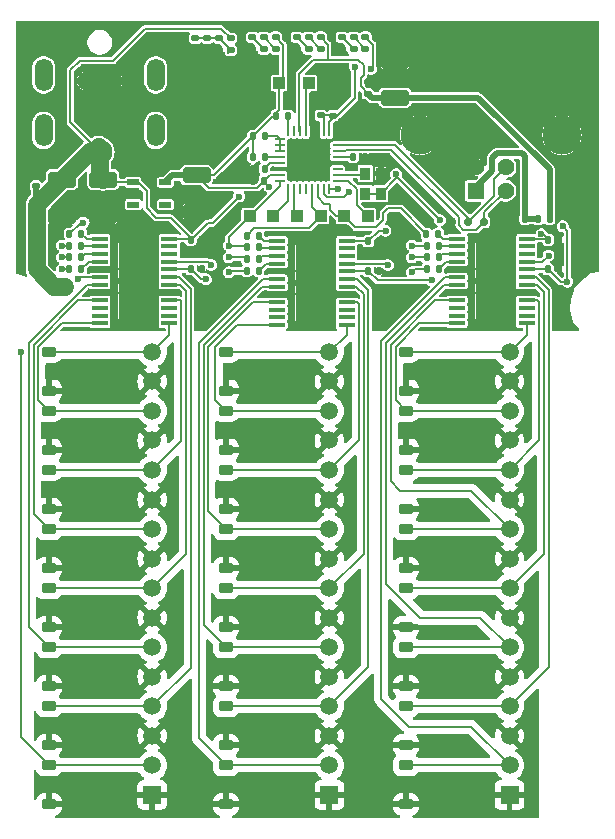
<source format=gbr>
%TF.GenerationSoftware,KiCad,Pcbnew,8.0.5*%
%TF.CreationDate,2025-02-14T14:12:51-08:00*%
%TF.ProjectId,RelayDriver,52656c61-7944-4726-9976-65722e6b6963,A*%
%TF.SameCoordinates,Original*%
%TF.FileFunction,Copper,L1,Top*%
%TF.FilePolarity,Positive*%
%FSLAX46Y46*%
G04 Gerber Fmt 4.6, Leading zero omitted, Abs format (unit mm)*
G04 Created by KiCad (PCBNEW 8.0.5) date 2025-02-14 14:12:51*
%MOMM*%
%LPD*%
G01*
G04 APERTURE LIST*
G04 Aperture macros list*
%AMRoundRect*
0 Rectangle with rounded corners*
0 $1 Rounding radius*
0 $2 $3 $4 $5 $6 $7 $8 $9 X,Y pos of 4 corners*
0 Add a 4 corners polygon primitive as box body*
4,1,4,$2,$3,$4,$5,$6,$7,$8,$9,$2,$3,0*
0 Add four circle primitives for the rounded corners*
1,1,$1+$1,$2,$3*
1,1,$1+$1,$4,$5*
1,1,$1+$1,$6,$7*
1,1,$1+$1,$8,$9*
0 Add four rect primitives between the rounded corners*
20,1,$1+$1,$2,$3,$4,$5,0*
20,1,$1+$1,$4,$5,$6,$7,0*
20,1,$1+$1,$6,$7,$8,$9,0*
20,1,$1+$1,$8,$9,$2,$3,0*%
G04 Aperture macros list end*
%TA.AperFunction,SMDPad,CuDef*%
%ADD10RoundRect,0.135000X-0.185000X0.135000X-0.185000X-0.135000X0.185000X-0.135000X0.185000X0.135000X0*%
%TD*%
%TA.AperFunction,SMDPad,CuDef*%
%ADD11RoundRect,0.140000X0.140000X0.170000X-0.140000X0.170000X-0.140000X-0.170000X0.140000X-0.170000X0*%
%TD*%
%TA.AperFunction,SMDPad,CuDef*%
%ADD12RoundRect,0.140000X-0.140000X-0.170000X0.140000X-0.170000X0.140000X0.170000X-0.140000X0.170000X0*%
%TD*%
%TA.AperFunction,SMDPad,CuDef*%
%ADD13RoundRect,0.225000X0.375000X-0.225000X0.375000X0.225000X-0.375000X0.225000X-0.375000X-0.225000X0*%
%TD*%
%TA.AperFunction,SMDPad,CuDef*%
%ADD14RoundRect,0.140000X0.170000X-0.140000X0.170000X0.140000X-0.170000X0.140000X-0.170000X-0.140000X0*%
%TD*%
%TA.AperFunction,SMDPad,CuDef*%
%ADD15RoundRect,0.147500X0.172500X-0.147500X0.172500X0.147500X-0.172500X0.147500X-0.172500X-0.147500X0*%
%TD*%
%TA.AperFunction,ComponentPad*%
%ADD16R,1.000000X1.000000*%
%TD*%
%TA.AperFunction,SMDPad,CuDef*%
%ADD17RoundRect,0.135000X-0.135000X-0.185000X0.135000X-0.185000X0.135000X0.185000X-0.135000X0.185000X0*%
%TD*%
%TA.AperFunction,ComponentPad*%
%ADD18R,1.500000X1.500000*%
%TD*%
%TA.AperFunction,ComponentPad*%
%ADD19C,1.500000*%
%TD*%
%TA.AperFunction,SMDPad,CuDef*%
%ADD20RoundRect,0.150000X0.150000X0.200000X-0.150000X0.200000X-0.150000X-0.200000X0.150000X-0.200000X0*%
%TD*%
%TA.AperFunction,SMDPad,CuDef*%
%ADD21R,0.977900X0.508000*%
%TD*%
%TA.AperFunction,ComponentPad*%
%ADD22R,1.428000X1.428000*%
%TD*%
%TA.AperFunction,ComponentPad*%
%ADD23C,1.428000*%
%TD*%
%TA.AperFunction,ComponentPad*%
%ADD24C,3.316000*%
%TD*%
%TA.AperFunction,SMDPad,CuDef*%
%ADD25RoundRect,0.250000X-0.925000X0.412500X-0.925000X-0.412500X0.925000X-0.412500X0.925000X0.412500X0*%
%TD*%
%TA.AperFunction,SMDPad,CuDef*%
%ADD26R,0.900000X1.100000*%
%TD*%
%TA.AperFunction,SMDPad,CuDef*%
%ADD27RoundRect,0.062500X-0.375000X-0.062500X0.375000X-0.062500X0.375000X0.062500X-0.375000X0.062500X0*%
%TD*%
%TA.AperFunction,SMDPad,CuDef*%
%ADD28RoundRect,0.062500X-0.062500X-0.375000X0.062500X-0.375000X0.062500X0.375000X-0.062500X0.375000X0*%
%TD*%
%TA.AperFunction,HeatsinkPad*%
%ADD29R,3.100000X3.100000*%
%TD*%
%TA.AperFunction,SMDPad,CuDef*%
%ADD30RoundRect,0.147500X0.147500X0.172500X-0.147500X0.172500X-0.147500X-0.172500X0.147500X-0.172500X0*%
%TD*%
%TA.AperFunction,SMDPad,CuDef*%
%ADD31R,1.409700X0.355600*%
%TD*%
%TA.AperFunction,SMDPad,CuDef*%
%ADD32R,2.768600X6.400800*%
%TD*%
%TA.AperFunction,SMDPad,CuDef*%
%ADD33RoundRect,0.135000X0.135000X0.185000X-0.135000X0.185000X-0.135000X-0.185000X0.135000X-0.185000X0*%
%TD*%
%TA.AperFunction,SMDPad,CuDef*%
%ADD34RoundRect,0.150000X-0.150000X-0.200000X0.150000X-0.200000X0.150000X0.200000X-0.150000X0.200000X0*%
%TD*%
%TA.AperFunction,SMDPad,CuDef*%
%ADD35RoundRect,0.250000X0.925000X-0.412500X0.925000X0.412500X-0.925000X0.412500X-0.925000X-0.412500X0*%
%TD*%
%TA.AperFunction,ComponentPad*%
%ADD36C,2.100000*%
%TD*%
%TA.AperFunction,ComponentPad*%
%ADD37O,3.913974X1.550000*%
%TD*%
%TA.AperFunction,ComponentPad*%
%ADD38O,1.550000X2.750000*%
%TD*%
%TA.AperFunction,ViaPad*%
%ADD39C,0.600000*%
%TD*%
%TA.AperFunction,Conductor*%
%ADD40C,0.200000*%
%TD*%
%TA.AperFunction,Conductor*%
%ADD41C,0.500000*%
%TD*%
%TA.AperFunction,Conductor*%
%ADD42C,1.500000*%
%TD*%
G04 APERTURE END LIST*
D10*
%TO.P,R6,1*%
%TO.N,Net-(D1-K)*%
X131900000Y-62500000D03*
%TO.P,R6,2*%
%TO.N,GND*%
X131900000Y-63520000D03*
%TD*%
D11*
%TO.P,C1,1*%
%TO.N,GND*%
X132480000Y-82050000D03*
%TO.P,C1,2*%
%TO.N,+3V3*%
X131520000Y-82050000D03*
%TD*%
D12*
%TO.P,C10,1*%
%TO.N,+24V*%
X161770000Y-79550000D03*
%TO.P,C10,2*%
%TO.N,GND*%
X162730000Y-79550000D03*
%TD*%
D13*
%TO.P,D16,1,K*%
%TO.N,+24V*%
X134500000Y-117350000D03*
%TO.P,D16,2,A*%
%TO.N,Net-(D16-A)*%
X134500000Y-114050000D03*
%TD*%
D14*
%TO.P,C14,1*%
%TO.N,+3V3*%
X143520000Y-69050000D03*
%TO.P,C14,2*%
%TO.N,GND*%
X143520000Y-68090000D03*
%TD*%
D15*
%TO.P,D30,1,K*%
%TO.N,Net-(D30-K)*%
X146300000Y-63385000D03*
%TO.P,D30,2,A*%
%TO.N,Net-(D30-A)*%
X146300000Y-62415000D03*
%TD*%
D13*
%TO.P,D26,1,K*%
%TO.N,+24V*%
X149750000Y-107350000D03*
%TO.P,D26,2,A*%
%TO.N,Net-(D26-A)*%
X149750000Y-104050000D03*
%TD*%
D10*
%TO.P,R5,1*%
%TO.N,Net-(D1-K)*%
X132900000Y-62500000D03*
%TO.P,R5,2*%
%TO.N,GND*%
X132900000Y-63520000D03*
%TD*%
D16*
%TO.P,TP5,1,1*%
%TO.N,/MOSI*%
X140500000Y-77550000D03*
%TD*%
D17*
%TO.P,R12,1*%
%TO.N,/MISO*%
X136250000Y-82200000D03*
%TO.P,R12,2*%
%TO.N,Net-(U2-SDO)*%
X137270000Y-82200000D03*
%TD*%
%TO.P,R16,1*%
%TO.N,/SCLK*%
X151490000Y-80050000D03*
%TO.P,R16,2*%
%TO.N,Net-(U4-SCLK)*%
X152510000Y-80050000D03*
%TD*%
D10*
%TO.P,R25,1*%
%TO.N,Net-(R24-Pad2)*%
X144300000Y-62400000D03*
%TO.P,R25,2*%
%TO.N,GND*%
X144300000Y-63420000D03*
%TD*%
D16*
%TO.P,TP8,1,1*%
%TO.N,/~{SS2}*%
X144500000Y-77550000D03*
%TD*%
D17*
%TO.P,R15,1*%
%TO.N,/~{SS2}*%
X151460000Y-79050000D03*
%TO.P,R15,2*%
%TO.N,Net-(U4-~{SCS})*%
X152480000Y-79050000D03*
%TD*%
D18*
%TO.P,J4,1,1*%
%TO.N,+24V*%
X143250000Y-126550000D03*
D19*
%TO.P,J4,2,2*%
%TO.N,Net-(D14-A)*%
X143250000Y-124050000D03*
%TO.P,J4,3,3*%
%TO.N,+24V*%
X143250000Y-121550000D03*
%TO.P,J4,4,4*%
%TO.N,Net-(D15-A)*%
X143250000Y-119050000D03*
%TO.P,J4,5,5*%
%TO.N,+24V*%
X143250000Y-116550000D03*
%TO.P,J4,6,6*%
%TO.N,Net-(D16-A)*%
X143250000Y-114050000D03*
%TO.P,J4,7,7*%
%TO.N,+24V*%
X143250000Y-111550000D03*
%TO.P,J4,8,8*%
%TO.N,Net-(D17-A)*%
X143250000Y-109050000D03*
%TO.P,J4,9,9*%
%TO.N,+24V*%
X143250000Y-106550000D03*
%TO.P,J4,10,10*%
%TO.N,Net-(D18-A)*%
X143250000Y-104050000D03*
%TO.P,J4,11,11*%
%TO.N,+24V*%
X143250000Y-101550000D03*
%TO.P,J4,12,12*%
%TO.N,Net-(D19-A)*%
X143250000Y-99050000D03*
%TO.P,J4,13,13*%
%TO.N,+24V*%
X143250000Y-96550000D03*
%TO.P,J4,14,14*%
%TO.N,Net-(D20-A)*%
X143250000Y-94050000D03*
%TO.P,J4,15,15*%
%TO.N,+24V*%
X143250000Y-91550000D03*
%TO.P,J4,16,16*%
%TO.N,Net-(D21-A)*%
X143250000Y-89050000D03*
%TD*%
D15*
%TO.P,D1,1,K*%
%TO.N,Net-(D1-K)*%
X134900000Y-63485000D03*
%TO.P,D1,2,A*%
%TO.N,+24V*%
X134900000Y-62515000D03*
%TD*%
D17*
%TO.P,R2,1*%
%TO.N,/SCLK*%
X121240000Y-80050000D03*
%TO.P,R2,2*%
%TO.N,Net-(U1-SCLK)*%
X122260000Y-80050000D03*
%TD*%
D10*
%TO.P,R13,1*%
%TO.N,Net-(D13-K)*%
X137700000Y-62400000D03*
%TO.P,R13,2*%
%TO.N,Net-(R13-Pad2)*%
X137700000Y-63420000D03*
%TD*%
D20*
%TO.P,D11,1,K*%
%TO.N,/DM*%
X156343250Y-78040000D03*
%TO.P,D11,2,A*%
%TO.N,GND*%
X157743250Y-78040000D03*
%TD*%
D17*
%TO.P,R23,1*%
%TO.N,+3V3*%
X138740000Y-69050000D03*
%TO.P,R23,2*%
%TO.N,Net-(U5-~{SS})*%
X139760000Y-69050000D03*
%TD*%
D15*
%TO.P,D12,1,K*%
%TO.N,Net-(D12-K)*%
X142500000Y-63385000D03*
%TO.P,D12,2,A*%
%TO.N,VBUS*%
X142500000Y-62415000D03*
%TD*%
D13*
%TO.P,D24,1,K*%
%TO.N,+24V*%
X149750000Y-117350000D03*
%TO.P,D24,2,A*%
%TO.N,Net-(D24-A)*%
X149750000Y-114050000D03*
%TD*%
D11*
%TO.P,C5,1*%
%TO.N,Net-(J2-VBUS)*%
X159823250Y-77790000D03*
%TO.P,C5,2*%
%TO.N,GND*%
X158863250Y-77790000D03*
%TD*%
D10*
%TO.P,R7,1*%
%TO.N,Net-(D12-K)*%
X141500000Y-62400000D03*
%TO.P,R7,2*%
%TO.N,Net-(R7-Pad2)*%
X141500000Y-63420000D03*
%TD*%
D21*
%TO.P,U3,1,IN*%
%TO.N,+24V*%
X126634750Y-74687499D03*
%TO.P,U3,2,GND*%
%TO.N,GND*%
X126634750Y-75637500D03*
%TO.P,U3,3,EN*%
%TO.N,unconnected-(U3-EN-Pad3)*%
X126634750Y-76587501D03*
%TO.P,U3,4,NC*%
%TO.N,unconnected-(U3-NC-Pad4)*%
X129365250Y-76587501D03*
%TO.P,U3,5,OUT*%
%TO.N,+3V3*%
X129365250Y-74687499D03*
%TD*%
D16*
%TO.P,TP6,1,1*%
%TO.N,/MISO*%
X138500000Y-77550000D03*
%TD*%
D13*
%TO.P,D22,1,K*%
%TO.N,+24V*%
X149750000Y-127350000D03*
%TO.P,D22,2,A*%
%TO.N,Net-(D22-A)*%
X149750000Y-124050000D03*
%TD*%
D14*
%TO.P,C13,1*%
%TO.N,+3V3*%
X142500000Y-69030000D03*
%TO.P,C13,2*%
%TO.N,GND*%
X142500000Y-68070000D03*
%TD*%
D13*
%TO.P,D29,1,K*%
%TO.N,+24V*%
X149750000Y-92350000D03*
%TO.P,D29,2,A*%
%TO.N,Net-(D29-A)*%
X149750000Y-89050000D03*
%TD*%
D18*
%TO.P,J3,1,1*%
%TO.N,+24V*%
X128250000Y-126550000D03*
D19*
%TO.P,J3,2,2*%
%TO.N,Net-(D2-A)*%
X128250000Y-124050000D03*
%TO.P,J3,3,3*%
%TO.N,+24V*%
X128250000Y-121550000D03*
%TO.P,J3,4,4*%
%TO.N,Net-(D3-A)*%
X128250000Y-119050000D03*
%TO.P,J3,5,5*%
%TO.N,+24V*%
X128250000Y-116550000D03*
%TO.P,J3,6,6*%
%TO.N,Net-(D4-A)*%
X128250000Y-114050000D03*
%TO.P,J3,7,7*%
%TO.N,+24V*%
X128250000Y-111550000D03*
%TO.P,J3,8,8*%
%TO.N,Net-(D5-A)*%
X128250000Y-109050000D03*
%TO.P,J3,9,9*%
%TO.N,+24V*%
X128250000Y-106550000D03*
%TO.P,J3,10,10*%
%TO.N,Net-(D6-A)*%
X128250000Y-104050000D03*
%TO.P,J3,11,11*%
%TO.N,+24V*%
X128250000Y-101550000D03*
%TO.P,J3,12,12*%
%TO.N,Net-(D7-A)*%
X128250000Y-99050000D03*
%TO.P,J3,13,13*%
%TO.N,+24V*%
X128250000Y-96550000D03*
%TO.P,J3,14,14*%
%TO.N,Net-(D8-A)*%
X128250000Y-94050000D03*
%TO.P,J3,15,15*%
%TO.N,+24V*%
X128250000Y-91550000D03*
%TO.P,J3,16,16*%
%TO.N,Net-(D9-A)*%
X128250000Y-89050000D03*
%TD*%
D22*
%TO.P,J2,1,VBUS*%
%TO.N,Net-(J2-VBUS)*%
X155670000Y-75410000D03*
D23*
%TO.P,J2,2,D-*%
%TO.N,/DM*%
X158170000Y-75410000D03*
%TO.P,J2,3,D+*%
%TO.N,/DP*%
X158170000Y-73410000D03*
%TO.P,J2,4,GND*%
%TO.N,GND*%
X155670000Y-73410000D03*
D24*
%TO.P,J2,5,Shield*%
X162940000Y-70700000D03*
X150900000Y-70700000D03*
%TD*%
D25*
%TO.P,C2,1*%
%TO.N,+24V*%
X120600000Y-74462500D03*
%TO.P,C2,2*%
%TO.N,GND*%
X120600000Y-77537500D03*
%TD*%
D13*
%TO.P,D21,1,K*%
%TO.N,+24V*%
X134500000Y-92350000D03*
%TO.P,D21,2,A*%
%TO.N,Net-(D21-A)*%
X134500000Y-89050000D03*
%TD*%
D17*
%TO.P,R9,1*%
%TO.N,/~{SS1}*%
X136250000Y-79200000D03*
%TO.P,R9,2*%
%TO.N,Net-(U2-~{SCS})*%
X137270000Y-79200000D03*
%TD*%
D13*
%TO.P,D14,1,K*%
%TO.N,+24V*%
X134500000Y-127350000D03*
%TO.P,D14,2,A*%
%TO.N,Net-(D14-A)*%
X134500000Y-124050000D03*
%TD*%
D25*
%TO.P,C8,1*%
%TO.N,+24V*%
X124100000Y-74462500D03*
%TO.P,C8,2*%
%TO.N,GND*%
X124100000Y-77537500D03*
%TD*%
D17*
%TO.P,R11,1*%
%TO.N,/MOSI*%
X136250000Y-81200000D03*
%TO.P,R11,2*%
%TO.N,Net-(U2-SDI)*%
X137270000Y-81200000D03*
%TD*%
D26*
%TO.P,Y1,1,~{ST}*%
%TO.N,+3V3*%
X147600000Y-75650000D03*
%TO.P,Y1,2,GND*%
%TO.N,GND*%
X147600000Y-73950000D03*
%TO.P,Y1,3,OUT*%
%TO.N,Net-(U5-XSCI)*%
X146300000Y-73950000D03*
%TO.P,Y1,4,Vcc*%
%TO.N,+3V3*%
X146300000Y-75650000D03*
%TD*%
D27*
%TO.P,U5,1,DEBUGGER*%
%TO.N,Net-(U5-DEBUGGER)*%
X139062500Y-71050000D03*
%TO.P,U5,2,~{STEST_RST}*%
X139062500Y-71550000D03*
%TO.P,U5,3,~{RESET}*%
X139062500Y-72050000D03*
%TO.P,U5,4,DCNF0*%
%TO.N,Net-(U5-DCNF0)*%
X139062500Y-72550000D03*
%TO.P,U5,5,DCNF1*%
%TO.N,Net-(U5-DCNF1)*%
X139062500Y-73050000D03*
%TO.P,U5,6,DGND*%
%TO.N,GND*%
X139062500Y-73550000D03*
%TO.P,U5,7,VCCIO*%
%TO.N,+3V3*%
X139062500Y-74050000D03*
%TO.P,U5,8,SCK*%
%TO.N,/SCLK*%
X139062500Y-74550000D03*
D28*
%TO.P,U5,9,MISO*%
%TO.N,/MISO*%
X139750000Y-75237500D03*
%TO.P,U5,10,MOSI*%
%TO.N,/MOSI*%
X140250000Y-75237500D03*
%TO.P,U5,11,IO2*%
%TO.N,unconnected-(U5-IO2-Pad11)*%
X140750000Y-75237500D03*
%TO.P,U5,12,IO3*%
%TO.N,unconnected-(U5-IO3-Pad12)*%
X141250000Y-75237500D03*
%TO.P,U5,13,GPIO0*%
%TO.N,/~{SS1}*%
X141750000Y-75237500D03*
%TO.P,U5,14,GPIO1*%
%TO.N,/~{SS2}*%
X142250000Y-75237500D03*
%TO.P,U5,15,GPIO2*%
%TO.N,/~{SLP}*%
X142750000Y-75237500D03*
%TO.P,U5,16,GPIO3*%
%TO.N,Net-(D30-A)*%
X143250000Y-75237500D03*
D27*
%TO.P,U5,17,~{SS0O}*%
%TO.N,/~{SS0}*%
X143937500Y-74550000D03*
%TO.P,U5,18,XSCI*%
%TO.N,Net-(U5-XSCI)*%
X143937500Y-74050000D03*
%TO.P,U5,19,XSCO*%
%TO.N,unconnected-(U5-XSCO-Pad19)*%
X143937500Y-73550000D03*
%TO.P,U5,20,UGND*%
%TO.N,GND*%
X143937500Y-73050000D03*
%TO.P,U5,21,RREF*%
%TO.N,Net-(U5-RREF)*%
X143937500Y-72550000D03*
%TO.P,U5,22,DM*%
%TO.N,/DM*%
X143937500Y-72050000D03*
%TO.P,U5,23,DP*%
%TO.N,/DP*%
X143937500Y-71550000D03*
%TO.P,U5,24,UGND*%
%TO.N,GND*%
X143937500Y-71050000D03*
D28*
%TO.P,U5,25,VOUT3V3*%
%TO.N,+3V3*%
X143250000Y-70362500D03*
%TO.P,U5,26,VCCIN*%
X142750000Y-70362500D03*
%TO.P,U5,27,AGND*%
%TO.N,GND*%
X142250000Y-70362500D03*
%TO.P,U5,28,DGND*%
X141750000Y-70362500D03*
%TO.P,U5,29,VPP*%
%TO.N,Net-(U5-VPP)*%
X141250000Y-70362500D03*
%TO.P,U5,30,VBUS_DET*%
%TO.N,VBUS*%
X140750000Y-70362500D03*
%TO.P,U5,31,BCD_DET*%
%TO.N,unconnected-(U5-BCD_DET-Pad31)*%
X140250000Y-70362500D03*
%TO.P,U5,32,~{SS}*%
%TO.N,Net-(U5-~{SS})*%
X139750000Y-70362500D03*
D29*
%TO.P,U5,33,EP*%
%TO.N,GND*%
X141500000Y-72800000D03*
%TD*%
D17*
%TO.P,R18,1*%
%TO.N,/MISO*%
X151490000Y-82050000D03*
%TO.P,R18,2*%
%TO.N,Net-(U4-SDO)*%
X152510000Y-82050000D03*
%TD*%
D30*
%TO.P,L1,1*%
%TO.N,VBUS*%
X161885000Y-77800000D03*
%TO.P,L1,2*%
%TO.N,Net-(J2-VBUS)*%
X160915000Y-77800000D03*
%TD*%
D17*
%TO.P,R17,1*%
%TO.N,/MOSI*%
X151490000Y-81050000D03*
%TO.P,R17,2*%
%TO.N,Net-(U4-SDI)*%
X152510000Y-81050000D03*
%TD*%
D13*
%TO.P,D4,1,K*%
%TO.N,+24V*%
X119500000Y-117350000D03*
%TO.P,D4,2,A*%
%TO.N,Net-(D4-A)*%
X119500000Y-114050000D03*
%TD*%
D16*
%TO.P,TP9,1,1*%
%TO.N,/~{SS0}*%
X146500000Y-77550000D03*
%TD*%
D13*
%TO.P,D6,1,K*%
%TO.N,+24V*%
X119500000Y-107350000D03*
%TO.P,D6,2,A*%
%TO.N,Net-(D6-A)*%
X119500000Y-104050000D03*
%TD*%
%TO.P,D25,1,K*%
%TO.N,+24V*%
X149750000Y-112350000D03*
%TO.P,D25,2,A*%
%TO.N,Net-(D25-A)*%
X149750000Y-109050000D03*
%TD*%
D31*
%TO.P,U1,1,~{SCS}*%
%TO.N,Net-(U1-~{SCS})*%
X123797250Y-79474937D03*
%TO.P,U1,2,SCLK*%
%TO.N,Net-(U1-SCLK)*%
X123797250Y-80124949D03*
%TO.P,U1,3,SDI*%
%TO.N,Net-(U1-SDI)*%
X123797250Y-80774960D03*
%TO.P,U1,4,SDO*%
%TO.N,Net-(U1-SDO)*%
X123797250Y-81424972D03*
%TO.P,U1,5,GND*%
%TO.N,GND*%
X123797250Y-82074983D03*
%TO.P,U1,6,OUT0*%
%TO.N,Net-(D2-A)*%
X123797250Y-82724994D03*
%TO.P,U1,7,OUT2*%
%TO.N,Net-(D4-A)*%
X123797250Y-83375006D03*
%TO.P,U1,8,GND*%
%TO.N,GND*%
X123797250Y-84025017D03*
%TO.P,U1,9,OUT4*%
%TO.N,Net-(D6-A)*%
X123797250Y-84675028D03*
%TO.P,U1,10,NC*%
%TO.N,unconnected-(U1-NC-Pad10)*%
X123797250Y-85325040D03*
%TO.P,U1,11,NC*%
%TO.N,unconnected-(U1-NC-Pad11)*%
X123797250Y-85975051D03*
%TO.P,U1,12,OUT6*%
%TO.N,Net-(D8-A)*%
X123797250Y-86625063D03*
%TO.P,U1,13,OUT7*%
%TO.N,Net-(D9-A)*%
X129702750Y-86625063D03*
%TO.P,U1,14,NC*%
%TO.N,unconnected-(U1-NC-Pad14)*%
X129702750Y-85975051D03*
%TO.P,U1,15,NC*%
%TO.N,unconnected-(U1-NC-Pad15)*%
X129702750Y-85325040D03*
%TO.P,U1,16,OUT5*%
%TO.N,Net-(D7-A)*%
X129702750Y-84675028D03*
%TO.P,U1,17,GND*%
%TO.N,GND*%
X129702750Y-84025017D03*
%TO.P,U1,18,OUT3*%
%TO.N,Net-(D5-A)*%
X129702750Y-83375006D03*
%TO.P,U1,19,OUT1*%
%TO.N,Net-(D3-A)*%
X129702750Y-82724994D03*
%TO.P,U1,20,VM*%
%TO.N,+3V3*%
X129702750Y-82074983D03*
%TO.P,U1,21,~{SLEEP}*%
%TO.N,/~{SLP}*%
X129702750Y-81424972D03*
%TO.P,U1,22,IN1*%
%TO.N,unconnected-(U1-IN1-Pad22)*%
X129702750Y-80774960D03*
%TO.P,U1,23,IN0*%
%TO.N,unconnected-(U1-IN0-Pad23)*%
X129702750Y-80124949D03*
%TO.P,U1,24,VDD*%
%TO.N,+24V*%
X129702750Y-79474937D03*
D32*
%TO.P,U1,25,EPAD*%
%TO.N,GND*%
X126750000Y-83050000D03*
%TD*%
D13*
%TO.P,D5,1,K*%
%TO.N,+24V*%
X119500000Y-112350000D03*
%TO.P,D5,2,A*%
%TO.N,Net-(D5-A)*%
X119500000Y-109050000D03*
%TD*%
D15*
%TO.P,D13,1,K*%
%TO.N,Net-(D13-K)*%
X138700000Y-63385000D03*
%TO.P,D13,2,A*%
%TO.N,+3V3*%
X138700000Y-62415000D03*
%TD*%
D16*
%TO.P,TP1,1,1*%
%TO.N,+3V3*%
X139000000Y-66300000D03*
%TD*%
%TO.P,TP3,1,1*%
%TO.N,Net-(U5-VPP)*%
X141500000Y-66300000D03*
%TD*%
D17*
%TO.P,R1,1*%
%TO.N,/~{SS0}*%
X121240000Y-79050000D03*
%TO.P,R1,2*%
%TO.N,Net-(U1-~{SCS})*%
X122260000Y-79050000D03*
%TD*%
%TO.P,R10,1*%
%TO.N,/SCLK*%
X136250000Y-80200000D03*
%TO.P,R10,2*%
%TO.N,Net-(U2-SCLK)*%
X137270000Y-80200000D03*
%TD*%
D13*
%TO.P,D28,1,K*%
%TO.N,+24V*%
X149750000Y-97350000D03*
%TO.P,D28,2,A*%
%TO.N,Net-(D28-A)*%
X149750000Y-94050000D03*
%TD*%
D11*
%TO.P,C12,1*%
%TO.N,+3V3*%
X137730000Y-74550000D03*
%TO.P,C12,2*%
%TO.N,GND*%
X136770000Y-74550000D03*
%TD*%
D13*
%TO.P,D2,1,K*%
%TO.N,+24V*%
X119500000Y-127350000D03*
%TO.P,D2,2,A*%
%TO.N,Net-(D2-A)*%
X119500000Y-124050000D03*
%TD*%
D17*
%TO.P,R4,1*%
%TO.N,/MISO*%
X121240000Y-82050000D03*
%TO.P,R4,2*%
%TO.N,Net-(U1-SDO)*%
X122260000Y-82050000D03*
%TD*%
D33*
%TO.P,R22,1*%
%TO.N,GND*%
X146270000Y-72550000D03*
%TO.P,R22,2*%
%TO.N,Net-(U5-RREF)*%
X145250000Y-72550000D03*
%TD*%
D10*
%TO.P,R24,1*%
%TO.N,Net-(D30-K)*%
X145300000Y-62400000D03*
%TO.P,R24,2*%
%TO.N,Net-(R24-Pad2)*%
X145300000Y-63420000D03*
%TD*%
D11*
%TO.P,C15,1*%
%TO.N,GND*%
X147480000Y-82200000D03*
%TO.P,C15,2*%
%TO.N,+3V3*%
X146520000Y-82200000D03*
%TD*%
D17*
%TO.P,R3,1*%
%TO.N,/MOSI*%
X121240000Y-81050000D03*
%TO.P,R3,2*%
%TO.N,Net-(U1-SDI)*%
X122260000Y-81050000D03*
%TD*%
D18*
%TO.P,J5,1,1*%
%TO.N,+24V*%
X158500000Y-126550000D03*
D19*
%TO.P,J5,2,2*%
%TO.N,Net-(D22-A)*%
X158500000Y-124050000D03*
%TO.P,J5,3,3*%
%TO.N,+24V*%
X158500000Y-121550000D03*
%TO.P,J5,4,4*%
%TO.N,Net-(D23-A)*%
X158500000Y-119050000D03*
%TO.P,J5,5,5*%
%TO.N,+24V*%
X158500000Y-116550000D03*
%TO.P,J5,6,6*%
%TO.N,Net-(D24-A)*%
X158500000Y-114050000D03*
%TO.P,J5,7,7*%
%TO.N,+24V*%
X158500000Y-111550000D03*
%TO.P,J5,8,8*%
%TO.N,Net-(D25-A)*%
X158500000Y-109050000D03*
%TO.P,J5,9,9*%
%TO.N,+24V*%
X158500000Y-106550000D03*
%TO.P,J5,10,10*%
%TO.N,Net-(D26-A)*%
X158500000Y-104050000D03*
%TO.P,J5,11,11*%
%TO.N,+24V*%
X158500000Y-101550000D03*
%TO.P,J5,12,12*%
%TO.N,Net-(D27-A)*%
X158500000Y-99050000D03*
%TO.P,J5,13,13*%
%TO.N,+24V*%
X158500000Y-96550000D03*
%TO.P,J5,14,14*%
%TO.N,Net-(D28-A)*%
X158500000Y-94050000D03*
%TO.P,J5,15,15*%
%TO.N,+24V*%
X158500000Y-91550000D03*
%TO.P,J5,16,16*%
%TO.N,Net-(D29-A)*%
X158500000Y-89050000D03*
%TD*%
D13*
%TO.P,D9,1,K*%
%TO.N,+24V*%
X119500000Y-92350000D03*
%TO.P,D9,2,A*%
%TO.N,Net-(D9-A)*%
X119500000Y-89050000D03*
%TD*%
D34*
%TO.P,D10,1,K*%
%TO.N,/DP*%
X154993250Y-78040000D03*
%TO.P,D10,2,A*%
%TO.N,GND*%
X153593250Y-78040000D03*
%TD*%
D31*
%TO.P,U2,1,~{SCS}*%
%TO.N,Net-(U2-~{SCS})*%
X138797250Y-79624937D03*
%TO.P,U2,2,SCLK*%
%TO.N,Net-(U2-SCLK)*%
X138797250Y-80274949D03*
%TO.P,U2,3,SDI*%
%TO.N,Net-(U2-SDI)*%
X138797250Y-80924960D03*
%TO.P,U2,4,SDO*%
%TO.N,Net-(U2-SDO)*%
X138797250Y-81574972D03*
%TO.P,U2,5,GND*%
%TO.N,GND*%
X138797250Y-82224983D03*
%TO.P,U2,6,OUT0*%
%TO.N,Net-(D14-A)*%
X138797250Y-82874994D03*
%TO.P,U2,7,OUT2*%
%TO.N,Net-(D16-A)*%
X138797250Y-83525006D03*
%TO.P,U2,8,GND*%
%TO.N,GND*%
X138797250Y-84175017D03*
%TO.P,U2,9,OUT4*%
%TO.N,Net-(D18-A)*%
X138797250Y-84825028D03*
%TO.P,U2,10,NC*%
%TO.N,unconnected-(U2-NC-Pad10)*%
X138797250Y-85475040D03*
%TO.P,U2,11,NC*%
%TO.N,unconnected-(U2-NC-Pad11)*%
X138797250Y-86125051D03*
%TO.P,U2,12,OUT6*%
%TO.N,Net-(D20-A)*%
X138797250Y-86775063D03*
%TO.P,U2,13,OUT7*%
%TO.N,Net-(D21-A)*%
X144702750Y-86775063D03*
%TO.P,U2,14,NC*%
%TO.N,unconnected-(U2-NC-Pad14)*%
X144702750Y-86125051D03*
%TO.P,U2,15,NC*%
%TO.N,unconnected-(U2-NC-Pad15)*%
X144702750Y-85475040D03*
%TO.P,U2,16,OUT5*%
%TO.N,Net-(D19-A)*%
X144702750Y-84825028D03*
%TO.P,U2,17,GND*%
%TO.N,GND*%
X144702750Y-84175017D03*
%TO.P,U2,18,OUT3*%
%TO.N,Net-(D17-A)*%
X144702750Y-83525006D03*
%TO.P,U2,19,OUT1*%
%TO.N,Net-(D15-A)*%
X144702750Y-82874994D03*
%TO.P,U2,20,VM*%
%TO.N,+3V3*%
X144702750Y-82224983D03*
%TO.P,U2,21,~{SLEEP}*%
%TO.N,/~{SLP}*%
X144702750Y-81574972D03*
%TO.P,U2,22,IN1*%
%TO.N,unconnected-(U2-IN1-Pad22)*%
X144702750Y-80924960D03*
%TO.P,U2,23,IN0*%
%TO.N,unconnected-(U2-IN0-Pad23)*%
X144702750Y-80274949D03*
%TO.P,U2,24,VDD*%
%TO.N,+24V*%
X144702750Y-79624937D03*
D32*
%TO.P,U2,25,EPAD*%
%TO.N,GND*%
X141750000Y-83200000D03*
%TD*%
D13*
%TO.P,D17,1,K*%
%TO.N,+24V*%
X134500000Y-112350000D03*
%TO.P,D17,2,A*%
%TO.N,Net-(D17-A)*%
X134500000Y-109050000D03*
%TD*%
%TO.P,D20,1,K*%
%TO.N,+24V*%
X134500000Y-97350000D03*
%TO.P,D20,2,A*%
%TO.N,Net-(D20-A)*%
X134500000Y-94050000D03*
%TD*%
D33*
%TO.P,R21,1*%
%TO.N,Net-(U5-DCNF0)*%
X137770000Y-72550000D03*
%TO.P,R21,2*%
%TO.N,+3V3*%
X136750000Y-72550000D03*
%TD*%
D16*
%TO.P,TP7,1,1*%
%TO.N,/~{SS1}*%
X142500000Y-77550000D03*
%TD*%
D14*
%TO.P,C3,1*%
%TO.N,+24V*%
X118400000Y-74980000D03*
%TO.P,C3,2*%
%TO.N,GND*%
X118400000Y-74020000D03*
%TD*%
D12*
%TO.P,C16,1*%
%TO.N,+24V*%
X146520000Y-79700000D03*
%TO.P,C16,2*%
%TO.N,GND*%
X147480000Y-79700000D03*
%TD*%
D16*
%TO.P,TP4,1,1*%
%TO.N,/SCLK*%
X136500000Y-77550000D03*
%TD*%
D35*
%TO.P,C6,1*%
%TO.N,VBUS*%
X148800000Y-67537500D03*
%TO.P,C6,2*%
%TO.N,GND*%
X148800000Y-64462500D03*
%TD*%
D10*
%TO.P,R14,1*%
%TO.N,Net-(R13-Pad2)*%
X136700000Y-62400000D03*
%TO.P,R14,2*%
%TO.N,GND*%
X136700000Y-63420000D03*
%TD*%
D13*
%TO.P,D8,1,K*%
%TO.N,+24V*%
X119500000Y-97350000D03*
%TO.P,D8,2,A*%
%TO.N,Net-(D8-A)*%
X119500000Y-94050000D03*
%TD*%
D33*
%TO.P,R19,1*%
%TO.N,Net-(U5-DEBUGGER)*%
X137760000Y-70800000D03*
%TO.P,R19,2*%
%TO.N,+3V3*%
X136740000Y-70800000D03*
%TD*%
D31*
%TO.P,U4,1,~{SCS}*%
%TO.N,Net-(U4-~{SCS})*%
X154047250Y-79474937D03*
%TO.P,U4,2,SCLK*%
%TO.N,Net-(U4-SCLK)*%
X154047250Y-80124949D03*
%TO.P,U4,3,SDI*%
%TO.N,Net-(U4-SDI)*%
X154047250Y-80774960D03*
%TO.P,U4,4,SDO*%
%TO.N,Net-(U4-SDO)*%
X154047250Y-81424972D03*
%TO.P,U4,5,GND*%
%TO.N,GND*%
X154047250Y-82074983D03*
%TO.P,U4,6,OUT0*%
%TO.N,Net-(D22-A)*%
X154047250Y-82724994D03*
%TO.P,U4,7,OUT2*%
%TO.N,Net-(D24-A)*%
X154047250Y-83375006D03*
%TO.P,U4,8,GND*%
%TO.N,GND*%
X154047250Y-84025017D03*
%TO.P,U4,9,OUT4*%
%TO.N,Net-(D26-A)*%
X154047250Y-84675028D03*
%TO.P,U4,10,NC*%
%TO.N,unconnected-(U4-NC-Pad10)*%
X154047250Y-85325040D03*
%TO.P,U4,11,NC*%
%TO.N,unconnected-(U4-NC-Pad11)*%
X154047250Y-85975051D03*
%TO.P,U4,12,OUT6*%
%TO.N,Net-(D28-A)*%
X154047250Y-86625063D03*
%TO.P,U4,13,OUT7*%
%TO.N,Net-(D29-A)*%
X159952750Y-86625063D03*
%TO.P,U4,14,NC*%
%TO.N,unconnected-(U4-NC-Pad14)*%
X159952750Y-85975051D03*
%TO.P,U4,15,NC*%
%TO.N,unconnected-(U4-NC-Pad15)*%
X159952750Y-85325040D03*
%TO.P,U4,16,OUT5*%
%TO.N,Net-(D27-A)*%
X159952750Y-84675028D03*
%TO.P,U4,17,GND*%
%TO.N,GND*%
X159952750Y-84025017D03*
%TO.P,U4,18,OUT3*%
%TO.N,Net-(D25-A)*%
X159952750Y-83375006D03*
%TO.P,U4,19,OUT1*%
%TO.N,Net-(D23-A)*%
X159952750Y-82724994D03*
%TO.P,U4,20,VM*%
%TO.N,+3V3*%
X159952750Y-82074983D03*
%TO.P,U4,21,~{SLEEP}*%
%TO.N,/~{SLP}*%
X159952750Y-81424972D03*
%TO.P,U4,22,IN1*%
%TO.N,unconnected-(U4-IN1-Pad22)*%
X159952750Y-80774960D03*
%TO.P,U4,23,IN0*%
%TO.N,unconnected-(U4-IN0-Pad23)*%
X159952750Y-80124949D03*
%TO.P,U4,24,VDD*%
%TO.N,+24V*%
X159952750Y-79474937D03*
D32*
%TO.P,U4,25,EPAD*%
%TO.N,GND*%
X157000000Y-83050000D03*
%TD*%
D13*
%TO.P,D19,1,K*%
%TO.N,+24V*%
X134500000Y-102350000D03*
%TO.P,D19,2,A*%
%TO.N,Net-(D19-A)*%
X134500000Y-99050000D03*
%TD*%
D10*
%TO.P,R8,1*%
%TO.N,Net-(R7-Pad2)*%
X140500000Y-62400000D03*
%TO.P,R8,2*%
%TO.N,GND*%
X140500000Y-63420000D03*
%TD*%
D25*
%TO.P,C11,1*%
%TO.N,+3V3*%
X132000000Y-74100000D03*
%TO.P,C11,2*%
%TO.N,GND*%
X132000000Y-77175000D03*
%TD*%
D13*
%TO.P,D23,1,K*%
%TO.N,+24V*%
X149750000Y-122350000D03*
%TO.P,D23,2,A*%
%TO.N,Net-(D23-A)*%
X149750000Y-119050000D03*
%TD*%
%TO.P,D18,1,K*%
%TO.N,+24V*%
X134500000Y-107350000D03*
%TO.P,D18,2,A*%
%TO.N,Net-(D18-A)*%
X134500000Y-104050000D03*
%TD*%
D16*
%TO.P,TP2,1,1*%
%TO.N,GND*%
X144000000Y-66300000D03*
%TD*%
D13*
%TO.P,D27,1,K*%
%TO.N,+24V*%
X149750000Y-102350000D03*
%TO.P,D27,2,A*%
%TO.N,Net-(D27-A)*%
X149750000Y-99050000D03*
%TD*%
D11*
%TO.P,C9,1*%
%TO.N,GND*%
X162730000Y-82050000D03*
%TO.P,C9,2*%
%TO.N,+3V3*%
X161770000Y-82050000D03*
%TD*%
D13*
%TO.P,D3,1,K*%
%TO.N,+24V*%
X119500000Y-122350000D03*
%TO.P,D3,2,A*%
%TO.N,Net-(D3-A)*%
X119500000Y-119050000D03*
%TD*%
D10*
%TO.P,R26,1*%
%TO.N,Net-(D1-K)*%
X133900000Y-62500000D03*
%TO.P,R26,2*%
%TO.N,GND*%
X133900000Y-63520000D03*
%TD*%
D12*
%TO.P,C4,1*%
%TO.N,+24V*%
X131520000Y-79550000D03*
%TO.P,C4,2*%
%TO.N,GND*%
X132480000Y-79550000D03*
%TD*%
D33*
%TO.P,R20,1*%
%TO.N,Net-(U5-DCNF1)*%
X137760000Y-73550000D03*
%TO.P,R20,2*%
%TO.N,GND*%
X136740000Y-73550000D03*
%TD*%
D36*
%TO.P,J1,1*%
%TO.N,+24V*%
X123800000Y-72100000D03*
D37*
%TO.P,J1,2*%
%TO.N,GND*%
X123800000Y-66100000D03*
D38*
%TO.P,J1,SH1*%
%TO.N,N/C*%
X128550000Y-65600000D03*
%TO.P,J1,SH2*%
X119050000Y-65600000D03*
%TO.P,J1,SH3*%
X128550000Y-70300000D03*
%TO.P,J1,SH4*%
X119050000Y-70300000D03*
%TD*%
D13*
%TO.P,D7,1,K*%
%TO.N,+24V*%
X119500000Y-102350000D03*
%TO.P,D7,2,A*%
%TO.N,Net-(D7-A)*%
X119500000Y-99050000D03*
%TD*%
D14*
%TO.P,C7,1*%
%TO.N,VBUS*%
X146500000Y-67180000D03*
%TO.P,C7,2*%
%TO.N,GND*%
X146500000Y-66220000D03*
%TD*%
D13*
%TO.P,D15,1,K*%
%TO.N,+24V*%
X134500000Y-122350000D03*
%TO.P,D15,2,A*%
%TO.N,Net-(D15-A)*%
X134500000Y-119050000D03*
%TD*%
D39*
%TO.N,GND*%
X134800000Y-77900000D03*
X132000000Y-72500000D03*
X148400000Y-84900000D03*
X142600000Y-86500000D03*
X157800000Y-86500000D03*
X128000000Y-74500000D03*
X151500000Y-75900000D03*
X141500000Y-72800000D03*
X157000000Y-86500000D03*
X120700000Y-62800000D03*
X126800000Y-86500000D03*
X126700000Y-72500000D03*
X147600000Y-72600000D03*
X156200000Y-86500000D03*
X135600000Y-73500000D03*
X127600000Y-86500000D03*
X126600000Y-78100000D03*
X132000000Y-75700000D03*
X150500000Y-77000000D03*
X141800000Y-86500000D03*
X149300000Y-77800000D03*
X141000000Y-86500000D03*
X126000000Y-86500000D03*
X162600000Y-81300000D03*
%TO.N,+3V3*%
X152600000Y-77900000D03*
X132800000Y-82900000D03*
X145400000Y-64900000D03*
X163000000Y-78400000D03*
X163400000Y-83100000D03*
X151902858Y-83002858D03*
X138175735Y-75075735D03*
X148900000Y-74000000D03*
%TO.N,+24V*%
X120400000Y-84000000D03*
X161200000Y-79100000D03*
X135600000Y-75900000D03*
X152200000Y-102300000D03*
X121000000Y-83400000D03*
X121000000Y-84000000D03*
X120400000Y-83400000D03*
X148000000Y-78800000D03*
%TO.N,Net-(D2-A)*%
X117100000Y-89100000D03*
X121950512Y-82900000D03*
%TO.N,Net-(D30-A)*%
X144000000Y-75237500D03*
X146800000Y-65100000D03*
%TO.N,/~{SS0}*%
X122400000Y-78100000D03*
%TO.N,/SCLK*%
X120600000Y-80050000D03*
X134750000Y-80050000D03*
X150250000Y-80050000D03*
%TO.N,/MOSI*%
X150250000Y-81050000D03*
X134750000Y-81050000D03*
X120600000Y-81050000D03*
%TO.N,/MISO*%
X120600000Y-82050000D03*
X134750000Y-82300000D03*
X150250000Y-82300000D03*
%TO.N,/~{SLP}*%
X161800000Y-80900000D03*
X144950000Y-75550000D03*
X148200000Y-81700000D03*
X133233827Y-81692241D03*
%TD*%
D40*
%TO.N,GND*%
X132480000Y-79550000D02*
X133150000Y-79550000D01*
X133833827Y-80233827D02*
X133150000Y-79550000D01*
X138797250Y-82224983D02*
X140774983Y-82224983D01*
X125774983Y-84025017D02*
X126750000Y-83050000D01*
X127725017Y-84025017D02*
X126750000Y-83050000D01*
X142725017Y-84175017D02*
X141750000Y-83200000D01*
X132480000Y-82050000D02*
X132730000Y-82300000D01*
X154047250Y-82074983D02*
X156024983Y-82074983D01*
X147480000Y-82200000D02*
X147580000Y-82300000D01*
X132730000Y-82300000D02*
X133600000Y-82300000D01*
X131700000Y-63720000D02*
X131700000Y-63700000D01*
X133150000Y-79550000D02*
X134800000Y-77900000D01*
X129702750Y-84025017D02*
X127725017Y-84025017D01*
X140774983Y-84175017D02*
X141750000Y-83200000D01*
X159952750Y-84025017D02*
X157975017Y-84025017D01*
X138797250Y-84175017D02*
X140774983Y-84175017D01*
X123797250Y-84025017D02*
X125774983Y-84025017D01*
X133600000Y-82300000D02*
X133833827Y-82066173D01*
X154047250Y-84025017D02*
X156024983Y-84025017D01*
X156024983Y-84025017D02*
X157000000Y-83050000D01*
X147580000Y-82300000D02*
X148800000Y-82300000D01*
X133833827Y-82066173D02*
X133833827Y-80233827D01*
X144702750Y-84175017D02*
X142725017Y-84175017D01*
X132700000Y-63685000D02*
X132685000Y-63685000D01*
X156024983Y-82074983D02*
X157000000Y-83050000D01*
X157975017Y-84025017D02*
X157000000Y-83050000D01*
X125774983Y-82074983D02*
X126750000Y-83050000D01*
X123797250Y-82074983D02*
X125774983Y-82074983D01*
X140774983Y-82224983D02*
X141750000Y-83200000D01*
%TO.N,VBUS*%
X146143866Y-64795337D02*
X146143866Y-65640000D01*
X146143866Y-65640000D02*
X145890000Y-65893866D01*
X145890000Y-65893866D02*
X145890000Y-66570000D01*
X140700000Y-70312500D02*
X140700000Y-65500000D01*
X140700000Y-65500000D02*
X141900000Y-64300000D01*
D41*
X161885000Y-77800000D02*
X161885000Y-73574300D01*
X155848200Y-67537500D02*
X148800000Y-67537500D01*
D40*
X141900000Y-64300000D02*
X143700000Y-64300000D01*
X145648529Y-64300000D02*
X146143866Y-64795337D01*
D41*
X148800000Y-67537500D02*
X146857500Y-67537500D01*
X146857500Y-67537500D02*
X146500000Y-67180000D01*
D40*
X143700000Y-64300000D02*
X145648529Y-64300000D01*
X145890000Y-66570000D02*
X146500000Y-67180000D01*
X143120000Y-64220000D02*
X143200000Y-64300000D01*
X142500000Y-62415000D02*
X143120000Y-63035000D01*
X143200000Y-64300000D02*
X143700000Y-64300000D01*
D41*
X161885000Y-73574300D02*
X155848200Y-67537500D01*
D40*
X140750000Y-70362500D02*
X140700000Y-70312500D01*
X143120000Y-63035000D02*
X143120000Y-64220000D01*
%TO.N,+3V3*%
X139320000Y-63035000D02*
X139320000Y-65980000D01*
X132370000Y-82900000D02*
X131520000Y-82050000D01*
X133060000Y-75160000D02*
X132000000Y-74100000D01*
X161745017Y-82074983D02*
X161770000Y-82050000D01*
X142500000Y-69030000D02*
X142750000Y-69280000D01*
X151902858Y-83002858D02*
X147322858Y-83002858D01*
X163400000Y-83100000D02*
X162820000Y-83100000D01*
X147600000Y-75650000D02*
X146300000Y-75650000D01*
X137730000Y-74550000D02*
X137120000Y-75160000D01*
X139320000Y-65980000D02*
X139000000Y-66300000D01*
X162820000Y-83100000D02*
X161770000Y-82050000D01*
X132000000Y-74100000D02*
X133440000Y-74100000D01*
D41*
X129365250Y-74687499D02*
X129952749Y-74100000D01*
D40*
X129702750Y-82074983D02*
X131495017Y-82074983D01*
X143250000Y-69550000D02*
X143250000Y-70362500D01*
X138700000Y-62415000D02*
X139320000Y-63035000D01*
X142500000Y-69030000D02*
X143500000Y-69030000D01*
X138740000Y-68840000D02*
X139000000Y-68580000D01*
X145400000Y-67535000D02*
X145400000Y-64900000D01*
X132800000Y-82900000D02*
X132370000Y-82900000D01*
X133440000Y-74100000D02*
X136740000Y-70800000D01*
X138490000Y-69050000D02*
X138740000Y-69050000D01*
X143520000Y-69050000D02*
X143885000Y-69050000D01*
X146495017Y-82224983D02*
X146520000Y-82200000D01*
X148900000Y-74000000D02*
X148900000Y-74200000D01*
X143500000Y-69030000D02*
X143520000Y-69050000D01*
X139000000Y-68580000D02*
X139000000Y-66300000D01*
X137730000Y-74630000D02*
X137730000Y-74550000D01*
X142750000Y-69280000D02*
X142750000Y-70362500D01*
X163400000Y-78800000D02*
X163400000Y-83100000D01*
X131495017Y-82074983D02*
X131520000Y-82050000D01*
X143520000Y-69280000D02*
X143250000Y-69550000D01*
X137730000Y-74550000D02*
X138230000Y-74050000D01*
X143520000Y-69050000D02*
X143520000Y-69280000D01*
X138740000Y-69050000D02*
X138740000Y-68840000D01*
X136750000Y-70810000D02*
X136740000Y-70800000D01*
X138175735Y-75075735D02*
X137730000Y-74630000D01*
X148900000Y-74350000D02*
X147600000Y-75650000D01*
X137120000Y-75160000D02*
X133060000Y-75160000D01*
X159952750Y-82074983D02*
X161745017Y-82074983D01*
X136740000Y-70800000D02*
X138490000Y-69050000D01*
X163000000Y-78400000D02*
X163400000Y-78800000D01*
D41*
X129952749Y-74100000D02*
X132000000Y-74100000D01*
D40*
X136750000Y-72550000D02*
X136750000Y-70810000D01*
X138230000Y-74050000D02*
X139062500Y-74050000D01*
X143885000Y-69050000D02*
X145400000Y-67535000D01*
X147322858Y-83002858D02*
X146520000Y-82200000D01*
X144702750Y-82224983D02*
X146495017Y-82224983D01*
X148900000Y-74000000D02*
X148900000Y-74350000D01*
X148900000Y-74200000D02*
X152600000Y-77900000D01*
%TO.N,+24V*%
X127600000Y-61700000D02*
X124900000Y-64400000D01*
X127027699Y-74687499D02*
X126634750Y-74687499D01*
X132956366Y-78137500D02*
X133362500Y-78137500D01*
X144702750Y-79624937D02*
X146444937Y-79624937D01*
X131520000Y-79550000D02*
X131520000Y-79420000D01*
X161694937Y-79474937D02*
X161770000Y-79550000D01*
D41*
X118400000Y-74980000D02*
X118400000Y-76512500D01*
D40*
X147420000Y-78800000D02*
X146520000Y-79700000D01*
X131444937Y-79474937D02*
X131520000Y-79550000D01*
D42*
X123800000Y-72100000D02*
X123800000Y-74162500D01*
D40*
X161200000Y-79100000D02*
X161320000Y-79100000D01*
X127800000Y-75459800D02*
X127027699Y-74687499D01*
X121300000Y-65200000D02*
X121300000Y-69600000D01*
X131543866Y-79550000D02*
X132956366Y-78137500D01*
X129800000Y-77700000D02*
X128600000Y-77700000D01*
D42*
X123800000Y-74162500D02*
X124100000Y-74462500D01*
D40*
X134900000Y-62515000D02*
X134085000Y-61700000D01*
D42*
X119958628Y-83558628D02*
X120841373Y-83558628D01*
D40*
X124900000Y-64400000D02*
X122100000Y-64400000D01*
D41*
X118400000Y-76512500D02*
X118475000Y-76587500D01*
D40*
X127800000Y-76900000D02*
X127800000Y-75459800D01*
X161320000Y-79100000D02*
X161770000Y-79550000D01*
X148000000Y-78800000D02*
X147420000Y-78800000D01*
D42*
X120600000Y-74462500D02*
X118475000Y-76587500D01*
D40*
X122100000Y-64400000D02*
X121300000Y-65200000D01*
D42*
X118475000Y-82075000D02*
X119958628Y-83558628D01*
D40*
X146444937Y-79624937D02*
X146520000Y-79700000D01*
X121300000Y-69600000D02*
X123800000Y-72100000D01*
X159952750Y-79474937D02*
X161694937Y-79474937D01*
X124324999Y-74687499D02*
X124100000Y-74462500D01*
X129702750Y-79474937D02*
X131444937Y-79474937D01*
X131520000Y-79420000D02*
X129800000Y-77700000D01*
X134085000Y-61700000D02*
X127600000Y-61700000D01*
D42*
X118475000Y-76587500D02*
X118475000Y-82075000D01*
D40*
X133362500Y-78137500D02*
X135600000Y-75900000D01*
X126634750Y-74687499D02*
X124324999Y-74687499D01*
X131520000Y-79550000D02*
X131543866Y-79550000D01*
D42*
X122962500Y-72100000D02*
X120600000Y-74462500D01*
X123800000Y-72100000D02*
X122962500Y-72100000D01*
X123700000Y-71700000D02*
X123800000Y-71800000D01*
D40*
X128600000Y-77700000D02*
X127800000Y-76900000D01*
%TO.N,/DP*%
X157156000Y-74424000D02*
X157156000Y-75858314D01*
X157156000Y-75858314D02*
X154993250Y-78021064D01*
X143957500Y-71530000D02*
X148830000Y-71530000D01*
X143937500Y-71550000D02*
X143957500Y-71530000D01*
X154993250Y-78021064D02*
X154993250Y-78040000D01*
X154993250Y-77693250D02*
X154993250Y-78040000D01*
X158170000Y-73410000D02*
X157156000Y-74424000D01*
X148830000Y-71530000D02*
X154993250Y-77693250D01*
%TO.N,Net-(D2-A)*%
X117100000Y-89100000D02*
X117100000Y-121650000D01*
X128250000Y-124050000D02*
X119500000Y-124050000D01*
X121950512Y-82900000D02*
X122125518Y-82724994D01*
X122125518Y-82724994D02*
X123797250Y-82724994D01*
X117100000Y-121650000D02*
X119500000Y-124050000D01*
%TO.N,Net-(D3-A)*%
X130523274Y-82724994D02*
X131507600Y-83709320D01*
X131507600Y-83709320D02*
X131507600Y-115792400D01*
X131507600Y-115792400D02*
X128250000Y-119050000D01*
X129702750Y-82724994D02*
X130523274Y-82724994D01*
X128250000Y-119050000D02*
X119500000Y-119050000D01*
%TO.N,Net-(D4-A)*%
X117800000Y-112350000D02*
X119500000Y-114050000D01*
X128250000Y-114050000D02*
X119500000Y-114050000D01*
X122694926Y-83375006D02*
X117800000Y-88269932D01*
X117800000Y-88269932D02*
X117800000Y-112350000D01*
X123797250Y-83375006D02*
X122694926Y-83375006D01*
%TO.N,Net-(D5-A)*%
X129702750Y-83375006D02*
X130607600Y-83375006D01*
X131107600Y-83875006D02*
X131107600Y-106192400D01*
X131107600Y-106192400D02*
X128250000Y-109050000D01*
X128250000Y-109050000D02*
X119500000Y-109050000D01*
X130607600Y-83375006D02*
X131107600Y-83875006D01*
%TO.N,Net-(D6-A)*%
X118200000Y-102750000D02*
X119500000Y-104050000D01*
X128250000Y-104050000D02*
X119500000Y-104050000D01*
X118200000Y-88435618D02*
X118200000Y-102750000D01*
X121960590Y-84675028D02*
X118200000Y-88435618D01*
X123797250Y-84675028D02*
X121960590Y-84675028D01*
%TO.N,Net-(D7-A)*%
X129702750Y-84675028D02*
X130607600Y-84675028D01*
X130707600Y-96592400D02*
X128250000Y-99050000D01*
X130607600Y-84675028D02*
X130707600Y-84775028D01*
X130707600Y-84775028D02*
X130707600Y-96592400D01*
X128250000Y-99050000D02*
X119500000Y-99050000D01*
%TO.N,Net-(D8-A)*%
X123797250Y-86625063D02*
X120576241Y-86625063D01*
X119500000Y-94050000D02*
X128250000Y-94050000D01*
X120576241Y-86625063D02*
X118600000Y-88601304D01*
X118600000Y-93150000D02*
X119500000Y-94050000D01*
X118600000Y-88601304D02*
X118600000Y-93150000D01*
%TO.N,Net-(D9-A)*%
X119500000Y-89050000D02*
X128250000Y-89050000D01*
X129702750Y-87597250D02*
X128250000Y-89050000D01*
X129702750Y-86625063D02*
X129702750Y-87597250D01*
%TO.N,Net-(D14-A)*%
X138797250Y-82874994D02*
X137629253Y-82874994D01*
X132200000Y-88304247D02*
X132200000Y-121750000D01*
X143250000Y-124050000D02*
X134500000Y-124050000D01*
X137629253Y-82874994D02*
X132200000Y-88304247D01*
X132200000Y-121750000D02*
X134500000Y-124050000D01*
%TO.N,Net-(D15-A)*%
X146550000Y-83817394D02*
X146550000Y-115750000D01*
X146550000Y-115750000D02*
X143250000Y-119050000D01*
X144702750Y-82874994D02*
X145607600Y-82874994D01*
X145607600Y-82874994D02*
X146550000Y-83817394D01*
X143250000Y-119050000D02*
X134500000Y-119050000D01*
%TO.N,Net-(D16-A)*%
X138797250Y-83525006D02*
X137544927Y-83525006D01*
X132600000Y-112150000D02*
X134500000Y-114050000D01*
X137544927Y-83525006D02*
X132600000Y-88469933D01*
X143250000Y-114050000D02*
X134500000Y-114050000D01*
X132600000Y-88469933D02*
X132600000Y-112150000D01*
%TO.N,Net-(D17-A)*%
X145535389Y-83525006D02*
X146150000Y-84139617D01*
X144702750Y-83525006D02*
X145535389Y-83525006D01*
X146150000Y-84139617D02*
X146150000Y-106150000D01*
X143250000Y-109050000D02*
X134500000Y-109050000D01*
X146150000Y-106150000D02*
X143250000Y-109050000D01*
%TO.N,Net-(D18-A)*%
X133000000Y-88635618D02*
X133000000Y-102550000D01*
X143250000Y-104050000D02*
X134500000Y-104050000D01*
X133000000Y-102550000D02*
X134500000Y-104050000D01*
X136810590Y-84825028D02*
X133000000Y-88635618D01*
X138797250Y-84825028D02*
X136810590Y-84825028D01*
%TO.N,Net-(D19-A)*%
X145750000Y-96550000D02*
X143250000Y-99050000D01*
X143250000Y-99050000D02*
X134500000Y-99050000D01*
X145607600Y-84825028D02*
X145750000Y-84967428D01*
X145750000Y-84967428D02*
X145750000Y-96550000D01*
X144702750Y-84825028D02*
X145607600Y-84825028D01*
%TO.N,Net-(D20-A)*%
X143250000Y-94050000D02*
X134500000Y-94050000D01*
X133600000Y-88601304D02*
X133600000Y-93150000D01*
X135426241Y-86775063D02*
X133600000Y-88601304D01*
X138797250Y-86775063D02*
X135426241Y-86775063D01*
X133600000Y-93150000D02*
X134500000Y-94050000D01*
%TO.N,Net-(D21-A)*%
X144702750Y-87597250D02*
X143250000Y-89050000D01*
X144702750Y-86775063D02*
X144702750Y-87597250D01*
X143250000Y-89050000D02*
X134500000Y-89050000D01*
%TO.N,Net-(D22-A)*%
X154047250Y-82724994D02*
X153029252Y-82724994D01*
X150000000Y-120800000D02*
X155250000Y-120800000D01*
X155250000Y-120800000D02*
X158500000Y-124050000D01*
X158500000Y-124050000D02*
X149750000Y-124050000D01*
X153029252Y-82724994D02*
X147650000Y-88104246D01*
X147650000Y-118450000D02*
X150000000Y-120800000D01*
X147650000Y-88104246D02*
X147650000Y-118450000D01*
%TO.N,Net-(D23-A)*%
X161800000Y-83823932D02*
X161800000Y-115750000D01*
X160701062Y-82724994D02*
X161800000Y-83823932D01*
X159952750Y-82724994D02*
X160701062Y-82724994D01*
X158500000Y-119050000D02*
X149750000Y-119050000D01*
X161800000Y-115750000D02*
X158500000Y-119050000D01*
%TO.N,Net-(D24-A)*%
X158500000Y-114050000D02*
X149750000Y-114050000D01*
X148050000Y-88269932D02*
X148050000Y-108698696D01*
X148050000Y-108698696D02*
X150901304Y-111550000D01*
X150901304Y-111550000D02*
X156000000Y-111550000D01*
X156000000Y-111550000D02*
X158500000Y-114050000D01*
X152944926Y-83375006D02*
X148050000Y-88269932D01*
X154047250Y-83375006D02*
X152944926Y-83375006D01*
%TO.N,Net-(D25-A)*%
X160785389Y-83375006D02*
X161400000Y-83989617D01*
X161400000Y-83989617D02*
X161400000Y-106150000D01*
X161400000Y-106150000D02*
X158500000Y-109050000D01*
X158500000Y-109050000D02*
X149750000Y-109050000D01*
X159952750Y-83375006D02*
X160785389Y-83375006D01*
%TO.N,/DM*%
X148473802Y-71930000D02*
X144670000Y-71930000D01*
X156343250Y-78040000D02*
X155693250Y-78690000D01*
X158170000Y-75410000D02*
X156343250Y-77236750D01*
X154193250Y-77649448D02*
X148473802Y-71930000D01*
X156343250Y-77236750D02*
X156343250Y-78040000D01*
X154590000Y-78690000D02*
X154193250Y-78293250D01*
X144670000Y-71930000D02*
X144550000Y-72050000D01*
X155693250Y-78690000D02*
X154590000Y-78690000D01*
X144550000Y-72050000D02*
X143937500Y-72050000D01*
X154193250Y-78293250D02*
X154193250Y-77649448D01*
%TO.N,Net-(D30-K)*%
X146285000Y-63385000D02*
X145300000Y-62400000D01*
%TO.N,Net-(D30-A)*%
X144000000Y-75237500D02*
X143250000Y-75237500D01*
X146920000Y-64980000D02*
X146800000Y-65100000D01*
X146920000Y-63035000D02*
X146920000Y-64980000D01*
X146300000Y-62415000D02*
X146920000Y-63035000D01*
%TO.N,/~{SS0}*%
X122190000Y-78100000D02*
X121240000Y-79050000D01*
X122400000Y-78100000D02*
X122190000Y-78100000D01*
X143937500Y-74550000D02*
X144850000Y-74550000D01*
X145550000Y-75250000D02*
X145550000Y-76600000D01*
X144850000Y-74550000D02*
X145550000Y-75250000D01*
X145550000Y-76600000D02*
X146500000Y-77550000D01*
%TO.N,Net-(U2-~{SCS})*%
X138797250Y-79624937D02*
X137694937Y-79624937D01*
X137694937Y-79624937D02*
X137270000Y-79200000D01*
%TO.N,/SCLK*%
X139062500Y-75037500D02*
X136550000Y-77550000D01*
X139062500Y-74550000D02*
X139062500Y-75037500D01*
X136500000Y-77550000D02*
X134750000Y-79300000D01*
X121240000Y-80050000D02*
X120600000Y-80050000D01*
X150250000Y-80050000D02*
X151490000Y-80050000D01*
X136550000Y-77550000D02*
X136500000Y-77550000D01*
X134750000Y-79300000D02*
X134750000Y-80050000D01*
X134750000Y-80050000D02*
X136100000Y-80050000D01*
X136100000Y-80050000D02*
X136250000Y-80200000D01*
%TO.N,Net-(U2-SCLK)*%
X137344949Y-80274949D02*
X137270000Y-80200000D01*
X138797250Y-80274949D02*
X137344949Y-80274949D01*
%TO.N,/MOSI*%
X140250000Y-77300000D02*
X140500000Y-77550000D01*
X150250000Y-81050000D02*
X151490000Y-81050000D01*
X140250000Y-75237500D02*
X140250000Y-77300000D01*
X134750000Y-81050000D02*
X136100000Y-81050000D01*
X136100000Y-81050000D02*
X136250000Y-81200000D01*
X121240000Y-81050000D02*
X120600000Y-81050000D01*
%TO.N,Net-(U2-SDI)*%
X138797250Y-80924960D02*
X137545040Y-80924960D01*
X137545040Y-80924960D02*
X137270000Y-81200000D01*
%TO.N,/MISO*%
X120600000Y-82050000D02*
X121240000Y-82050000D01*
X150500000Y-82050000D02*
X151490000Y-82050000D01*
X150250000Y-82300000D02*
X150500000Y-82050000D01*
X139750000Y-76300000D02*
X138500000Y-77550000D01*
X134850000Y-82200000D02*
X136250000Y-82200000D01*
X134750000Y-82300000D02*
X134850000Y-82200000D01*
X139750000Y-75237500D02*
X139750000Y-76300000D01*
%TO.N,Net-(U2-SDO)*%
X137895028Y-81574972D02*
X137270000Y-82200000D01*
X138797250Y-81574972D02*
X137895028Y-81574972D01*
%TO.N,Net-(U4-~{SCS})*%
X154047250Y-79474937D02*
X152904937Y-79474937D01*
X152904937Y-79474937D02*
X152480000Y-79050000D01*
%TO.N,Net-(U4-SCLK)*%
X154047250Y-80124949D02*
X152584949Y-80124949D01*
X152584949Y-80124949D02*
X152510000Y-80050000D01*
%TO.N,Net-(U4-SDI)*%
X152785040Y-80774960D02*
X152510000Y-81050000D01*
X154047250Y-80774960D02*
X152785040Y-80774960D01*
%TO.N,Net-(U4-SDO)*%
X154047250Y-81424972D02*
X153135028Y-81424972D01*
X153135028Y-81424972D02*
X152510000Y-82050000D01*
%TO.N,Net-(R24-Pad2)*%
X145300000Y-63400000D02*
X144300000Y-62400000D01*
%TO.N,/~{SS1}*%
X141750000Y-76800000D02*
X142500000Y-77550000D01*
X136900000Y-78550000D02*
X141500000Y-78550000D01*
X141500000Y-78550000D02*
X142500000Y-77550000D01*
X141750000Y-75237500D02*
X141750000Y-76800000D01*
X136250000Y-79200000D02*
X136900000Y-78550000D01*
%TO.N,/~{SS2}*%
X142250000Y-75237500D02*
X142250000Y-75950000D01*
X143850000Y-77550000D02*
X144500000Y-77550000D01*
X147800000Y-77300000D02*
X148200000Y-76900000D01*
X145450000Y-78500000D02*
X147154314Y-78500000D01*
X143300000Y-76600000D02*
X143300000Y-77000000D01*
X142800000Y-76500000D02*
X143200000Y-76500000D01*
X144500000Y-77550000D02*
X145450000Y-78500000D01*
X149310000Y-76900000D02*
X151460000Y-79050000D01*
X147800000Y-77854314D02*
X147800000Y-77300000D01*
X143200000Y-76500000D02*
X143300000Y-76600000D01*
X142250000Y-75950000D02*
X142800000Y-76500000D01*
X147154314Y-78500000D02*
X147800000Y-77854314D01*
X143300000Y-77000000D02*
X143850000Y-77550000D01*
X148200000Y-76900000D02*
X149310000Y-76900000D01*
%TO.N,/~{SLP}*%
X148074972Y-81574972D02*
X144702750Y-81574972D01*
X142750000Y-75689386D02*
X142750000Y-75237500D01*
X159952750Y-81424972D02*
X161275028Y-81424972D01*
X133233827Y-81692241D02*
X132966558Y-81424972D01*
X132966558Y-81424972D02*
X129702750Y-81424972D01*
X144950000Y-75550000D02*
X144525000Y-75975000D01*
X148200000Y-81700000D02*
X148074972Y-81574972D01*
X143035614Y-75975000D02*
X142750000Y-75689386D01*
X144525000Y-75975000D02*
X143035614Y-75975000D01*
X161275028Y-81424972D02*
X161800000Y-80900000D01*
D41*
%TO.N,Net-(J2-VBUS)*%
X159566750Y-72246000D02*
X159823250Y-72502500D01*
X155670000Y-75410000D02*
X155670000Y-75056145D01*
X157006000Y-72644750D02*
X157404750Y-72246000D01*
X160905000Y-77790000D02*
X160915000Y-77800000D01*
X159823250Y-77790000D02*
X160905000Y-77790000D01*
X157404750Y-72246000D02*
X159566750Y-72246000D01*
X157006000Y-73720145D02*
X157006000Y-72644750D01*
X159823250Y-72502500D02*
X159823250Y-77790000D01*
X155670000Y-75056145D02*
X157006000Y-73720145D01*
D40*
%TO.N,Net-(D1-K)*%
X134700000Y-63720000D02*
X134700000Y-63700000D01*
X134885000Y-63485000D02*
X133900000Y-62500000D01*
X131900000Y-62500000D02*
X133900000Y-62500000D01*
X131900000Y-62500000D02*
X132900000Y-62500000D01*
%TO.N,Net-(D12-K)*%
X142485000Y-63385000D02*
X141500000Y-62400000D01*
%TO.N,Net-(D13-K)*%
X138685000Y-63385000D02*
X137700000Y-62400000D01*
%TO.N,Net-(D26-A)*%
X154047250Y-84675028D02*
X152210590Y-84675028D01*
X152210590Y-84675028D02*
X148450000Y-88435618D01*
X148450000Y-100000000D02*
X149250000Y-100800000D01*
X155250000Y-100800000D02*
X158500000Y-104050000D01*
X158500000Y-104050000D02*
X149750000Y-104050000D01*
X148450000Y-88435618D02*
X148450000Y-100000000D01*
X149250000Y-100800000D02*
X155250000Y-100800000D01*
%TO.N,Net-(D27-A)*%
X161000000Y-84817428D02*
X161000000Y-96550000D01*
X158500000Y-99050000D02*
X149750000Y-99050000D01*
X160857600Y-84675028D02*
X161000000Y-84817428D01*
X159952750Y-84675028D02*
X160857600Y-84675028D01*
X161000000Y-96550000D02*
X158500000Y-99050000D01*
%TO.N,Net-(D28-A)*%
X158500000Y-94050000D02*
X149750000Y-94050000D01*
X148850000Y-88601304D02*
X148850000Y-93150000D01*
X154047250Y-86625063D02*
X150826241Y-86625063D01*
X148850000Y-93150000D02*
X149750000Y-94050000D01*
X150826241Y-86625063D02*
X148850000Y-88601304D01*
%TO.N,Net-(D29-A)*%
X159952750Y-87597250D02*
X158500000Y-89050000D01*
X159952750Y-86625063D02*
X159952750Y-87597250D01*
X158500000Y-89050000D02*
X149750000Y-89050000D01*
%TO.N,Net-(U1-~{SCS})*%
X122684937Y-79474937D02*
X122260000Y-79050000D01*
X123797250Y-79474937D02*
X122684937Y-79474937D01*
%TO.N,Net-(U1-SCLK)*%
X123797250Y-80124949D02*
X122334949Y-80124949D01*
X122334949Y-80124949D02*
X122260000Y-80050000D01*
%TO.N,Net-(U1-SDI)*%
X123797250Y-80774960D02*
X122535040Y-80774960D01*
X122535040Y-80774960D02*
X122260000Y-81050000D01*
%TO.N,Net-(U1-SDO)*%
X122885028Y-81424972D02*
X122260000Y-82050000D01*
X123797250Y-81424972D02*
X122885028Y-81424972D01*
%TO.N,Net-(R7-Pad2)*%
X141500000Y-63400000D02*
X140500000Y-62400000D01*
%TO.N,Net-(R13-Pad2)*%
X137700000Y-63400000D02*
X136700000Y-62400000D01*
%TO.N,Net-(U5-DEBUGGER)*%
X139062500Y-71550000D02*
X139062500Y-72050000D01*
X138812500Y-70800000D02*
X139062500Y-71050000D01*
X139062500Y-71050000D02*
X139062500Y-71550000D01*
X137760000Y-70800000D02*
X138812500Y-70800000D01*
%TO.N,Net-(U5-DCNF1)*%
X137760000Y-73550000D02*
X138260000Y-73050000D01*
X138260000Y-73050000D02*
X139062500Y-73050000D01*
%TO.N,Net-(U5-DCNF0)*%
X137770000Y-72550000D02*
X139062500Y-72550000D01*
%TO.N,Net-(U5-RREF)*%
X145250000Y-72550000D02*
X143937500Y-72550000D01*
%TO.N,Net-(U5-~{SS})*%
X139760000Y-69050000D02*
X139760000Y-70352500D01*
X139760000Y-70352500D02*
X139750000Y-70362500D01*
%TO.N,Net-(U5-VPP)*%
X141250000Y-66800000D02*
X141250000Y-70362500D01*
X141500000Y-66300000D02*
X141500000Y-66550000D01*
X141500000Y-66550000D02*
X141250000Y-66800000D01*
%TO.N,Net-(U5-XSCI)*%
X143937500Y-74050000D02*
X146200000Y-74050000D01*
X146200000Y-74050000D02*
X146300000Y-73950000D01*
%TD*%
%TA.AperFunction,Conductor*%
%TO.N,GND*%
G36*
X122689509Y-73813943D02*
G01*
X122732774Y-73857208D01*
X122742345Y-73917640D01*
X122738009Y-73934849D01*
X122727354Y-73965298D01*
X122727353Y-73965305D01*
X122724500Y-73995725D01*
X122724500Y-74929274D01*
X122727353Y-74959694D01*
X122727355Y-74959703D01*
X122772207Y-75087883D01*
X122852845Y-75197144D01*
X122852847Y-75197146D01*
X122852850Y-75197150D01*
X122852853Y-75197152D01*
X122852855Y-75197154D01*
X122962116Y-75277792D01*
X122962117Y-75277792D01*
X122962118Y-75277793D01*
X123090301Y-75322646D01*
X123120725Y-75325499D01*
X123120727Y-75325500D01*
X123120734Y-75325500D01*
X123679998Y-75325500D01*
X123717882Y-75333035D01*
X123822750Y-75376473D01*
X124006383Y-75413000D01*
X124006384Y-75413000D01*
X124193616Y-75413000D01*
X124193617Y-75413000D01*
X124341918Y-75383501D01*
X126145800Y-75383501D01*
X126145800Y-75387499D01*
X126145801Y-75387500D01*
X126384749Y-75387500D01*
X126384750Y-75387499D01*
X126384750Y-75383501D01*
X126384749Y-75383500D01*
X126145801Y-75383500D01*
X126145800Y-75383501D01*
X124341918Y-75383501D01*
X124377250Y-75376473D01*
X124482117Y-75333035D01*
X124520002Y-75325500D01*
X125079273Y-75325500D01*
X125079273Y-75325499D01*
X125109699Y-75322646D01*
X125237882Y-75277793D01*
X125347150Y-75197150D01*
X125427793Y-75087882D01*
X125437375Y-75060499D01*
X125439544Y-75054301D01*
X125476610Y-75005620D01*
X125532988Y-74987999D01*
X125882815Y-74987999D01*
X125941006Y-75006906D01*
X125965128Y-75031995D01*
X126001248Y-75086051D01*
X126067569Y-75130366D01*
X126112031Y-75139210D01*
X126126041Y-75141997D01*
X126126046Y-75141997D01*
X126126052Y-75141999D01*
X127016220Y-75141999D01*
X127074411Y-75160906D01*
X127086224Y-75170995D01*
X127129725Y-75214496D01*
X127157502Y-75269013D01*
X127147931Y-75329445D01*
X127104666Y-75372710D01*
X127059721Y-75383500D01*
X126884751Y-75383500D01*
X126884750Y-75383501D01*
X126884750Y-75387499D01*
X126884751Y-75387500D01*
X127123699Y-75387500D01*
X127143210Y-75367989D01*
X127197727Y-75340212D01*
X127258159Y-75349783D01*
X127283218Y-75367989D01*
X127470504Y-75555275D01*
X127498281Y-75609792D01*
X127499500Y-75625279D01*
X127499500Y-76208860D01*
X127480593Y-76267051D01*
X127431093Y-76303015D01*
X127369907Y-76303015D01*
X127320407Y-76267051D01*
X127318249Y-76263199D01*
X127317984Y-76263377D01*
X127268254Y-76188952D01*
X127268252Y-76188949D01*
X127248168Y-76175529D01*
X127201933Y-76144635D01*
X127201931Y-76144634D01*
X127201928Y-76144633D01*
X127201927Y-76144633D01*
X127143458Y-76133002D01*
X127143448Y-76133001D01*
X126126052Y-76133001D01*
X126126051Y-76133001D01*
X126126041Y-76133002D01*
X126067572Y-76144633D01*
X126067566Y-76144635D01*
X126001251Y-76188946D01*
X126001245Y-76188952D01*
X125956934Y-76255267D01*
X125956932Y-76255273D01*
X125945301Y-76313742D01*
X125945300Y-76313754D01*
X125945300Y-76861247D01*
X125945301Y-76861259D01*
X125956932Y-76919728D01*
X125956934Y-76919734D01*
X126001245Y-76986049D01*
X126001248Y-76986053D01*
X126067569Y-77030368D01*
X126112031Y-77039212D01*
X126126041Y-77041999D01*
X126126046Y-77041999D01*
X126126052Y-77042001D01*
X126126053Y-77042001D01*
X127143447Y-77042001D01*
X127143448Y-77042001D01*
X127201931Y-77030368D01*
X127268252Y-76986053D01*
X127312567Y-76919732D01*
X127312567Y-76919731D01*
X127317984Y-76911625D01*
X127319841Y-76912866D01*
X127350959Y-76876419D01*
X127410451Y-76862124D01*
X127466984Y-76885527D01*
X127498329Y-76935196D01*
X127519978Y-77015988D01*
X127528281Y-77030368D01*
X127540908Y-77052239D01*
X127559540Y-77084511D01*
X128359540Y-77884511D01*
X128359539Y-77884511D01*
X128415489Y-77940460D01*
X128484007Y-77980019D01*
X128484011Y-77980021D01*
X128560435Y-78000499D01*
X128560437Y-78000500D01*
X128560438Y-78000500D01*
X128639562Y-78000500D01*
X129634521Y-78000500D01*
X129692712Y-78019407D01*
X129704525Y-78029496D01*
X130671543Y-78996514D01*
X130699320Y-79051031D01*
X130689749Y-79111463D01*
X130646484Y-79154728D01*
X130586052Y-79164299D01*
X130546537Y-79148833D01*
X130485833Y-79108271D01*
X130485831Y-79108270D01*
X130485828Y-79108269D01*
X130485827Y-79108269D01*
X130427358Y-79096638D01*
X130427348Y-79096637D01*
X128978152Y-79096637D01*
X128978151Y-79096637D01*
X128978141Y-79096638D01*
X128919672Y-79108269D01*
X128919666Y-79108271D01*
X128853351Y-79152582D01*
X128853345Y-79152588D01*
X128809034Y-79218903D01*
X128809032Y-79218909D01*
X128797401Y-79277378D01*
X128797400Y-79277390D01*
X128797400Y-79672479D01*
X128797401Y-79672495D01*
X128809032Y-79730964D01*
X128809035Y-79730972D01*
X128818370Y-79744943D01*
X128834978Y-79803831D01*
X128818370Y-79854943D01*
X128809035Y-79868913D01*
X128809032Y-79868921D01*
X128797401Y-79927390D01*
X128797400Y-79927402D01*
X128797400Y-80322495D01*
X128797401Y-80322507D01*
X128809032Y-80380976D01*
X128809034Y-80380982D01*
X128818369Y-80394952D01*
X128834978Y-80453840D01*
X128818370Y-80504954D01*
X128809035Y-80518924D01*
X128809032Y-80518932D01*
X128797401Y-80577401D01*
X128797400Y-80577413D01*
X128797400Y-80972506D01*
X128797401Y-80972518D01*
X128809032Y-81030987D01*
X128809035Y-81030995D01*
X128818370Y-81044966D01*
X128834978Y-81103854D01*
X128818370Y-81154966D01*
X128809035Y-81168936D01*
X128809032Y-81168944D01*
X128797401Y-81227413D01*
X128797400Y-81227425D01*
X128797400Y-81622518D01*
X128797401Y-81622530D01*
X128809032Y-81680998D01*
X128809034Y-81681005D01*
X128818369Y-81694975D01*
X128834978Y-81753863D01*
X128818370Y-81804977D01*
X128809035Y-81818947D01*
X128809032Y-81818955D01*
X128797401Y-81877424D01*
X128797400Y-81877436D01*
X128797400Y-82272529D01*
X128797401Y-82272541D01*
X128809032Y-82331010D01*
X128809034Y-82331016D01*
X128818369Y-82344986D01*
X128834978Y-82403874D01*
X128818370Y-82454988D01*
X128809035Y-82468958D01*
X128809032Y-82468966D01*
X128797401Y-82527435D01*
X128797400Y-82527447D01*
X128797400Y-82922540D01*
X128797401Y-82922552D01*
X128809032Y-82981021D01*
X128809035Y-82981029D01*
X128818370Y-82995000D01*
X128834978Y-83053888D01*
X128818370Y-83105000D01*
X128809035Y-83118970D01*
X128809032Y-83118978D01*
X128797401Y-83177447D01*
X128797400Y-83177459D01*
X128797400Y-83572552D01*
X128797401Y-83572564D01*
X128809032Y-83631033D01*
X128809034Y-83631039D01*
X128839561Y-83676725D01*
X128853348Y-83697358D01*
X128919669Y-83741673D01*
X128964131Y-83750517D01*
X128978141Y-83753304D01*
X128978146Y-83753304D01*
X128978152Y-83753306D01*
X128978153Y-83753306D01*
X130427347Y-83753306D01*
X130427348Y-83753306D01*
X130427349Y-83753305D01*
X130427355Y-83753305D01*
X130450720Y-83748657D01*
X130485831Y-83741673D01*
X130485832Y-83741671D01*
X130486863Y-83741467D01*
X130547624Y-83748657D01*
X130576183Y-83768560D01*
X130778104Y-83970481D01*
X130805881Y-84024998D01*
X130807100Y-84040485D01*
X130807100Y-84288364D01*
X130788193Y-84346555D01*
X130738693Y-84382519D01*
X130682477Y-84383990D01*
X130647162Y-84374528D01*
X130647161Y-84374528D01*
X130614887Y-84374528D01*
X130559885Y-84357843D01*
X130485833Y-84308362D01*
X130485831Y-84308361D01*
X130485828Y-84308360D01*
X130485827Y-84308360D01*
X130427358Y-84296729D01*
X130427348Y-84296728D01*
X128978152Y-84296728D01*
X128978151Y-84296728D01*
X128978141Y-84296729D01*
X128919672Y-84308360D01*
X128919666Y-84308362D01*
X128853351Y-84352673D01*
X128853345Y-84352679D01*
X128809034Y-84418994D01*
X128809032Y-84419000D01*
X128797401Y-84477469D01*
X128797400Y-84477481D01*
X128797400Y-84872574D01*
X128797401Y-84872586D01*
X128809032Y-84931055D01*
X128809035Y-84931063D01*
X128818370Y-84945034D01*
X128834978Y-85003922D01*
X128818370Y-85055034D01*
X128809035Y-85069004D01*
X128809032Y-85069012D01*
X128797401Y-85127481D01*
X128797400Y-85127493D01*
X128797400Y-85522586D01*
X128797401Y-85522598D01*
X128809032Y-85581067D01*
X128809034Y-85581073D01*
X128818369Y-85595043D01*
X128834978Y-85653931D01*
X128818370Y-85705045D01*
X128809035Y-85719015D01*
X128809032Y-85719023D01*
X128797401Y-85777492D01*
X128797400Y-85777504D01*
X128797400Y-86172597D01*
X128797401Y-86172609D01*
X128809032Y-86231078D01*
X128809035Y-86231086D01*
X128818370Y-86245057D01*
X128834978Y-86303945D01*
X128818370Y-86355057D01*
X128809035Y-86369027D01*
X128809032Y-86369035D01*
X128797401Y-86427504D01*
X128797400Y-86427516D01*
X128797400Y-86822609D01*
X128797401Y-86822621D01*
X128809032Y-86881090D01*
X128809034Y-86881096D01*
X128839561Y-86926782D01*
X128853348Y-86947415D01*
X128919669Y-86991730D01*
X128955997Y-86998956D01*
X128978141Y-87003361D01*
X128978146Y-87003361D01*
X128978152Y-87003363D01*
X129303250Y-87003363D01*
X129361441Y-87022270D01*
X129397405Y-87071770D01*
X129402250Y-87102363D01*
X129402250Y-87201000D01*
X129383343Y-87259191D01*
X129333843Y-87295155D01*
X129303250Y-87300000D01*
X120565283Y-87300000D01*
X120507092Y-87281093D01*
X120471128Y-87231593D01*
X120471128Y-87170407D01*
X120495279Y-87130996D01*
X120671716Y-86954559D01*
X120726233Y-86926782D01*
X120741720Y-86925563D01*
X122885113Y-86925563D01*
X122940115Y-86942248D01*
X122985553Y-86972609D01*
X123014169Y-86991730D01*
X123050497Y-86998956D01*
X123072641Y-87003361D01*
X123072646Y-87003361D01*
X123072652Y-87003363D01*
X123072653Y-87003363D01*
X124521847Y-87003363D01*
X124521848Y-87003363D01*
X124580331Y-86991730D01*
X124646652Y-86947415D01*
X124690967Y-86881094D01*
X124702600Y-86822611D01*
X124702600Y-86427515D01*
X124690967Y-86369032D01*
X124681630Y-86355059D01*
X124665021Y-86296172D01*
X124681631Y-86245054D01*
X124690967Y-86231082D01*
X124702600Y-86172599D01*
X124702600Y-85777503D01*
X124690967Y-85719020D01*
X124681630Y-85705047D01*
X124665021Y-85646160D01*
X124681630Y-85595043D01*
X124690967Y-85581071D01*
X124702600Y-85522588D01*
X124702600Y-85127492D01*
X124690967Y-85069009D01*
X124681630Y-85055036D01*
X124665021Y-84996149D01*
X124681631Y-84945031D01*
X124690967Y-84931059D01*
X124702600Y-84872576D01*
X124702600Y-84477480D01*
X124690967Y-84418997D01*
X124646652Y-84352676D01*
X124646648Y-84352673D01*
X124580333Y-84308362D01*
X124580331Y-84308361D01*
X124580328Y-84308360D01*
X124580327Y-84308360D01*
X124521858Y-84296729D01*
X124521848Y-84296728D01*
X123072652Y-84296728D01*
X123072651Y-84296728D01*
X123072641Y-84296729D01*
X123014172Y-84308360D01*
X123014166Y-84308362D01*
X122940115Y-84357843D01*
X122885113Y-84374528D01*
X122359383Y-84374528D01*
X122301192Y-84355621D01*
X122265228Y-84306121D01*
X122265228Y-84244935D01*
X122289379Y-84205524D01*
X122790401Y-83704502D01*
X122844918Y-83676725D01*
X122860405Y-83675506D01*
X122885113Y-83675506D01*
X122940115Y-83692191D01*
X122963683Y-83707939D01*
X123014169Y-83741673D01*
X123058631Y-83750517D01*
X123072641Y-83753304D01*
X123072646Y-83753304D01*
X123072652Y-83753306D01*
X123072653Y-83753306D01*
X124521847Y-83753306D01*
X124521848Y-83753306D01*
X124580331Y-83741673D01*
X124646652Y-83697358D01*
X124690967Y-83631037D01*
X124702600Y-83572554D01*
X124702600Y-83300001D01*
X125365700Y-83300001D01*
X125365700Y-86250399D01*
X125365701Y-86250400D01*
X126499999Y-86250400D01*
X126500000Y-86250399D01*
X126500000Y-83300001D01*
X127000000Y-83300001D01*
X127000000Y-86250399D01*
X127000001Y-86250400D01*
X128134299Y-86250400D01*
X128134300Y-86250399D01*
X128134300Y-83300001D01*
X128134299Y-83300000D01*
X127000001Y-83300000D01*
X127000000Y-83300001D01*
X126500000Y-83300001D01*
X126499999Y-83300000D01*
X125365701Y-83300000D01*
X125365700Y-83300001D01*
X124702600Y-83300001D01*
X124702600Y-83177458D01*
X124701787Y-83173373D01*
X124699811Y-83163437D01*
X124690967Y-83118975D01*
X124681630Y-83105002D01*
X124665021Y-83046115D01*
X124681631Y-82994997D01*
X124690967Y-82981025D01*
X124702600Y-82922542D01*
X124702600Y-82527446D01*
X124690967Y-82468963D01*
X124646652Y-82402642D01*
X124646648Y-82402639D01*
X124580333Y-82358328D01*
X124580331Y-82358327D01*
X124580328Y-82358326D01*
X124580327Y-82358326D01*
X124521858Y-82346695D01*
X124521848Y-82346694D01*
X123072652Y-82346694D01*
X123072651Y-82346694D01*
X123072641Y-82346695D01*
X123014172Y-82358326D01*
X123014166Y-82358328D01*
X122940115Y-82407809D01*
X122885113Y-82424494D01*
X122823616Y-82424494D01*
X122765425Y-82405587D01*
X122729461Y-82356087D01*
X122725463Y-82312574D01*
X122730500Y-82274316D01*
X122730500Y-82045477D01*
X122749407Y-81987286D01*
X122759484Y-81975485D01*
X122917668Y-81817301D01*
X122972183Y-81789526D01*
X123006985Y-81790210D01*
X123072641Y-81803270D01*
X123072646Y-81803270D01*
X123072652Y-81803272D01*
X123072653Y-81803272D01*
X124521847Y-81803272D01*
X124521848Y-81803272D01*
X124580331Y-81791639D01*
X124646652Y-81747324D01*
X124690967Y-81681003D01*
X124702600Y-81622520D01*
X124702600Y-81227424D01*
X124690967Y-81168941D01*
X124681630Y-81154968D01*
X124665021Y-81096081D01*
X124681631Y-81044963D01*
X124690967Y-81030991D01*
X124702600Y-80972508D01*
X124702600Y-80577412D01*
X124690967Y-80518929D01*
X124681630Y-80504956D01*
X124665021Y-80446069D01*
X124681630Y-80394952D01*
X124690967Y-80380980D01*
X124702600Y-80322497D01*
X124702600Y-79927401D01*
X124690967Y-79868918D01*
X124681630Y-79854945D01*
X124680123Y-79849601D01*
X125365700Y-79849601D01*
X125365700Y-82799999D01*
X125365701Y-82800000D01*
X126499999Y-82800000D01*
X126500000Y-82799999D01*
X126500000Y-79849601D01*
X127000000Y-79849601D01*
X127000000Y-82799999D01*
X127000001Y-82800000D01*
X128134299Y-82800000D01*
X128134300Y-82799999D01*
X128134300Y-79849601D01*
X128134299Y-79849600D01*
X127000001Y-79849600D01*
X127000000Y-79849601D01*
X126500000Y-79849601D01*
X126499999Y-79849600D01*
X125365701Y-79849600D01*
X125365700Y-79849601D01*
X124680123Y-79849601D01*
X124665021Y-79796058D01*
X124681631Y-79744940D01*
X124690967Y-79730968D01*
X124702600Y-79672485D01*
X124702600Y-79277389D01*
X124690967Y-79218906D01*
X124646652Y-79152585D01*
X124646648Y-79152582D01*
X124580333Y-79108271D01*
X124580331Y-79108270D01*
X124580328Y-79108269D01*
X124580327Y-79108269D01*
X124521858Y-79096638D01*
X124521848Y-79096637D01*
X123072652Y-79096637D01*
X123072651Y-79096637D01*
X123072641Y-79096638D01*
X123014172Y-79108269D01*
X123014166Y-79108271D01*
X122940115Y-79157752D01*
X122885113Y-79174437D01*
X122850416Y-79174437D01*
X122792225Y-79155530D01*
X122780412Y-79145441D01*
X122759496Y-79124525D01*
X122731719Y-79070008D01*
X122730500Y-79054521D01*
X122730500Y-78825685D01*
X122730500Y-78825684D01*
X122724068Y-78776827D01*
X122716425Y-78760437D01*
X122674066Y-78669598D01*
X122674065Y-78669597D01*
X122674065Y-78669596D01*
X122669140Y-78664671D01*
X122641365Y-78610157D01*
X122650936Y-78549725D01*
X122685620Y-78511388D01*
X122731128Y-78482143D01*
X122825377Y-78373373D01*
X122885165Y-78242457D01*
X122887131Y-78228778D01*
X122914126Y-78173872D01*
X122968240Y-78145317D01*
X123028803Y-78154024D01*
X123040127Y-78160552D01*
X123077454Y-78185493D01*
X123150375Y-78199999D01*
X123150377Y-78200000D01*
X123849999Y-78200000D01*
X123850000Y-78199999D01*
X123850000Y-77787501D01*
X124350000Y-77787501D01*
X124350000Y-78199999D01*
X124350001Y-78200000D01*
X125049623Y-78200000D01*
X125049624Y-78199999D01*
X125122546Y-78185493D01*
X125122548Y-78185492D01*
X125205237Y-78130241D01*
X125205241Y-78130237D01*
X125260492Y-78047548D01*
X125260493Y-78047546D01*
X125274999Y-77974624D01*
X125275000Y-77974622D01*
X125275000Y-77787501D01*
X125274999Y-77787500D01*
X124350001Y-77787500D01*
X124350000Y-77787501D01*
X123850000Y-77787501D01*
X123849999Y-77787500D01*
X122921485Y-77787500D01*
X122874132Y-77811626D01*
X122813700Y-77802054D01*
X122783828Y-77778677D01*
X122731128Y-77717857D01*
X122731127Y-77717856D01*
X122731126Y-77717855D01*
X122610057Y-77640049D01*
X122610054Y-77640047D01*
X122610053Y-77640047D01*
X122610050Y-77640046D01*
X122471964Y-77599500D01*
X122471961Y-77599500D01*
X122328039Y-77599500D01*
X122328035Y-77599500D01*
X122189949Y-77640046D01*
X122189942Y-77640049D01*
X122068873Y-77717855D01*
X121974622Y-77826628D01*
X121964053Y-77849771D01*
X121922680Y-77894848D01*
X121862714Y-77906999D01*
X121807058Y-77881581D01*
X121776972Y-77828303D01*
X121775000Y-77808644D01*
X121775000Y-77787501D01*
X121774999Y-77787500D01*
X120850001Y-77787500D01*
X120850000Y-77787501D01*
X120850000Y-78199999D01*
X120850001Y-78200000D01*
X121426021Y-78200000D01*
X121484212Y-78218907D01*
X121520176Y-78268407D01*
X121520176Y-78329593D01*
X121496025Y-78369004D01*
X121364525Y-78500504D01*
X121310008Y-78528281D01*
X121294521Y-78529500D01*
X121065684Y-78529500D01*
X121049398Y-78531644D01*
X121016825Y-78535932D01*
X121016824Y-78535932D01*
X120909598Y-78585933D01*
X120825933Y-78669598D01*
X120775932Y-78776824D01*
X120775932Y-78776825D01*
X120775232Y-78782143D01*
X120769500Y-78825684D01*
X120769500Y-79274316D01*
X120775932Y-79323173D01*
X120797258Y-79368906D01*
X120822122Y-79422227D01*
X120829578Y-79482956D01*
X120799915Y-79536470D01*
X120744462Y-79562328D01*
X120704506Y-79559056D01*
X120687281Y-79553998D01*
X120671962Y-79549500D01*
X120671961Y-79549500D01*
X120528039Y-79549500D01*
X120528035Y-79549500D01*
X120389949Y-79590046D01*
X120389942Y-79590049D01*
X120268873Y-79667855D01*
X120174622Y-79776628D01*
X120114834Y-79907543D01*
X120094353Y-80049997D01*
X120094353Y-80050002D01*
X120114834Y-80192456D01*
X120174532Y-80323173D01*
X120174623Y-80323373D01*
X120268872Y-80432143D01*
X120322669Y-80466716D01*
X120361400Y-80514082D01*
X120364893Y-80575168D01*
X120331813Y-80626640D01*
X120322670Y-80633282D01*
X120268877Y-80667854D01*
X120268872Y-80667857D01*
X120174622Y-80776628D01*
X120114834Y-80907543D01*
X120094353Y-81049997D01*
X120094353Y-81050002D01*
X120114834Y-81192456D01*
X120168560Y-81310098D01*
X120174623Y-81323373D01*
X120268872Y-81432143D01*
X120322669Y-81466716D01*
X120361400Y-81514082D01*
X120364893Y-81575168D01*
X120331813Y-81626640D01*
X120322670Y-81633282D01*
X120268872Y-81667857D01*
X120174622Y-81776628D01*
X120114834Y-81907543D01*
X120094353Y-82049997D01*
X120094353Y-82050004D01*
X120102421Y-82106123D01*
X120091987Y-82166412D01*
X120048109Y-82209054D01*
X119987546Y-82217761D01*
X119934425Y-82190215D01*
X119454496Y-81710286D01*
X119426719Y-81655769D01*
X119425500Y-81640282D01*
X119425500Y-78269178D01*
X119444407Y-78210987D01*
X119493907Y-78175023D01*
X119555093Y-78175023D01*
X119572152Y-78183298D01*
X119577453Y-78185493D01*
X119650375Y-78199999D01*
X119650377Y-78200000D01*
X120349999Y-78200000D01*
X120350000Y-78199999D01*
X120350000Y-76875001D01*
X120850000Y-76875001D01*
X120850000Y-77287499D01*
X120850001Y-77287500D01*
X121774999Y-77287500D01*
X121775000Y-77287499D01*
X121775000Y-77100377D01*
X121774999Y-77100375D01*
X122925000Y-77100375D01*
X122925000Y-77287499D01*
X122925001Y-77287500D01*
X123849999Y-77287500D01*
X123850000Y-77287499D01*
X123850000Y-76875001D01*
X124350000Y-76875001D01*
X124350000Y-77287499D01*
X124350001Y-77287500D01*
X125274999Y-77287500D01*
X125275000Y-77287499D01*
X125275000Y-77100377D01*
X125274999Y-77100375D01*
X125260493Y-77027453D01*
X125260492Y-77027451D01*
X125205241Y-76944762D01*
X125205237Y-76944758D01*
X125122548Y-76889507D01*
X125122546Y-76889506D01*
X125049624Y-76875000D01*
X124350001Y-76875000D01*
X124350000Y-76875001D01*
X123850000Y-76875001D01*
X123849999Y-76875000D01*
X123150375Y-76875000D01*
X123077453Y-76889506D01*
X123077451Y-76889507D01*
X122994762Y-76944758D01*
X122994758Y-76944762D01*
X122939507Y-77027451D01*
X122939506Y-77027453D01*
X122925000Y-77100375D01*
X121774999Y-77100375D01*
X121760493Y-77027453D01*
X121760492Y-77027451D01*
X121705241Y-76944762D01*
X121705237Y-76944758D01*
X121622548Y-76889507D01*
X121622546Y-76889506D01*
X121549624Y-76875000D01*
X120850001Y-76875000D01*
X120850000Y-76875001D01*
X120350000Y-76875001D01*
X120349999Y-76875000D01*
X119770718Y-76875000D01*
X119712527Y-76856093D01*
X119676563Y-76806593D01*
X119676563Y-76745407D01*
X119700714Y-76705996D01*
X120519209Y-75887501D01*
X126145800Y-75887501D01*
X126145800Y-75891499D01*
X126145801Y-75891500D01*
X126384749Y-75891500D01*
X126384750Y-75891499D01*
X126384750Y-75887501D01*
X126884750Y-75887501D01*
X126884750Y-75891499D01*
X126884751Y-75891500D01*
X127123699Y-75891500D01*
X127123700Y-75891499D01*
X127123700Y-75887501D01*
X127123699Y-75887500D01*
X126884751Y-75887500D01*
X126884750Y-75887501D01*
X126384750Y-75887501D01*
X126384749Y-75887500D01*
X126145801Y-75887500D01*
X126145800Y-75887501D01*
X120519209Y-75887501D01*
X121052214Y-75354496D01*
X121106731Y-75326719D01*
X121122218Y-75325500D01*
X121579273Y-75325500D01*
X121579273Y-75325499D01*
X121609699Y-75322646D01*
X121737882Y-75277793D01*
X121847150Y-75197150D01*
X121927793Y-75087882D01*
X121972646Y-74959699D01*
X121975499Y-74929273D01*
X121975500Y-74929273D01*
X121975500Y-74472218D01*
X121994407Y-74414027D01*
X122004496Y-74402214D01*
X122283405Y-74123305D01*
X122574562Y-73832147D01*
X122629077Y-73804372D01*
X122689509Y-73813943D01*
G37*
%TD.AperFunction*%
%TA.AperFunction,Conductor*%
G36*
X137641277Y-75160435D02*
G01*
X137684541Y-75203699D01*
X137688511Y-75213685D01*
X137750357Y-75349106D01*
X137750358Y-75349108D01*
X137829132Y-75440019D01*
X137844608Y-75457879D01*
X137968049Y-75537209D01*
X138006780Y-75584575D01*
X138010274Y-75645660D01*
X137984530Y-75690497D01*
X136854525Y-76820504D01*
X136800008Y-76848281D01*
X136784521Y-76849500D01*
X135980252Y-76849500D01*
X135980251Y-76849500D01*
X135980241Y-76849501D01*
X135921772Y-76861132D01*
X135921766Y-76861134D01*
X135855451Y-76905445D01*
X135855445Y-76905451D01*
X135811134Y-76971766D01*
X135811132Y-76971772D01*
X135799501Y-77030241D01*
X135799500Y-77030253D01*
X135799500Y-77784521D01*
X135780593Y-77842712D01*
X135770504Y-77854525D01*
X134565489Y-79059540D01*
X134565488Y-79059539D01*
X134509539Y-79115489D01*
X134469980Y-79184007D01*
X134469978Y-79184011D01*
X134449500Y-79260435D01*
X134449500Y-79596105D01*
X134430593Y-79654296D01*
X134423258Y-79662289D01*
X134423509Y-79662506D01*
X134418872Y-79667856D01*
X134418872Y-79667857D01*
X134357478Y-79738710D01*
X134324622Y-79776628D01*
X134264834Y-79907543D01*
X134244353Y-80049997D01*
X134244353Y-80050002D01*
X134264834Y-80192456D01*
X134324532Y-80323173D01*
X134324623Y-80323373D01*
X134418872Y-80432143D01*
X134472669Y-80466716D01*
X134511400Y-80514082D01*
X134514893Y-80575168D01*
X134481813Y-80626640D01*
X134472670Y-80633282D01*
X134418877Y-80667854D01*
X134418872Y-80667857D01*
X134324622Y-80776628D01*
X134264834Y-80907543D01*
X134244353Y-81049997D01*
X134244353Y-81050002D01*
X134264834Y-81192456D01*
X134318560Y-81310098D01*
X134324623Y-81323373D01*
X134414093Y-81426628D01*
X134418873Y-81432144D01*
X134528902Y-81502855D01*
X134539947Y-81509953D01*
X134642967Y-81540202D01*
X134678035Y-81550499D01*
X134678036Y-81550499D01*
X134678039Y-81550500D01*
X134678041Y-81550500D01*
X134821959Y-81550500D01*
X134821961Y-81550500D01*
X134960053Y-81509953D01*
X135081128Y-81432143D01*
X135122264Y-81384668D01*
X135174660Y-81353073D01*
X135197083Y-81350500D01*
X135682961Y-81350500D01*
X135741152Y-81369407D01*
X135777116Y-81418907D01*
X135781114Y-81436577D01*
X135785932Y-81473174D01*
X135785932Y-81473175D01*
X135835933Y-81580401D01*
X135835934Y-81580402D01*
X135835935Y-81580404D01*
X135885529Y-81629998D01*
X135913305Y-81684513D01*
X135903734Y-81744945D01*
X135885530Y-81770000D01*
X135856031Y-81799500D01*
X135835933Y-81819598D01*
X135825329Y-81842340D01*
X135783601Y-81887088D01*
X135735605Y-81899500D01*
X135081632Y-81899500D01*
X135028110Y-81883784D01*
X134960053Y-81840047D01*
X134960050Y-81840046D01*
X134821964Y-81799500D01*
X134821961Y-81799500D01*
X134678039Y-81799500D01*
X134678035Y-81799500D01*
X134539949Y-81840046D01*
X134539942Y-81840049D01*
X134418873Y-81917855D01*
X134324622Y-82026628D01*
X134264834Y-82157543D01*
X134244353Y-82299997D01*
X134244353Y-82300000D01*
X134264834Y-82442456D01*
X134323311Y-82570500D01*
X134324623Y-82573373D01*
X134413805Y-82676295D01*
X134418873Y-82682144D01*
X134529218Y-82753058D01*
X134539947Y-82759953D01*
X134646403Y-82791211D01*
X134678035Y-82800499D01*
X134678036Y-82800499D01*
X134678039Y-82800500D01*
X134678041Y-82800500D01*
X134821959Y-82800500D01*
X134821961Y-82800500D01*
X134960053Y-82759953D01*
X135081128Y-82682143D01*
X135175377Y-82573373D01*
X135182226Y-82558374D01*
X135223597Y-82513297D01*
X135272280Y-82500500D01*
X135735605Y-82500500D01*
X135793796Y-82519407D01*
X135825329Y-82557660D01*
X135835933Y-82580401D01*
X135835934Y-82580402D01*
X135835935Y-82580404D01*
X135919596Y-82664065D01*
X135919597Y-82664065D01*
X135919598Y-82664066D01*
X136026824Y-82714067D01*
X136026825Y-82714067D01*
X136026827Y-82714068D01*
X136075684Y-82720500D01*
X136075685Y-82720500D01*
X136424314Y-82720500D01*
X136424316Y-82720500D01*
X136473173Y-82714068D01*
X136580404Y-82664065D01*
X136664065Y-82580404D01*
X136670275Y-82567085D01*
X136712003Y-82522337D01*
X136772064Y-82510662D01*
X136827517Y-82536519D01*
X136849724Y-82567084D01*
X136855935Y-82580404D01*
X136939596Y-82664065D01*
X136939597Y-82664065D01*
X136939598Y-82664066D01*
X137046824Y-82714067D01*
X137046825Y-82714067D01*
X137046827Y-82714068D01*
X137095684Y-82720500D01*
X137119768Y-82720500D01*
X137177959Y-82739407D01*
X137213923Y-82788907D01*
X137213923Y-82850093D01*
X137189772Y-82889504D01*
X132808272Y-87271004D01*
X132753755Y-87298781D01*
X132738268Y-87300000D01*
X131907100Y-87300000D01*
X131848909Y-87281093D01*
X131812945Y-87231593D01*
X131808100Y-87201000D01*
X131808100Y-83669757D01*
X131808099Y-83669755D01*
X131797724Y-83631037D01*
X131787621Y-83593331D01*
X131781928Y-83583471D01*
X131748060Y-83524809D01*
X131692111Y-83468859D01*
X131692111Y-83468860D01*
X130767735Y-82544484D01*
X130739960Y-82489970D01*
X130749531Y-82429538D01*
X130792796Y-82386273D01*
X130837741Y-82375483D01*
X131015248Y-82375483D01*
X131073439Y-82394390D01*
X131096344Y-82417699D01*
X131096773Y-82418312D01*
X131096775Y-82418314D01*
X131096776Y-82418316D01*
X131181684Y-82503224D01*
X131290513Y-82553972D01*
X131340099Y-82560500D01*
X131564520Y-82560499D01*
X131622710Y-82579406D01*
X131634524Y-82589495D01*
X132185489Y-83140460D01*
X132185491Y-83140461D01*
X132185492Y-83140462D01*
X132185493Y-83140463D01*
X132254008Y-83180020D01*
X132254006Y-83180020D01*
X132254010Y-83180021D01*
X132254012Y-83180022D01*
X132330438Y-83200500D01*
X132352917Y-83200500D01*
X132411108Y-83219407D01*
X132427733Y-83234667D01*
X132468872Y-83282143D01*
X132589947Y-83359953D01*
X132696403Y-83391211D01*
X132728035Y-83400499D01*
X132728036Y-83400499D01*
X132728039Y-83400500D01*
X132728041Y-83400500D01*
X132871959Y-83400500D01*
X132871961Y-83400500D01*
X133010053Y-83359953D01*
X133131128Y-83282143D01*
X133225377Y-83173373D01*
X133285165Y-83042457D01*
X133293997Y-82981028D01*
X133305647Y-82900002D01*
X133305647Y-82899997D01*
X133285165Y-82757543D01*
X133263680Y-82710499D01*
X133225377Y-82626627D01*
X133131128Y-82517857D01*
X133131127Y-82517856D01*
X133131126Y-82517855D01*
X133010057Y-82440049D01*
X133010054Y-82440047D01*
X133010053Y-82440047D01*
X133010050Y-82440046D01*
X132871964Y-82399500D01*
X132871961Y-82399500D01*
X132847669Y-82399500D01*
X132789478Y-82380593D01*
X132753514Y-82331093D01*
X132750572Y-82281184D01*
X132759999Y-82233796D01*
X132759999Y-82163982D01*
X132778906Y-82105791D01*
X132828405Y-82069827D01*
X132889590Y-82069826D01*
X132912522Y-82080697D01*
X133000576Y-82137286D01*
X133023774Y-82152194D01*
X133130230Y-82183452D01*
X133161862Y-82192740D01*
X133161863Y-82192740D01*
X133161866Y-82192741D01*
X133161868Y-82192741D01*
X133305786Y-82192741D01*
X133305788Y-82192741D01*
X133443880Y-82152194D01*
X133564955Y-82074384D01*
X133659204Y-81965614D01*
X133718992Y-81834698D01*
X133727932Y-81772518D01*
X133739474Y-81692243D01*
X133739474Y-81692238D01*
X133718992Y-81549784D01*
X133702679Y-81514065D01*
X133659204Y-81418868D01*
X133564955Y-81310098D01*
X133564954Y-81310097D01*
X133564953Y-81310096D01*
X133443884Y-81232290D01*
X133443881Y-81232288D01*
X133443880Y-81232288D01*
X133443877Y-81232287D01*
X133305791Y-81191741D01*
X133305788Y-81191741D01*
X133190116Y-81191741D01*
X133140612Y-81178475D01*
X133135120Y-81175304D01*
X133121085Y-81167201D01*
X133082547Y-81144951D01*
X133082546Y-81144950D01*
X133082545Y-81144950D01*
X133006122Y-81124472D01*
X133006120Y-81124472D01*
X130698504Y-81124472D01*
X130640313Y-81105565D01*
X130604349Y-81056065D01*
X130601407Y-81006156D01*
X130608099Y-80972515D01*
X130608100Y-80972506D01*
X130608100Y-80577413D01*
X130608098Y-80577401D01*
X130601643Y-80544952D01*
X130596467Y-80518929D01*
X130587130Y-80504956D01*
X130570521Y-80446069D01*
X130587130Y-80394952D01*
X130596467Y-80380980D01*
X130608100Y-80322497D01*
X130608100Y-79927401D01*
X130608099Y-79927399D01*
X130608099Y-79927393D01*
X130601407Y-79893753D01*
X130608597Y-79832991D01*
X130650129Y-79788061D01*
X130698504Y-79775437D01*
X130967080Y-79775437D01*
X131025271Y-79794344D01*
X131056804Y-79832597D01*
X131096774Y-79918313D01*
X131096775Y-79918314D01*
X131096776Y-79918316D01*
X131181684Y-80003224D01*
X131290513Y-80053972D01*
X131340099Y-80060500D01*
X131699900Y-80060499D01*
X131749487Y-80053972D01*
X131749488Y-80053972D01*
X131824671Y-80018913D01*
X131858316Y-80003224D01*
X131943224Y-79918316D01*
X131993972Y-79809487D01*
X131995221Y-79800000D01*
X132225077Y-79800000D01*
X132230000Y-79807366D01*
X132230000Y-79800001D01*
X132730000Y-79800001D01*
X132730000Y-79807364D01*
X132734923Y-79800000D01*
X132730001Y-79800000D01*
X132730000Y-79800001D01*
X132230000Y-79800001D01*
X132229999Y-79800000D01*
X132225077Y-79800000D01*
X131995221Y-79800000D01*
X132000500Y-79759901D01*
X132000499Y-79559343D01*
X132019406Y-79501154D01*
X132029496Y-79489340D01*
X132189841Y-79328996D01*
X132212598Y-79317400D01*
X132229999Y-79299999D01*
X132730000Y-79299999D01*
X132730001Y-79300000D01*
X132734923Y-79300000D01*
X132734923Y-79299999D01*
X132730000Y-79292631D01*
X132730000Y-79299999D01*
X132229999Y-79299999D01*
X132244364Y-79285634D01*
X132248907Y-79271653D01*
X132258996Y-79259840D01*
X132543152Y-78975685D01*
X133051841Y-78466996D01*
X133106358Y-78439219D01*
X133121845Y-78438000D01*
X133402063Y-78438000D01*
X133402063Y-78437999D01*
X133478489Y-78417521D01*
X133547011Y-78377960D01*
X133602960Y-78322011D01*
X135495474Y-76429495D01*
X135549991Y-76401719D01*
X135565478Y-76400500D01*
X135671959Y-76400500D01*
X135671961Y-76400500D01*
X135810053Y-76359953D01*
X135931128Y-76282143D01*
X136025377Y-76173373D01*
X136085165Y-76042457D01*
X136100743Y-75934108D01*
X136105647Y-75900002D01*
X136105647Y-75899997D01*
X136085165Y-75757543D01*
X136065789Y-75715117D01*
X136025377Y-75626627D01*
X136023387Y-75624330D01*
X136022399Y-75621993D01*
X136021549Y-75620670D01*
X136021778Y-75620522D01*
X135999570Y-75567971D01*
X136013429Y-75508376D01*
X136059670Y-75468308D01*
X136098207Y-75460500D01*
X137159563Y-75460500D01*
X137159563Y-75460499D01*
X137235989Y-75440021D01*
X137304511Y-75400460D01*
X137336982Y-75367989D01*
X137360461Y-75344511D01*
X137482960Y-75222011D01*
X137526328Y-75178641D01*
X137580844Y-75150864D01*
X137641277Y-75160435D01*
G37*
%TD.AperFunction*%
%TA.AperFunction,Conductor*%
G36*
X143369504Y-77494475D02*
G01*
X143609540Y-77734511D01*
X143609539Y-77734511D01*
X143640456Y-77765427D01*
X143665489Y-77790460D01*
X143734011Y-77830021D01*
X143734013Y-77830021D01*
X143738378Y-77831829D01*
X143784907Y-77871562D01*
X143799500Y-77923296D01*
X143799500Y-78069746D01*
X143799501Y-78069758D01*
X143811132Y-78128227D01*
X143811134Y-78128233D01*
X143853707Y-78191947D01*
X143855448Y-78194552D01*
X143921769Y-78238867D01*
X143966231Y-78247711D01*
X143980241Y-78250498D01*
X143980246Y-78250498D01*
X143980252Y-78250500D01*
X144734521Y-78250500D01*
X144792712Y-78269407D01*
X144804525Y-78279496D01*
X145209540Y-78684511D01*
X145209539Y-78684511D01*
X145265489Y-78740460D01*
X145334007Y-78780019D01*
X145334011Y-78780021D01*
X145410435Y-78800499D01*
X145410437Y-78800500D01*
X145410438Y-78800500D01*
X145489562Y-78800500D01*
X146755522Y-78800500D01*
X146813713Y-78819407D01*
X146849677Y-78868907D01*
X146849677Y-78930093D01*
X146825525Y-78969502D01*
X146774865Y-79020163D01*
X146634523Y-79160504D01*
X146580007Y-79188281D01*
X146564520Y-79189500D01*
X146340104Y-79189500D01*
X146340092Y-79189501D01*
X146290513Y-79196027D01*
X146290511Y-79196027D01*
X146181686Y-79246774D01*
X146181683Y-79246776D01*
X146133018Y-79295441D01*
X146078501Y-79323218D01*
X146063015Y-79324437D01*
X145614887Y-79324437D01*
X145559885Y-79307752D01*
X145485833Y-79258271D01*
X145485831Y-79258270D01*
X145485828Y-79258269D01*
X145485827Y-79258269D01*
X145427358Y-79246638D01*
X145427348Y-79246637D01*
X143978152Y-79246637D01*
X143978151Y-79246637D01*
X143978141Y-79246638D01*
X143919672Y-79258269D01*
X143919666Y-79258271D01*
X143853351Y-79302582D01*
X143853345Y-79302588D01*
X143809034Y-79368903D01*
X143809032Y-79368909D01*
X143797401Y-79427378D01*
X143797400Y-79427390D01*
X143797400Y-79822483D01*
X143797401Y-79822495D01*
X143809032Y-79880964D01*
X143809035Y-79880972D01*
X143818370Y-79894943D01*
X143834978Y-79953831D01*
X143818370Y-80004943D01*
X143809035Y-80018913D01*
X143809032Y-80018921D01*
X143797401Y-80077390D01*
X143797400Y-80077402D01*
X143797400Y-80472495D01*
X143797401Y-80472507D01*
X143809032Y-80530976D01*
X143809034Y-80530982D01*
X143818369Y-80544952D01*
X143834978Y-80603840D01*
X143818370Y-80654954D01*
X143809035Y-80668924D01*
X143809032Y-80668932D01*
X143797401Y-80727401D01*
X143797400Y-80727413D01*
X143797400Y-81122506D01*
X143797401Y-81122518D01*
X143809032Y-81180987D01*
X143809035Y-81180995D01*
X143818370Y-81194966D01*
X143834978Y-81253854D01*
X143818370Y-81304966D01*
X143809035Y-81318936D01*
X143809032Y-81318944D01*
X143797401Y-81377413D01*
X143797400Y-81377425D01*
X143797400Y-81772518D01*
X143797401Y-81772530D01*
X143809032Y-81830999D01*
X143809034Y-81831005D01*
X143818369Y-81844975D01*
X143834978Y-81903863D01*
X143818370Y-81954977D01*
X143809035Y-81968947D01*
X143809032Y-81968955D01*
X143797401Y-82027424D01*
X143797400Y-82027436D01*
X143797400Y-82422529D01*
X143797401Y-82422541D01*
X143809032Y-82481010D01*
X143809034Y-82481016D01*
X143818369Y-82494986D01*
X143834978Y-82553874D01*
X143818370Y-82604988D01*
X143809035Y-82618958D01*
X143809032Y-82618966D01*
X143797401Y-82677435D01*
X143797400Y-82677447D01*
X143797400Y-83072540D01*
X143797401Y-83072552D01*
X143809032Y-83131021D01*
X143809035Y-83131029D01*
X143818370Y-83145000D01*
X143834978Y-83203888D01*
X143818370Y-83255000D01*
X143809035Y-83268970D01*
X143809032Y-83268978D01*
X143797401Y-83327447D01*
X143797400Y-83327459D01*
X143797400Y-83722552D01*
X143797401Y-83722564D01*
X143809032Y-83781033D01*
X143809034Y-83781039D01*
X143839561Y-83826725D01*
X143853348Y-83847358D01*
X143919669Y-83891673D01*
X143964045Y-83900500D01*
X143978141Y-83903304D01*
X143978146Y-83903304D01*
X143978152Y-83903306D01*
X143978153Y-83903306D01*
X145427347Y-83903306D01*
X145427348Y-83903306D01*
X145427348Y-83903305D01*
X145432192Y-83902829D01*
X145432319Y-83904126D01*
X145487375Y-83910629D01*
X145515953Y-83930541D01*
X145820504Y-84235092D01*
X145848281Y-84289609D01*
X145849500Y-84305096D01*
X145849500Y-84449725D01*
X145830593Y-84507916D01*
X145781093Y-84543880D01*
X145724877Y-84545352D01*
X145700008Y-84538688D01*
X145647162Y-84524528D01*
X145647161Y-84524528D01*
X145614887Y-84524528D01*
X145559885Y-84507843D01*
X145485833Y-84458362D01*
X145485831Y-84458361D01*
X145485828Y-84458360D01*
X145485827Y-84458360D01*
X145427358Y-84446729D01*
X145427348Y-84446728D01*
X143978152Y-84446728D01*
X143978151Y-84446728D01*
X143978141Y-84446729D01*
X143919672Y-84458360D01*
X143919666Y-84458362D01*
X143853351Y-84502673D01*
X143853345Y-84502679D01*
X143809034Y-84568994D01*
X143809032Y-84569000D01*
X143797401Y-84627469D01*
X143797400Y-84627481D01*
X143797400Y-85022574D01*
X143797401Y-85022586D01*
X143809032Y-85081055D01*
X143809035Y-85081063D01*
X143818370Y-85095034D01*
X143834978Y-85153922D01*
X143818370Y-85205034D01*
X143809035Y-85219004D01*
X143809032Y-85219012D01*
X143797401Y-85277481D01*
X143797400Y-85277493D01*
X143797400Y-85672586D01*
X143797401Y-85672598D01*
X143809032Y-85731067D01*
X143809034Y-85731073D01*
X143818369Y-85745043D01*
X143834978Y-85803931D01*
X143818370Y-85855045D01*
X143809035Y-85869015D01*
X143809032Y-85869023D01*
X143797401Y-85927492D01*
X143797400Y-85927504D01*
X143797400Y-86322597D01*
X143797401Y-86322609D01*
X143809032Y-86381078D01*
X143809035Y-86381086D01*
X143818370Y-86395057D01*
X143834978Y-86453945D01*
X143818370Y-86505057D01*
X143809035Y-86519027D01*
X143809032Y-86519035D01*
X143797401Y-86577504D01*
X143797400Y-86577516D01*
X143797400Y-86972609D01*
X143797401Y-86972621D01*
X143809032Y-87031090D01*
X143809034Y-87031096D01*
X143839561Y-87076782D01*
X143853348Y-87097415D01*
X143853351Y-87097417D01*
X143885180Y-87118685D01*
X143923059Y-87166735D01*
X143925461Y-87227874D01*
X143891467Y-87278747D01*
X143834064Y-87299924D01*
X143830178Y-87300000D01*
X139669822Y-87300000D01*
X139611631Y-87281093D01*
X139575667Y-87231593D01*
X139575667Y-87170407D01*
X139611631Y-87120907D01*
X139614820Y-87118685D01*
X139635960Y-87104559D01*
X139646652Y-87097415D01*
X139690967Y-87031094D01*
X139702600Y-86972611D01*
X139702600Y-86577515D01*
X139690967Y-86519032D01*
X139681630Y-86505059D01*
X139665021Y-86446172D01*
X139681631Y-86395054D01*
X139690967Y-86381082D01*
X139702600Y-86322599D01*
X139702600Y-85927503D01*
X139690967Y-85869020D01*
X139681630Y-85855047D01*
X139665021Y-85796160D01*
X139681630Y-85745043D01*
X139690967Y-85731071D01*
X139702600Y-85672588D01*
X139702600Y-85277492D01*
X139690967Y-85219009D01*
X139681630Y-85205036D01*
X139665021Y-85146149D01*
X139681631Y-85095031D01*
X139682424Y-85093844D01*
X139690967Y-85081059D01*
X139702600Y-85022576D01*
X139702600Y-84627480D01*
X139690967Y-84568997D01*
X139646652Y-84502676D01*
X139646648Y-84502673D01*
X139580333Y-84458362D01*
X139580331Y-84458361D01*
X139580328Y-84458360D01*
X139580327Y-84458360D01*
X139521858Y-84446729D01*
X139521848Y-84446728D01*
X138072652Y-84446728D01*
X138072651Y-84446728D01*
X138072641Y-84446729D01*
X138014172Y-84458360D01*
X138014166Y-84458362D01*
X137940115Y-84507843D01*
X137885113Y-84524528D01*
X137209384Y-84524528D01*
X137151193Y-84505621D01*
X137115229Y-84456121D01*
X137115229Y-84394935D01*
X137139380Y-84355524D01*
X137640402Y-83854502D01*
X137694919Y-83826725D01*
X137710406Y-83825506D01*
X137885113Y-83825506D01*
X137940115Y-83842191D01*
X138014166Y-83891671D01*
X138014169Y-83891673D01*
X138058545Y-83900500D01*
X138072641Y-83903304D01*
X138072646Y-83903304D01*
X138072652Y-83903306D01*
X138072653Y-83903306D01*
X139521847Y-83903306D01*
X139521848Y-83903306D01*
X139580331Y-83891673D01*
X139646652Y-83847358D01*
X139690967Y-83781037D01*
X139702600Y-83722554D01*
X139702600Y-83450001D01*
X140365700Y-83450001D01*
X140365700Y-86400399D01*
X140365701Y-86400400D01*
X141499999Y-86400400D01*
X141500000Y-86400399D01*
X141500000Y-83450001D01*
X142000000Y-83450001D01*
X142000000Y-86400399D01*
X142000001Y-86400400D01*
X143134299Y-86400400D01*
X143134300Y-86400399D01*
X143134300Y-83450001D01*
X143134299Y-83450000D01*
X142000001Y-83450000D01*
X142000000Y-83450001D01*
X141500000Y-83450001D01*
X141499999Y-83450000D01*
X140365701Y-83450000D01*
X140365700Y-83450001D01*
X139702600Y-83450001D01*
X139702600Y-83327458D01*
X139690967Y-83268975D01*
X139681630Y-83255002D01*
X139665021Y-83196115D01*
X139681631Y-83144997D01*
X139690967Y-83131025D01*
X139702600Y-83072542D01*
X139702600Y-82677446D01*
X139690967Y-82618963D01*
X139646652Y-82552642D01*
X139646648Y-82552639D01*
X139580333Y-82508328D01*
X139580331Y-82508327D01*
X139580328Y-82508326D01*
X139580327Y-82508326D01*
X139521858Y-82496695D01*
X139521848Y-82496694D01*
X138072652Y-82496694D01*
X138072651Y-82496694D01*
X138072641Y-82496695D01*
X138014172Y-82508326D01*
X138014166Y-82508328D01*
X137940115Y-82557809D01*
X137885113Y-82574494D01*
X137833616Y-82574494D01*
X137775425Y-82555587D01*
X137739461Y-82506087D01*
X137735463Y-82462574D01*
X137740500Y-82424316D01*
X137740500Y-82195477D01*
X137759407Y-82137286D01*
X137769490Y-82125480D01*
X137926008Y-81968961D01*
X137980523Y-81941185D01*
X138015325Y-81941869D01*
X138072641Y-81953270D01*
X138072646Y-81953270D01*
X138072652Y-81953272D01*
X138072653Y-81953272D01*
X139521847Y-81953272D01*
X139521848Y-81953272D01*
X139580331Y-81941639D01*
X139646652Y-81897324D01*
X139690967Y-81831003D01*
X139702600Y-81772520D01*
X139702600Y-81377424D01*
X139690967Y-81318941D01*
X139681630Y-81304968D01*
X139665021Y-81246081D01*
X139681631Y-81194963D01*
X139683243Y-81192550D01*
X139690967Y-81180991D01*
X139702600Y-81122508D01*
X139702600Y-80727412D01*
X139690967Y-80668929D01*
X139681630Y-80654956D01*
X139665021Y-80596069D01*
X139681630Y-80544952D01*
X139690967Y-80530980D01*
X139702600Y-80472497D01*
X139702600Y-80077401D01*
X139690967Y-80018918D01*
X139681630Y-80004945D01*
X139680123Y-79999601D01*
X140365700Y-79999601D01*
X140365700Y-82949999D01*
X140365701Y-82950000D01*
X141499999Y-82950000D01*
X141500000Y-82949999D01*
X141500000Y-79999601D01*
X142000000Y-79999601D01*
X142000000Y-82949999D01*
X142000001Y-82950000D01*
X143134299Y-82950000D01*
X143134300Y-82949999D01*
X143134300Y-79999601D01*
X143134299Y-79999600D01*
X142000001Y-79999600D01*
X142000000Y-79999601D01*
X141500000Y-79999601D01*
X141499999Y-79999600D01*
X140365701Y-79999600D01*
X140365700Y-79999601D01*
X139680123Y-79999601D01*
X139665021Y-79946058D01*
X139681631Y-79894940D01*
X139682424Y-79893753D01*
X139690967Y-79880968D01*
X139702600Y-79822485D01*
X139702600Y-79427389D01*
X139690967Y-79368906D01*
X139646652Y-79302585D01*
X139643532Y-79300500D01*
X139580333Y-79258271D01*
X139580331Y-79258270D01*
X139580328Y-79258269D01*
X139580327Y-79258269D01*
X139521858Y-79246638D01*
X139521848Y-79246637D01*
X138072652Y-79246637D01*
X138072651Y-79246637D01*
X138072641Y-79246638D01*
X138014172Y-79258269D01*
X138014166Y-79258271D01*
X137940115Y-79307752D01*
X137885113Y-79324437D01*
X137860416Y-79324437D01*
X137802225Y-79305530D01*
X137790412Y-79295441D01*
X137769496Y-79274525D01*
X137741719Y-79220008D01*
X137740500Y-79204521D01*
X137740500Y-78975685D01*
X137740500Y-78975684D01*
X137738754Y-78962421D01*
X137749904Y-78902261D01*
X137794286Y-78860144D01*
X137836907Y-78850500D01*
X141539563Y-78850500D01*
X141539563Y-78850499D01*
X141615989Y-78830021D01*
X141684511Y-78790460D01*
X141740460Y-78734511D01*
X142195475Y-78279496D01*
X142249992Y-78251719D01*
X142265479Y-78250500D01*
X143019747Y-78250500D01*
X143019748Y-78250500D01*
X143078231Y-78238867D01*
X143144552Y-78194552D01*
X143188867Y-78128231D01*
X143200500Y-78069748D01*
X143200500Y-77564479D01*
X143219407Y-77506288D01*
X143268907Y-77470324D01*
X143330093Y-77470324D01*
X143369504Y-77494475D01*
G37*
%TD.AperFunction*%
%TA.AperFunction,Conductor*%
G36*
X146073439Y-82544390D02*
G01*
X146096344Y-82567699D01*
X146096773Y-82568312D01*
X146096775Y-82568314D01*
X146096776Y-82568316D01*
X146181684Y-82653224D01*
X146290513Y-82703972D01*
X146340099Y-82710500D01*
X146564520Y-82710499D01*
X146622710Y-82729406D01*
X146634524Y-82739495D01*
X147138347Y-83243318D01*
X147138349Y-83243319D01*
X147138350Y-83243320D01*
X147138351Y-83243321D01*
X147206866Y-83282878D01*
X147206864Y-83282878D01*
X147206868Y-83282879D01*
X147206870Y-83282880D01*
X147283296Y-83303358D01*
X147362420Y-83303358D01*
X151455775Y-83303358D01*
X151513966Y-83322265D01*
X151530591Y-83337525D01*
X151571730Y-83385001D01*
X151692805Y-83462811D01*
X151695172Y-83464332D01*
X151733903Y-83511698D01*
X151737397Y-83572783D01*
X151711653Y-83617620D01*
X148058271Y-87271004D01*
X148003754Y-87298781D01*
X147988267Y-87300000D01*
X146949500Y-87300000D01*
X146891309Y-87281093D01*
X146855345Y-87231593D01*
X146850500Y-87201000D01*
X146850500Y-83777831D01*
X146850499Y-83777829D01*
X146848015Y-83768560D01*
X146830021Y-83701405D01*
X146829209Y-83699999D01*
X146790460Y-83632883D01*
X146734511Y-83576933D01*
X146734511Y-83576934D01*
X145852061Y-82694484D01*
X145824286Y-82639970D01*
X145833857Y-82579538D01*
X145877122Y-82536273D01*
X145922067Y-82525483D01*
X146015248Y-82525483D01*
X146073439Y-82544390D01*
G37*
%TD.AperFunction*%
%TA.AperFunction,Conductor*%
G36*
X166058691Y-61019407D02*
G01*
X166094655Y-61068907D01*
X166099500Y-61099500D01*
X166099500Y-82199550D01*
X166080593Y-82257741D01*
X166031093Y-82293705D01*
X166016776Y-82297203D01*
X165400000Y-82399999D01*
X164500001Y-83099998D01*
X164000000Y-83699999D01*
X163932390Y-83902829D01*
X163707489Y-84577535D01*
X163699999Y-84600004D01*
X163600000Y-85499996D01*
X163600000Y-85500001D01*
X163899999Y-86499998D01*
X163900000Y-86500000D01*
X164359612Y-87143457D01*
X164378049Y-87201799D01*
X164358672Y-87259835D01*
X164308884Y-87295398D01*
X164279052Y-87300000D01*
X162199500Y-87300000D01*
X162141309Y-87281093D01*
X162105345Y-87231593D01*
X162100500Y-87201000D01*
X162100500Y-83784369D01*
X162100499Y-83784367D01*
X162096263Y-83768560D01*
X162080021Y-83707943D01*
X162078034Y-83704502D01*
X162040460Y-83639421D01*
X161984511Y-83583471D01*
X161984511Y-83583472D01*
X160945523Y-82544484D01*
X160917748Y-82489970D01*
X160927319Y-82429538D01*
X160970584Y-82386273D01*
X161015529Y-82375483D01*
X161265248Y-82375483D01*
X161323439Y-82394390D01*
X161346344Y-82417699D01*
X161346773Y-82418312D01*
X161346775Y-82418314D01*
X161346776Y-82418316D01*
X161431684Y-82503224D01*
X161540513Y-82553972D01*
X161590099Y-82560500D01*
X161814520Y-82560499D01*
X161872710Y-82579406D01*
X161884524Y-82589495D01*
X162579540Y-83284511D01*
X162579539Y-83284511D01*
X162635489Y-83340460D01*
X162704007Y-83380019D01*
X162704011Y-83380021D01*
X162780435Y-83400499D01*
X162780437Y-83400500D01*
X162780438Y-83400500D01*
X162859562Y-83400500D01*
X162952917Y-83400500D01*
X163011108Y-83419407D01*
X163027733Y-83434667D01*
X163068872Y-83482143D01*
X163189947Y-83559953D01*
X163296403Y-83591211D01*
X163328035Y-83600499D01*
X163328036Y-83600499D01*
X163328039Y-83600500D01*
X163328041Y-83600500D01*
X163471959Y-83600500D01*
X163471961Y-83600500D01*
X163610053Y-83559953D01*
X163731128Y-83482143D01*
X163825377Y-83373373D01*
X163885165Y-83242457D01*
X163899177Y-83145000D01*
X163905647Y-83100002D01*
X163905647Y-83099997D01*
X163885165Y-82957543D01*
X163869179Y-82922540D01*
X163825377Y-82826627D01*
X163731128Y-82717857D01*
X163731127Y-82717856D01*
X163726491Y-82712506D01*
X163728524Y-82710743D01*
X163703067Y-82668505D01*
X163700500Y-82646105D01*
X163700500Y-78760437D01*
X163700499Y-78760435D01*
X163680021Y-78684011D01*
X163680019Y-78684007D01*
X163640460Y-78615489D01*
X163584511Y-78559539D01*
X163584511Y-78559540D01*
X163530546Y-78505575D01*
X163502769Y-78451058D01*
X163502558Y-78421482D01*
X163505647Y-78400000D01*
X163504137Y-78389500D01*
X163485165Y-78257543D01*
X163475727Y-78236877D01*
X163425377Y-78126627D01*
X163331128Y-78017857D01*
X163331127Y-78017856D01*
X163331126Y-78017855D01*
X163210057Y-77940049D01*
X163210054Y-77940047D01*
X163210053Y-77940047D01*
X163210050Y-77940046D01*
X163071964Y-77899500D01*
X163071961Y-77899500D01*
X162928039Y-77899500D01*
X162928035Y-77899500D01*
X162789949Y-77940046D01*
X162789942Y-77940049D01*
X162668873Y-78017855D01*
X162574622Y-78126628D01*
X162514834Y-78257543D01*
X162494353Y-78399997D01*
X162494353Y-78400002D01*
X162514834Y-78542456D01*
X162570650Y-78664674D01*
X162574623Y-78673373D01*
X162627599Y-78734511D01*
X162668873Y-78782144D01*
X162788792Y-78859211D01*
X162789947Y-78859953D01*
X162872764Y-78884270D01*
X162928035Y-78900499D01*
X162928036Y-78900499D01*
X162928039Y-78900500D01*
X162928041Y-78900500D01*
X163000500Y-78900500D01*
X163058691Y-78919407D01*
X163094655Y-78968907D01*
X163099500Y-78999500D01*
X163099500Y-79182959D01*
X163080593Y-79241150D01*
X163031093Y-79277114D01*
X163029238Y-79277696D01*
X162980000Y-79292631D01*
X162980000Y-79807367D01*
X163029238Y-79822303D01*
X163079434Y-79857287D01*
X163099481Y-79915096D01*
X163099500Y-79917040D01*
X163099500Y-81682959D01*
X163080593Y-81741150D01*
X163031093Y-81777114D01*
X163029238Y-81777696D01*
X162980000Y-81792631D01*
X162980000Y-82307367D01*
X163029238Y-82322303D01*
X163079434Y-82357287D01*
X163099481Y-82415096D01*
X163099500Y-82417040D01*
X163099500Y-82646105D01*
X163080593Y-82704296D01*
X163073258Y-82712289D01*
X163073508Y-82712506D01*
X163042852Y-82747885D01*
X162990456Y-82779481D01*
X162929495Y-82774245D01*
X162898029Y-82753058D01*
X162508996Y-82364025D01*
X162481219Y-82309508D01*
X162480510Y-82300511D01*
X162477120Y-82297121D01*
X162427788Y-82281093D01*
X162415975Y-82271004D01*
X162279495Y-82134524D01*
X162251718Y-82080007D01*
X162250499Y-82064520D01*
X162250499Y-81840103D01*
X162250498Y-81840092D01*
X162245221Y-81799999D01*
X162475076Y-81799999D01*
X162475077Y-81800000D01*
X162479999Y-81800000D01*
X162480000Y-81799999D01*
X162480000Y-81792631D01*
X162479999Y-81792631D01*
X162475076Y-81799999D01*
X162245221Y-81799999D01*
X162243972Y-81790513D01*
X162243972Y-81790511D01*
X162193225Y-81681686D01*
X162193224Y-81681685D01*
X162193224Y-81681684D01*
X162108316Y-81596776D01*
X162108314Y-81596775D01*
X162108313Y-81596774D01*
X161996389Y-81544583D01*
X161951641Y-81502855D01*
X161939966Y-81442794D01*
X161965824Y-81387341D01*
X162004013Y-81363773D01*
X162003612Y-81362894D01*
X162010045Y-81359955D01*
X162010053Y-81359953D01*
X162131128Y-81282143D01*
X162225377Y-81173373D01*
X162285165Y-81042457D01*
X162302558Y-80921483D01*
X162305647Y-80900002D01*
X162305647Y-80899997D01*
X162285165Y-80757543D01*
X162265887Y-80715331D01*
X162225377Y-80626627D01*
X162131128Y-80517857D01*
X162131127Y-80517856D01*
X162131126Y-80517855D01*
X162010057Y-80440049D01*
X162010054Y-80440047D01*
X162010053Y-80440047D01*
X162010050Y-80440046D01*
X161871964Y-80399500D01*
X161871961Y-80399500D01*
X161728039Y-80399500D01*
X161728035Y-80399500D01*
X161589949Y-80440046D01*
X161589942Y-80440049D01*
X161468873Y-80517855D01*
X161374622Y-80626628D01*
X161314834Y-80757543D01*
X161294353Y-80899996D01*
X161294353Y-80899997D01*
X161294353Y-80900000D01*
X161297442Y-80921483D01*
X161287007Y-80981772D01*
X161269453Y-81005574D01*
X161179554Y-81095475D01*
X161125038Y-81123253D01*
X161109550Y-81124472D01*
X160948504Y-81124472D01*
X160890313Y-81105565D01*
X160854349Y-81056065D01*
X160851407Y-81006156D01*
X160858099Y-80972515D01*
X160858100Y-80972506D01*
X160858100Y-80577413D01*
X160858098Y-80577401D01*
X160851643Y-80544952D01*
X160846467Y-80518929D01*
X160837130Y-80504956D01*
X160820521Y-80446069D01*
X160837130Y-80394952D01*
X160846467Y-80380980D01*
X160858100Y-80322497D01*
X160858100Y-79927401D01*
X160858099Y-79927399D01*
X160858099Y-79927393D01*
X160851407Y-79893753D01*
X160858597Y-79832991D01*
X160900129Y-79788061D01*
X160948504Y-79775437D01*
X161217080Y-79775437D01*
X161275271Y-79794344D01*
X161306804Y-79832597D01*
X161346774Y-79918313D01*
X161346775Y-79918314D01*
X161346776Y-79918316D01*
X161431684Y-80003224D01*
X161540513Y-80053972D01*
X161590099Y-80060500D01*
X161949900Y-80060499D01*
X161999487Y-80053972D01*
X161999488Y-80053972D01*
X162074671Y-80018913D01*
X162108316Y-80003224D01*
X162193224Y-79918316D01*
X162243972Y-79809487D01*
X162245221Y-79800000D01*
X162475077Y-79800000D01*
X162480000Y-79807366D01*
X162480000Y-79800001D01*
X162479999Y-79800000D01*
X162475077Y-79800000D01*
X162245221Y-79800000D01*
X162250500Y-79759901D01*
X162250499Y-79340100D01*
X162245221Y-79299999D01*
X162475076Y-79299999D01*
X162475077Y-79300000D01*
X162479999Y-79300000D01*
X162480000Y-79299999D01*
X162480000Y-79292631D01*
X162479999Y-79292631D01*
X162475076Y-79299999D01*
X162245221Y-79299999D01*
X162243972Y-79290513D01*
X162243972Y-79290511D01*
X162193225Y-79181686D01*
X162193224Y-79181685D01*
X162193224Y-79181684D01*
X162108316Y-79096776D01*
X162108314Y-79096775D01*
X162108313Y-79096774D01*
X161999489Y-79046029D01*
X161999488Y-79046028D01*
X161973304Y-79042581D01*
X161949901Y-79039500D01*
X161949900Y-79039500D01*
X161782733Y-79039500D01*
X161724542Y-79020593D01*
X161688578Y-78971093D01*
X161686423Y-78961826D01*
X161685165Y-78957542D01*
X161625378Y-78826629D01*
X161625377Y-78826628D01*
X161625377Y-78826627D01*
X161531128Y-78717857D01*
X161531127Y-78717856D01*
X161531126Y-78717855D01*
X161410057Y-78640049D01*
X161410054Y-78640047D01*
X161410053Y-78640047D01*
X161410050Y-78640046D01*
X161271964Y-78599500D01*
X161271961Y-78599500D01*
X161128039Y-78599500D01*
X161128035Y-78599500D01*
X160989949Y-78640046D01*
X160989942Y-78640049D01*
X160868873Y-78717855D01*
X160774622Y-78826628D01*
X160714834Y-78957543D01*
X160707044Y-79011726D01*
X160680048Y-79066634D01*
X160625934Y-79095187D01*
X160609052Y-79096637D01*
X159228152Y-79096637D01*
X159228151Y-79096637D01*
X159228141Y-79096638D01*
X159169672Y-79108269D01*
X159169666Y-79108271D01*
X159103351Y-79152582D01*
X159103345Y-79152588D01*
X159059034Y-79218903D01*
X159059032Y-79218909D01*
X159047401Y-79277378D01*
X159047400Y-79277390D01*
X159047400Y-79672479D01*
X159047401Y-79672495D01*
X159059032Y-79730964D01*
X159059035Y-79730972D01*
X159068370Y-79744943D01*
X159084978Y-79803831D01*
X159068370Y-79854943D01*
X159059035Y-79868913D01*
X159059032Y-79868921D01*
X159047401Y-79927390D01*
X159047400Y-79927402D01*
X159047400Y-80322495D01*
X159047401Y-80322507D01*
X159059032Y-80380976D01*
X159059034Y-80380982D01*
X159068369Y-80394952D01*
X159084978Y-80453840D01*
X159068370Y-80504954D01*
X159059035Y-80518924D01*
X159059032Y-80518932D01*
X159047401Y-80577401D01*
X159047400Y-80577413D01*
X159047400Y-80972506D01*
X159047401Y-80972518D01*
X159059032Y-81030987D01*
X159059035Y-81030995D01*
X159068370Y-81044966D01*
X159084978Y-81103854D01*
X159068370Y-81154966D01*
X159059035Y-81168936D01*
X159059032Y-81168944D01*
X159047401Y-81227413D01*
X159047400Y-81227425D01*
X159047400Y-81622518D01*
X159047401Y-81622530D01*
X159059032Y-81680998D01*
X159059034Y-81681005D01*
X159068369Y-81694975D01*
X159084978Y-81753863D01*
X159068370Y-81804977D01*
X159059035Y-81818947D01*
X159059032Y-81818955D01*
X159047401Y-81877424D01*
X159047400Y-81877436D01*
X159047400Y-82272529D01*
X159047401Y-82272541D01*
X159059032Y-82331010D01*
X159059034Y-82331016D01*
X159068369Y-82344986D01*
X159084978Y-82403874D01*
X159068370Y-82454988D01*
X159059035Y-82468958D01*
X159059032Y-82468966D01*
X159047401Y-82527435D01*
X159047400Y-82527447D01*
X159047400Y-82922540D01*
X159047401Y-82922552D01*
X159059032Y-82981021D01*
X159059035Y-82981029D01*
X159068370Y-82995000D01*
X159084978Y-83053888D01*
X159068370Y-83105000D01*
X159059035Y-83118970D01*
X159059032Y-83118978D01*
X159047401Y-83177447D01*
X159047400Y-83177459D01*
X159047400Y-83572552D01*
X159047401Y-83572564D01*
X159059032Y-83631033D01*
X159059034Y-83631039D01*
X159089561Y-83676725D01*
X159103348Y-83697358D01*
X159169669Y-83741673D01*
X159214131Y-83750517D01*
X159228141Y-83753304D01*
X159228146Y-83753304D01*
X159228152Y-83753306D01*
X159228153Y-83753306D01*
X160677347Y-83753306D01*
X160677348Y-83753306D01*
X160677348Y-83753305D01*
X160682192Y-83752829D01*
X160682319Y-83754126D01*
X160737375Y-83760629D01*
X160765953Y-83780541D01*
X161070504Y-84085092D01*
X161098281Y-84139609D01*
X161099500Y-84155096D01*
X161099500Y-84299725D01*
X161080593Y-84357916D01*
X161031093Y-84393880D01*
X160974877Y-84395352D01*
X160950008Y-84388688D01*
X160897162Y-84374528D01*
X160897161Y-84374528D01*
X160864887Y-84374528D01*
X160809885Y-84357843D01*
X160735833Y-84308362D01*
X160735831Y-84308361D01*
X160735828Y-84308360D01*
X160735827Y-84308360D01*
X160677358Y-84296729D01*
X160677348Y-84296728D01*
X159228152Y-84296728D01*
X159228151Y-84296728D01*
X159228141Y-84296729D01*
X159169672Y-84308360D01*
X159169666Y-84308362D01*
X159103351Y-84352673D01*
X159103345Y-84352679D01*
X159059034Y-84418994D01*
X159059032Y-84419000D01*
X159047401Y-84477469D01*
X159047400Y-84477481D01*
X159047400Y-84872574D01*
X159047401Y-84872586D01*
X159059032Y-84931055D01*
X159059035Y-84931063D01*
X159068370Y-84945034D01*
X159084978Y-85003922D01*
X159068370Y-85055034D01*
X159059035Y-85069004D01*
X159059032Y-85069012D01*
X159047401Y-85127481D01*
X159047400Y-85127493D01*
X159047400Y-85522586D01*
X159047401Y-85522598D01*
X159059032Y-85581067D01*
X159059034Y-85581073D01*
X159068369Y-85595043D01*
X159084978Y-85653931D01*
X159068370Y-85705045D01*
X159059035Y-85719015D01*
X159059032Y-85719023D01*
X159047401Y-85777492D01*
X159047400Y-85777504D01*
X159047400Y-86172597D01*
X159047401Y-86172609D01*
X159059032Y-86231078D01*
X159059035Y-86231086D01*
X159068370Y-86245057D01*
X159084978Y-86303945D01*
X159068370Y-86355057D01*
X159059035Y-86369027D01*
X159059032Y-86369035D01*
X159047401Y-86427504D01*
X159047400Y-86427516D01*
X159047400Y-86822609D01*
X159047401Y-86822621D01*
X159059032Y-86881090D01*
X159059034Y-86881096D01*
X159089561Y-86926782D01*
X159103348Y-86947415D01*
X159169669Y-86991730D01*
X159205997Y-86998956D01*
X159228141Y-87003361D01*
X159228146Y-87003361D01*
X159228152Y-87003363D01*
X159553250Y-87003363D01*
X159611441Y-87022270D01*
X159647405Y-87071770D01*
X159652250Y-87102363D01*
X159652250Y-87201000D01*
X159633343Y-87259191D01*
X159583843Y-87295155D01*
X159553250Y-87300000D01*
X150815283Y-87300000D01*
X150757092Y-87281093D01*
X150721128Y-87231593D01*
X150721128Y-87170407D01*
X150745279Y-87130996D01*
X150921716Y-86954559D01*
X150976233Y-86926782D01*
X150991720Y-86925563D01*
X153135113Y-86925563D01*
X153190115Y-86942248D01*
X153235553Y-86972609D01*
X153264169Y-86991730D01*
X153300497Y-86998956D01*
X153322641Y-87003361D01*
X153322646Y-87003361D01*
X153322652Y-87003363D01*
X153322653Y-87003363D01*
X154771847Y-87003363D01*
X154771848Y-87003363D01*
X154830331Y-86991730D01*
X154896652Y-86947415D01*
X154940967Y-86881094D01*
X154952600Y-86822611D01*
X154952600Y-86427515D01*
X154940967Y-86369032D01*
X154931630Y-86355059D01*
X154915021Y-86296172D01*
X154931631Y-86245054D01*
X154940967Y-86231082D01*
X154952600Y-86172599D01*
X154952600Y-85777503D01*
X154940967Y-85719020D01*
X154931630Y-85705047D01*
X154915021Y-85646160D01*
X154931630Y-85595043D01*
X154940967Y-85581071D01*
X154952600Y-85522588D01*
X154952600Y-85127492D01*
X154940967Y-85069009D01*
X154931630Y-85055036D01*
X154915021Y-84996149D01*
X154931631Y-84945031D01*
X154940967Y-84931059D01*
X154952600Y-84872576D01*
X154952600Y-84477480D01*
X154940967Y-84418997D01*
X154896652Y-84352676D01*
X154896648Y-84352673D01*
X154830333Y-84308362D01*
X154830331Y-84308361D01*
X154830328Y-84308360D01*
X154830327Y-84308360D01*
X154771858Y-84296729D01*
X154771848Y-84296728D01*
X153322652Y-84296728D01*
X153322651Y-84296728D01*
X153322641Y-84296729D01*
X153264172Y-84308360D01*
X153264166Y-84308362D01*
X153190115Y-84357843D01*
X153135113Y-84374528D01*
X152609383Y-84374528D01*
X152551192Y-84355621D01*
X152515228Y-84306121D01*
X152515228Y-84244935D01*
X152539379Y-84205524D01*
X153040401Y-83704502D01*
X153094918Y-83676725D01*
X153110405Y-83675506D01*
X153135113Y-83675506D01*
X153190115Y-83692191D01*
X153213683Y-83707939D01*
X153264169Y-83741673D01*
X153308631Y-83750517D01*
X153322641Y-83753304D01*
X153322646Y-83753304D01*
X153322652Y-83753306D01*
X153322653Y-83753306D01*
X154771847Y-83753306D01*
X154771848Y-83753306D01*
X154830331Y-83741673D01*
X154896652Y-83697358D01*
X154940967Y-83631037D01*
X154952600Y-83572554D01*
X154952600Y-83300001D01*
X155615700Y-83300001D01*
X155615700Y-86250399D01*
X155615701Y-86250400D01*
X156749999Y-86250400D01*
X156750000Y-86250399D01*
X156750000Y-83300001D01*
X157250000Y-83300001D01*
X157250000Y-86250399D01*
X157250001Y-86250400D01*
X158384299Y-86250400D01*
X158384300Y-86250399D01*
X158384300Y-83300001D01*
X158384299Y-83300000D01*
X157250001Y-83300000D01*
X157250000Y-83300001D01*
X156750000Y-83300001D01*
X156749999Y-83300000D01*
X155615701Y-83300000D01*
X155615700Y-83300001D01*
X154952600Y-83300001D01*
X154952600Y-83177458D01*
X154951787Y-83173373D01*
X154949811Y-83163437D01*
X154940967Y-83118975D01*
X154931630Y-83105002D01*
X154915021Y-83046115D01*
X154931631Y-82994997D01*
X154940967Y-82981025D01*
X154952600Y-82922542D01*
X154952600Y-82527446D01*
X154940967Y-82468963D01*
X154896652Y-82402642D01*
X154896648Y-82402639D01*
X154830333Y-82358328D01*
X154830331Y-82358327D01*
X154830328Y-82358326D01*
X154830327Y-82358326D01*
X154771858Y-82346695D01*
X154771848Y-82346694D01*
X153322652Y-82346694D01*
X153322651Y-82346694D01*
X153322641Y-82346695D01*
X153264172Y-82358326D01*
X153264166Y-82358328D01*
X153190115Y-82407809D01*
X153135113Y-82424494D01*
X153073616Y-82424494D01*
X153015425Y-82405587D01*
X152979461Y-82356087D01*
X152975463Y-82312574D01*
X152980500Y-82274316D01*
X152980500Y-82045477D01*
X152999407Y-81987286D01*
X153009484Y-81975485D01*
X153167668Y-81817301D01*
X153222183Y-81789526D01*
X153256985Y-81790210D01*
X153322641Y-81803270D01*
X153322646Y-81803270D01*
X153322652Y-81803272D01*
X153322653Y-81803272D01*
X154771847Y-81803272D01*
X154771848Y-81803272D01*
X154830331Y-81791639D01*
X154896652Y-81747324D01*
X154940967Y-81681003D01*
X154952600Y-81622520D01*
X154952600Y-81227424D01*
X154940967Y-81168941D01*
X154931630Y-81154968D01*
X154915021Y-81096081D01*
X154931631Y-81044963D01*
X154940967Y-81030991D01*
X154952600Y-80972508D01*
X154952600Y-80577412D01*
X154940967Y-80518929D01*
X154931630Y-80504956D01*
X154915021Y-80446069D01*
X154931630Y-80394952D01*
X154940967Y-80380980D01*
X154952600Y-80322497D01*
X154952600Y-79927401D01*
X154940967Y-79868918D01*
X154931630Y-79854945D01*
X154930123Y-79849601D01*
X155615700Y-79849601D01*
X155615700Y-82799999D01*
X155615701Y-82800000D01*
X156749999Y-82800000D01*
X156750000Y-82799999D01*
X156750000Y-79849601D01*
X157250000Y-79849601D01*
X157250000Y-82799999D01*
X157250001Y-82800000D01*
X158384299Y-82800000D01*
X158384300Y-82799999D01*
X158384300Y-79849601D01*
X158384299Y-79849600D01*
X157250001Y-79849600D01*
X157250000Y-79849601D01*
X156750000Y-79849601D01*
X156749999Y-79849600D01*
X155615701Y-79849600D01*
X155615700Y-79849601D01*
X154930123Y-79849601D01*
X154915021Y-79796058D01*
X154931631Y-79744940D01*
X154940967Y-79730968D01*
X154952600Y-79672485D01*
X154952600Y-79277389D01*
X154940967Y-79218906D01*
X154896652Y-79152585D01*
X154896651Y-79152584D01*
X154891251Y-79144502D01*
X154874642Y-79085614D01*
X154895819Y-79028210D01*
X154946693Y-78994217D01*
X154973566Y-78990500D01*
X155732813Y-78990500D01*
X155732813Y-78990499D01*
X155809239Y-78970021D01*
X155877761Y-78930460D01*
X155933710Y-78874511D01*
X156188725Y-78619496D01*
X156243242Y-78591719D01*
X156258729Y-78590500D01*
X156526507Y-78590500D01*
X156526510Y-78590500D01*
X156594643Y-78580573D01*
X156699733Y-78529198D01*
X156782448Y-78446483D01*
X156833823Y-78341393D01*
X156841311Y-78290000D01*
X157450257Y-78290000D01*
X157451952Y-78298525D01*
X157451953Y-78298527D01*
X157485105Y-78348142D01*
X157493249Y-78353584D01*
X157493250Y-78353584D01*
X157493250Y-78290001D01*
X157993250Y-78290001D01*
X157993250Y-78353584D01*
X158001394Y-78348142D01*
X158034546Y-78298527D01*
X158034547Y-78298525D01*
X158036243Y-78290000D01*
X157993251Y-78290000D01*
X157993250Y-78290001D01*
X157493250Y-78290001D01*
X157493249Y-78290000D01*
X157450257Y-78290000D01*
X156841311Y-78290000D01*
X156843750Y-78273260D01*
X156843750Y-78040000D01*
X158608327Y-78040000D01*
X158613250Y-78047366D01*
X158613250Y-78040001D01*
X159113250Y-78040001D01*
X159113250Y-78047364D01*
X159118173Y-78040000D01*
X159113251Y-78040000D01*
X159113250Y-78040001D01*
X158613250Y-78040001D01*
X158613249Y-78040000D01*
X158608327Y-78040000D01*
X156843750Y-78040000D01*
X156843750Y-77806740D01*
X156841311Y-77789999D01*
X157450256Y-77789999D01*
X157450257Y-77790000D01*
X157493249Y-77790000D01*
X157493250Y-77789999D01*
X157993250Y-77789999D01*
X157993251Y-77790000D01*
X158036243Y-77790000D01*
X158036243Y-77789999D01*
X158034547Y-77781474D01*
X158034546Y-77781471D01*
X158001393Y-77731855D01*
X158001393Y-77731854D01*
X157993250Y-77726413D01*
X157993250Y-77789999D01*
X157493250Y-77789999D01*
X157493250Y-77726414D01*
X157493249Y-77726413D01*
X157485106Y-77731854D01*
X157485106Y-77731855D01*
X157451953Y-77781471D01*
X157451952Y-77781474D01*
X157450256Y-77789999D01*
X156841311Y-77789999D01*
X156833823Y-77738607D01*
X156830522Y-77731855D01*
X156785640Y-77640047D01*
X156782448Y-77633517D01*
X156699733Y-77550802D01*
X156699267Y-77550574D01*
X156698853Y-77550173D01*
X156693058Y-77546036D01*
X156693678Y-77545167D01*
X156688336Y-77539999D01*
X158608326Y-77539999D01*
X158608327Y-77540000D01*
X158613249Y-77540000D01*
X158613250Y-77539999D01*
X159113250Y-77539999D01*
X159113251Y-77540000D01*
X159118173Y-77540000D01*
X159118173Y-77539999D01*
X159113250Y-77532631D01*
X159113250Y-77539999D01*
X158613250Y-77539999D01*
X158613250Y-77532631D01*
X158613249Y-77532631D01*
X158608326Y-77539999D01*
X156688336Y-77539999D01*
X156655295Y-77508031D01*
X156643750Y-77461635D01*
X156643750Y-77402228D01*
X156662657Y-77344037D01*
X156672740Y-77332230D01*
X157723285Y-76281684D01*
X157777800Y-76253909D01*
X157833553Y-76261248D01*
X157885847Y-76284532D01*
X158073882Y-76324500D01*
X158073885Y-76324500D01*
X158266115Y-76324500D01*
X158266118Y-76324500D01*
X158454153Y-76284532D01*
X158629769Y-76206342D01*
X158785290Y-76093349D01*
X158913921Y-75950490D01*
X159010039Y-75784009D01*
X159069443Y-75601182D01*
X159089537Y-75410000D01*
X159069443Y-75218818D01*
X159010039Y-75035991D01*
X159010035Y-75035985D01*
X159010034Y-75035981D01*
X158952853Y-74936942D01*
X158913921Y-74869510D01*
X158785290Y-74726651D01*
X158629769Y-74613658D01*
X158629765Y-74613656D01*
X158629762Y-74613654D01*
X158454155Y-74535469D01*
X158454153Y-74535468D01*
X158454150Y-74535467D01*
X158454149Y-74535467D01*
X158431516Y-74530656D01*
X158319448Y-74506835D01*
X158266463Y-74476244D01*
X158241576Y-74420349D01*
X158254297Y-74360500D01*
X158299767Y-74319559D01*
X158319444Y-74313165D01*
X158454153Y-74284532D01*
X158629769Y-74206342D01*
X158785290Y-74093349D01*
X158913921Y-73950490D01*
X159010039Y-73784009D01*
X159069443Y-73601182D01*
X159089537Y-73410000D01*
X159069443Y-73218818D01*
X159010039Y-73035991D01*
X159010035Y-73035985D01*
X159010034Y-73035981D01*
X158935947Y-72907660D01*
X158913921Y-72869510D01*
X158906927Y-72861742D01*
X158882042Y-72805846D01*
X158894765Y-72745998D01*
X158940235Y-72705058D01*
X158980500Y-72696500D01*
X159273750Y-72696500D01*
X159331941Y-72715407D01*
X159367905Y-72764907D01*
X159372750Y-72795500D01*
X159372750Y-77458228D01*
X159363474Y-77500067D01*
X159349279Y-77530506D01*
X159349278Y-77530509D01*
X159342750Y-77580100D01*
X159342750Y-77999896D01*
X159342751Y-77999907D01*
X159349277Y-78049486D01*
X159349277Y-78049488D01*
X159400024Y-78158313D01*
X159400025Y-78158314D01*
X159400026Y-78158316D01*
X159484934Y-78243224D01*
X159593763Y-78293972D01*
X159643349Y-78300500D01*
X160003150Y-78300499D01*
X160052737Y-78293972D01*
X160147515Y-78249775D01*
X160189355Y-78240500D01*
X160503972Y-78240500D01*
X160554759Y-78256769D01*
X160555120Y-78256033D01*
X160560174Y-78258504D01*
X160561498Y-78258928D01*
X160562488Y-78259635D01*
X160562489Y-78259636D01*
X160666830Y-78310645D01*
X160734472Y-78320500D01*
X160734475Y-78320500D01*
X161095524Y-78320500D01*
X161095528Y-78320500D01*
X161163170Y-78310645D01*
X161267511Y-78259636D01*
X161329998Y-78197148D01*
X161384513Y-78169373D01*
X161444945Y-78178944D01*
X161470000Y-78197147D01*
X161532489Y-78259636D01*
X161636830Y-78310645D01*
X161704472Y-78320500D01*
X161704475Y-78320500D01*
X162065524Y-78320500D01*
X162065528Y-78320500D01*
X162133170Y-78310645D01*
X162237511Y-78259636D01*
X162319636Y-78177511D01*
X162370645Y-78073170D01*
X162380500Y-78005528D01*
X162380500Y-77594472D01*
X162370645Y-77526830D01*
X162345559Y-77475515D01*
X162335500Y-77432035D01*
X162335500Y-73514992D01*
X162331349Y-73499500D01*
X162304799Y-73400414D01*
X162275981Y-73350500D01*
X162245489Y-73297686D01*
X159647803Y-70700000D01*
X161276873Y-70700000D01*
X161297348Y-70960168D01*
X161358272Y-71213936D01*
X161458141Y-71455041D01*
X161458147Y-71455053D01*
X161594499Y-71677558D01*
X161601126Y-71685318D01*
X161967912Y-71318531D01*
X162062829Y-71449175D01*
X162190825Y-71577171D01*
X162321465Y-71672086D01*
X161954680Y-72038872D01*
X161962440Y-72045499D01*
X161962445Y-72045503D01*
X162184946Y-72181852D01*
X162184958Y-72181858D01*
X162426063Y-72281727D01*
X162426062Y-72281727D01*
X162679831Y-72342651D01*
X162940000Y-72363126D01*
X163200168Y-72342651D01*
X163453936Y-72281727D01*
X163695041Y-72181858D01*
X163695053Y-72181852D01*
X163917559Y-72045499D01*
X163917563Y-72045496D01*
X163925318Y-72038872D01*
X163558533Y-71672087D01*
X163689175Y-71577171D01*
X163817171Y-71449175D01*
X163912087Y-71318533D01*
X164278872Y-71685318D01*
X164285496Y-71677563D01*
X164285499Y-71677559D01*
X164421852Y-71455053D01*
X164421858Y-71455041D01*
X164521727Y-71213936D01*
X164582651Y-70960168D01*
X164603126Y-70700000D01*
X164582651Y-70439831D01*
X164521727Y-70186063D01*
X164421858Y-69944958D01*
X164421852Y-69944946D01*
X164285503Y-69722445D01*
X164285499Y-69722440D01*
X164278872Y-69714680D01*
X163912086Y-70081465D01*
X163817171Y-69950825D01*
X163689175Y-69822829D01*
X163558531Y-69727912D01*
X163925318Y-69361126D01*
X163917558Y-69354499D01*
X163695053Y-69218147D01*
X163695041Y-69218141D01*
X163453936Y-69118272D01*
X163453937Y-69118272D01*
X163200168Y-69057348D01*
X162940000Y-69036873D01*
X162679831Y-69057348D01*
X162426063Y-69118272D01*
X162184958Y-69218141D01*
X162184946Y-69218147D01*
X161962443Y-69354498D01*
X161962437Y-69354502D01*
X161954680Y-69361126D01*
X162321466Y-69727912D01*
X162190825Y-69822829D01*
X162062829Y-69950825D01*
X161967912Y-70081466D01*
X161601126Y-69714680D01*
X161594502Y-69722437D01*
X161594498Y-69722443D01*
X161458147Y-69944946D01*
X161458141Y-69944958D01*
X161358272Y-70186063D01*
X161297348Y-70439831D01*
X161276873Y-70700000D01*
X159647803Y-70700000D01*
X156124814Y-67177011D01*
X156124811Y-67177009D01*
X156124809Y-67177007D01*
X156022090Y-67117702D01*
X156022086Y-67117700D01*
X155997873Y-67111212D01*
X155997873Y-67111213D01*
X155907509Y-67087000D01*
X155907507Y-67087000D01*
X150259231Y-67087000D01*
X150201040Y-67068093D01*
X150165787Y-67020698D01*
X150127792Y-66912116D01*
X150047154Y-66802855D01*
X150047152Y-66802853D01*
X150047150Y-66802850D01*
X150047146Y-66802847D01*
X150047144Y-66802845D01*
X149937883Y-66722207D01*
X149809703Y-66677355D01*
X149809694Y-66677353D01*
X149779274Y-66674500D01*
X149779266Y-66674500D01*
X147820734Y-66674500D01*
X147820725Y-66674500D01*
X147790305Y-66677353D01*
X147790296Y-66677355D01*
X147662116Y-66722207D01*
X147552855Y-66802845D01*
X147552845Y-66802855D01*
X147472207Y-66912116D01*
X147434213Y-67020698D01*
X147397148Y-67069378D01*
X147340769Y-67087000D01*
X147108760Y-67087000D01*
X147050569Y-67068093D01*
X147014605Y-67018593D01*
X147010607Y-67000919D01*
X147003972Y-66950513D01*
X147003972Y-66950511D01*
X146953225Y-66841686D01*
X146953224Y-66841685D01*
X146953224Y-66841684D01*
X146868316Y-66756776D01*
X146868314Y-66756775D01*
X146868313Y-66756774D01*
X146759489Y-66706029D01*
X146759488Y-66706028D01*
X146728769Y-66701984D01*
X146709901Y-66699500D01*
X146709900Y-66699500D01*
X146485479Y-66699500D01*
X146427288Y-66680593D01*
X146415475Y-66670504D01*
X146278996Y-66534025D01*
X146251219Y-66479508D01*
X146250471Y-66470001D01*
X146750000Y-66470001D01*
X146750000Y-66474922D01*
X146757368Y-66470000D01*
X146750001Y-66470000D01*
X146750000Y-66470001D01*
X146250471Y-66470001D01*
X146250000Y-66464021D01*
X146250000Y-65999843D01*
X146259697Y-65969999D01*
X146750000Y-65969999D01*
X146750001Y-65970000D01*
X146757368Y-65970000D01*
X146757368Y-65969999D01*
X146750000Y-65965076D01*
X146750000Y-65969999D01*
X146259697Y-65969999D01*
X146268907Y-65941652D01*
X146278991Y-65929845D01*
X146384326Y-65824511D01*
X146409879Y-65780252D01*
X146423886Y-65755992D01*
X146423886Y-65755990D01*
X146423888Y-65755988D01*
X146444366Y-65679562D01*
X146444366Y-65647515D01*
X146463273Y-65589324D01*
X146512773Y-65553360D01*
X146573959Y-65553360D01*
X146584494Y-65557462D01*
X146589942Y-65559949D01*
X146589947Y-65559953D01*
X146689977Y-65589324D01*
X146728035Y-65600499D01*
X146728036Y-65600499D01*
X146728039Y-65600500D01*
X146728041Y-65600500D01*
X146871959Y-65600500D01*
X146871961Y-65600500D01*
X147010053Y-65559953D01*
X147131128Y-65482143D01*
X147225377Y-65373373D01*
X147285165Y-65242457D01*
X147295098Y-65173373D01*
X147305647Y-65100002D01*
X147305647Y-65099997D01*
X147285166Y-64957545D01*
X147229446Y-64835536D01*
X147220500Y-64794410D01*
X147220500Y-64712501D01*
X147625000Y-64712501D01*
X147625000Y-64899624D01*
X147639506Y-64972546D01*
X147639507Y-64972548D01*
X147694758Y-65055237D01*
X147694762Y-65055241D01*
X147777451Y-65110492D01*
X147777453Y-65110493D01*
X147850375Y-65124999D01*
X147850377Y-65125000D01*
X148549999Y-65125000D01*
X148550000Y-65124999D01*
X148550000Y-64712501D01*
X149050000Y-64712501D01*
X149050000Y-65124999D01*
X149050001Y-65125000D01*
X149749623Y-65125000D01*
X149749624Y-65124999D01*
X149822546Y-65110493D01*
X149822548Y-65110492D01*
X149905237Y-65055241D01*
X149905241Y-65055237D01*
X149960492Y-64972548D01*
X149960493Y-64972546D01*
X149974999Y-64899624D01*
X149975000Y-64899622D01*
X149975000Y-64712501D01*
X149974999Y-64712500D01*
X149050001Y-64712500D01*
X149050000Y-64712501D01*
X148550000Y-64712501D01*
X148549999Y-64712500D01*
X147625001Y-64712500D01*
X147625000Y-64712501D01*
X147220500Y-64712501D01*
X147220500Y-64025375D01*
X147625000Y-64025375D01*
X147625000Y-64212499D01*
X147625001Y-64212500D01*
X148549999Y-64212500D01*
X148550000Y-64212499D01*
X148550000Y-63800001D01*
X149050000Y-63800001D01*
X149050000Y-64212499D01*
X149050001Y-64212500D01*
X149974999Y-64212500D01*
X149975000Y-64212499D01*
X149975000Y-64025377D01*
X149974999Y-64025375D01*
X149960493Y-63952453D01*
X149960492Y-63952451D01*
X149905241Y-63869762D01*
X149905237Y-63869758D01*
X149822548Y-63814507D01*
X149822546Y-63814506D01*
X149749624Y-63800000D01*
X149050001Y-63800000D01*
X149050000Y-63800001D01*
X148550000Y-63800001D01*
X148549999Y-63800000D01*
X147850375Y-63800000D01*
X147777453Y-63814506D01*
X147777451Y-63814507D01*
X147694762Y-63869758D01*
X147694758Y-63869762D01*
X147639507Y-63952451D01*
X147639506Y-63952453D01*
X147625000Y-64025375D01*
X147220500Y-64025375D01*
X147220500Y-62995437D01*
X147220499Y-62995435D01*
X147209252Y-62953463D01*
X147200021Y-62919011D01*
X147197165Y-62914065D01*
X147160460Y-62850489D01*
X147104511Y-62794539D01*
X147104511Y-62794540D01*
X146849496Y-62539525D01*
X146821719Y-62485008D01*
X146820500Y-62469521D01*
X146820500Y-62234475D01*
X146820500Y-62234472D01*
X146810645Y-62166830D01*
X146759636Y-62062489D01*
X146677511Y-61980364D01*
X146573170Y-61929355D01*
X146573171Y-61929355D01*
X146556259Y-61926891D01*
X146505528Y-61919500D01*
X146094472Y-61919500D01*
X146053886Y-61925413D01*
X146026828Y-61929355D01*
X145922489Y-61980364D01*
X145868662Y-62034190D01*
X145814148Y-62061966D01*
X145753716Y-62052395D01*
X145728660Y-62034191D01*
X145680404Y-61985935D01*
X145680402Y-61985934D01*
X145680401Y-61985933D01*
X145573175Y-61935932D01*
X145540601Y-61931644D01*
X145524316Y-61929500D01*
X145075684Y-61929500D01*
X145059398Y-61931644D01*
X145026825Y-61935932D01*
X145026824Y-61935932D01*
X144919598Y-61985933D01*
X144919596Y-61985934D01*
X144919596Y-61985935D01*
X144870001Y-62035529D01*
X144815487Y-62063305D01*
X144755055Y-62053734D01*
X144729999Y-62035530D01*
X144680404Y-61985935D01*
X144680402Y-61985934D01*
X144680401Y-61985933D01*
X144573175Y-61935932D01*
X144540601Y-61931644D01*
X144524316Y-61929500D01*
X144075684Y-61929500D01*
X144059398Y-61931644D01*
X144026825Y-61935932D01*
X144026824Y-61935932D01*
X143919598Y-61985933D01*
X143835933Y-62069598D01*
X143785932Y-62176824D01*
X143785932Y-62176825D01*
X143779500Y-62225685D01*
X143779500Y-62574314D01*
X143785932Y-62623174D01*
X143785932Y-62623175D01*
X143835933Y-62730401D01*
X143835934Y-62730402D01*
X143835935Y-62730404D01*
X143919596Y-62814065D01*
X143919597Y-62814065D01*
X143919598Y-62814066D01*
X144026824Y-62864067D01*
X144026825Y-62864067D01*
X144026827Y-62864068D01*
X144075684Y-62870500D01*
X144304521Y-62870500D01*
X144362712Y-62889407D01*
X144374525Y-62899496D01*
X144521004Y-63045975D01*
X144548781Y-63100492D01*
X144550000Y-63115979D01*
X144550000Y-63673930D01*
X144582329Y-63652329D01*
X144582331Y-63652327D01*
X144607998Y-63613913D01*
X144656047Y-63576032D01*
X144717185Y-63573628D01*
X144768060Y-63607620D01*
X144785360Y-63641209D01*
X144785933Y-63643177D01*
X144835933Y-63750401D01*
X144835934Y-63750402D01*
X144835935Y-63750404D01*
X144916029Y-63830498D01*
X144943805Y-63885013D01*
X144934234Y-63945445D01*
X144890969Y-63988710D01*
X144846024Y-63999500D01*
X143519500Y-63999500D01*
X143461309Y-63980593D01*
X143425345Y-63931093D01*
X143420500Y-63900500D01*
X143420500Y-63670000D01*
X144044116Y-63670000D01*
X144049999Y-63673930D01*
X144050000Y-63673930D01*
X144050000Y-63670001D01*
X144049999Y-63670000D01*
X144044116Y-63670000D01*
X143420500Y-63670000D01*
X143420500Y-63170000D01*
X144044117Y-63170000D01*
X144049999Y-63170000D01*
X144050000Y-63169999D01*
X144050000Y-63166068D01*
X144044117Y-63170000D01*
X143420500Y-63170000D01*
X143420500Y-62995437D01*
X143420499Y-62995435D01*
X143409252Y-62953463D01*
X143400021Y-62919011D01*
X143397165Y-62914065D01*
X143360460Y-62850489D01*
X143304511Y-62794539D01*
X143304511Y-62794540D01*
X143049496Y-62539525D01*
X143021719Y-62485008D01*
X143020500Y-62469521D01*
X143020500Y-62234475D01*
X143020500Y-62234472D01*
X143010645Y-62166830D01*
X142959636Y-62062489D01*
X142877511Y-61980364D01*
X142773170Y-61929355D01*
X142773171Y-61929355D01*
X142756259Y-61926891D01*
X142705528Y-61919500D01*
X142294472Y-61919500D01*
X142253886Y-61925413D01*
X142226828Y-61929355D01*
X142122489Y-61980364D01*
X142068662Y-62034190D01*
X142014148Y-62061966D01*
X141953716Y-62052395D01*
X141928660Y-62034191D01*
X141880404Y-61985935D01*
X141880402Y-61985934D01*
X141880401Y-61985933D01*
X141773175Y-61935932D01*
X141740601Y-61931644D01*
X141724316Y-61929500D01*
X141275684Y-61929500D01*
X141259398Y-61931644D01*
X141226825Y-61935932D01*
X141226824Y-61935932D01*
X141119598Y-61985933D01*
X141119596Y-61985934D01*
X141119596Y-61985935D01*
X141070001Y-62035529D01*
X141015487Y-62063305D01*
X140955055Y-62053734D01*
X140929999Y-62035530D01*
X140880404Y-61985935D01*
X140880402Y-61985934D01*
X140880401Y-61985933D01*
X140773175Y-61935932D01*
X140740601Y-61931644D01*
X140724316Y-61929500D01*
X140275684Y-61929500D01*
X140259398Y-61931644D01*
X140226825Y-61935932D01*
X140226824Y-61935932D01*
X140119598Y-61985933D01*
X140035933Y-62069598D01*
X139985932Y-62176824D01*
X139985932Y-62176825D01*
X139979500Y-62225685D01*
X139979500Y-62574314D01*
X139985932Y-62623174D01*
X139985932Y-62623175D01*
X140035933Y-62730401D01*
X140035934Y-62730402D01*
X140035935Y-62730404D01*
X140119596Y-62814065D01*
X140119597Y-62814065D01*
X140119598Y-62814066D01*
X140226824Y-62864067D01*
X140226825Y-62864067D01*
X140226827Y-62864068D01*
X140275684Y-62870500D01*
X140504521Y-62870500D01*
X140562712Y-62889407D01*
X140574525Y-62899496D01*
X140721004Y-63045975D01*
X140748781Y-63100492D01*
X140750000Y-63115979D01*
X140750000Y-63673930D01*
X140782329Y-63652329D01*
X140782331Y-63652327D01*
X140807998Y-63613913D01*
X140856047Y-63576032D01*
X140917185Y-63573628D01*
X140968060Y-63607620D01*
X140985360Y-63641209D01*
X140985933Y-63643177D01*
X141035933Y-63750401D01*
X141035934Y-63750402D01*
X141035935Y-63750404D01*
X141119596Y-63834065D01*
X141119597Y-63834065D01*
X141119598Y-63834066D01*
X141226824Y-63884067D01*
X141226825Y-63884067D01*
X141226827Y-63884068D01*
X141275684Y-63890500D01*
X141275685Y-63890500D01*
X141645522Y-63890500D01*
X141703713Y-63909407D01*
X141739677Y-63958907D01*
X141739677Y-64020093D01*
X141715526Y-64059504D01*
X141715491Y-64059538D01*
X141715489Y-64059540D01*
X140515489Y-65259540D01*
X140515488Y-65259539D01*
X140459539Y-65315489D01*
X140419980Y-65384007D01*
X140419978Y-65384011D01*
X140399500Y-65460435D01*
X140399500Y-68706482D01*
X140380593Y-68764673D01*
X140331093Y-68800637D01*
X140269907Y-68800637D01*
X140220407Y-68764673D01*
X140210776Y-68748322D01*
X140174066Y-68669598D01*
X140174065Y-68669597D01*
X140174065Y-68669596D01*
X140090404Y-68585935D01*
X140090402Y-68585934D01*
X140090401Y-68585933D01*
X139983175Y-68535932D01*
X139950601Y-68531644D01*
X139934316Y-68529500D01*
X139585684Y-68529500D01*
X139536827Y-68535932D01*
X139441339Y-68580459D01*
X139380610Y-68587915D01*
X139327096Y-68558252D01*
X139301238Y-68502799D01*
X139300500Y-68490734D01*
X139300500Y-67099500D01*
X139319407Y-67041309D01*
X139368907Y-67005345D01*
X139399500Y-67000500D01*
X139519747Y-67000500D01*
X139519748Y-67000500D01*
X139578231Y-66988867D01*
X139644552Y-66944552D01*
X139688867Y-66878231D01*
X139700500Y-66819748D01*
X139700500Y-65780252D01*
X139688867Y-65721769D01*
X139644552Y-65655448D01*
X139639135Y-65647341D01*
X139641903Y-65645491D01*
X139621719Y-65605876D01*
X139620500Y-65590389D01*
X139620500Y-63670000D01*
X140244116Y-63670000D01*
X140249999Y-63673930D01*
X140250000Y-63673930D01*
X140250000Y-63670001D01*
X140249999Y-63670000D01*
X140244116Y-63670000D01*
X139620500Y-63670000D01*
X139620500Y-63170000D01*
X140244117Y-63170000D01*
X140249999Y-63170000D01*
X140250000Y-63169999D01*
X140250000Y-63166068D01*
X140244117Y-63170000D01*
X139620500Y-63170000D01*
X139620500Y-62995437D01*
X139620499Y-62995435D01*
X139609252Y-62953463D01*
X139600021Y-62919011D01*
X139597165Y-62914065D01*
X139560460Y-62850489D01*
X139504511Y-62794539D01*
X139504511Y-62794540D01*
X139249496Y-62539525D01*
X139221719Y-62485008D01*
X139220500Y-62469521D01*
X139220500Y-62234475D01*
X139220500Y-62234472D01*
X139210645Y-62166830D01*
X139159636Y-62062489D01*
X139077511Y-61980364D01*
X138973170Y-61929355D01*
X138973171Y-61929355D01*
X138956259Y-61926891D01*
X138905528Y-61919500D01*
X138494472Y-61919500D01*
X138453886Y-61925413D01*
X138426828Y-61929355D01*
X138322489Y-61980364D01*
X138268662Y-62034190D01*
X138214148Y-62061966D01*
X138153716Y-62052395D01*
X138128660Y-62034191D01*
X138080404Y-61985935D01*
X138080402Y-61985934D01*
X138080401Y-61985933D01*
X137973175Y-61935932D01*
X137940601Y-61931644D01*
X137924316Y-61929500D01*
X137475684Y-61929500D01*
X137459398Y-61931644D01*
X137426825Y-61935932D01*
X137426824Y-61935932D01*
X137319598Y-61985933D01*
X137319596Y-61985934D01*
X137319596Y-61985935D01*
X137270001Y-62035529D01*
X137215487Y-62063305D01*
X137155055Y-62053734D01*
X137129999Y-62035530D01*
X137080404Y-61985935D01*
X137080402Y-61985934D01*
X137080401Y-61985933D01*
X136973175Y-61935932D01*
X136940601Y-61931644D01*
X136924316Y-61929500D01*
X136475684Y-61929500D01*
X136459398Y-61931644D01*
X136426825Y-61935932D01*
X136426824Y-61935932D01*
X136319598Y-61985933D01*
X136235933Y-62069598D01*
X136185932Y-62176824D01*
X136185932Y-62176825D01*
X136179500Y-62225685D01*
X136179500Y-62574314D01*
X136185932Y-62623174D01*
X136185932Y-62623175D01*
X136235933Y-62730401D01*
X136235934Y-62730402D01*
X136235935Y-62730404D01*
X136319596Y-62814065D01*
X136319597Y-62814065D01*
X136319598Y-62814066D01*
X136426824Y-62864067D01*
X136426825Y-62864067D01*
X136426827Y-62864068D01*
X136475684Y-62870500D01*
X136704521Y-62870500D01*
X136762712Y-62889407D01*
X136774525Y-62899496D01*
X136921004Y-63045975D01*
X136948781Y-63100492D01*
X136950000Y-63115979D01*
X136950000Y-63673930D01*
X136982329Y-63652329D01*
X136982331Y-63652327D01*
X137007998Y-63613913D01*
X137056047Y-63576032D01*
X137117185Y-63573628D01*
X137168060Y-63607620D01*
X137185360Y-63641209D01*
X137185933Y-63643177D01*
X137235933Y-63750401D01*
X137235934Y-63750402D01*
X137235935Y-63750404D01*
X137319596Y-63834065D01*
X137319597Y-63834065D01*
X137319598Y-63834066D01*
X137426824Y-63884067D01*
X137426825Y-63884067D01*
X137426827Y-63884068D01*
X137475684Y-63890500D01*
X137475685Y-63890500D01*
X137924314Y-63890500D01*
X137924316Y-63890500D01*
X137973173Y-63884068D01*
X138080404Y-63834065D01*
X138138659Y-63775809D01*
X138193174Y-63748034D01*
X138253606Y-63757605D01*
X138278661Y-63775808D01*
X138322489Y-63819636D01*
X138426830Y-63870645D01*
X138494472Y-63880500D01*
X138494475Y-63880500D01*
X138905525Y-63880500D01*
X138905528Y-63880500D01*
X138906213Y-63880400D01*
X138906418Y-63880435D01*
X138909098Y-63880241D01*
X138909145Y-63880901D01*
X138966522Y-63890710D01*
X139009253Y-63934502D01*
X139019500Y-63978363D01*
X139019500Y-65500500D01*
X139000593Y-65558691D01*
X138951093Y-65594655D01*
X138920500Y-65599500D01*
X138480252Y-65599500D01*
X138480251Y-65599500D01*
X138480241Y-65599501D01*
X138421772Y-65611132D01*
X138421766Y-65611134D01*
X138355451Y-65655445D01*
X138355445Y-65655451D01*
X138311134Y-65721766D01*
X138311132Y-65721772D01*
X138299501Y-65780241D01*
X138299500Y-65780253D01*
X138299500Y-66819746D01*
X138299501Y-66819758D01*
X138311132Y-66878227D01*
X138311134Y-66878233D01*
X138333776Y-66912118D01*
X138355448Y-66944552D01*
X138421769Y-66988867D01*
X138466231Y-66997711D01*
X138480241Y-67000498D01*
X138480246Y-67000498D01*
X138480252Y-67000500D01*
X138600500Y-67000500D01*
X138658691Y-67019407D01*
X138694655Y-67068907D01*
X138699500Y-67099500D01*
X138699500Y-68414521D01*
X138680593Y-68472712D01*
X138670504Y-68484525D01*
X138654525Y-68500504D01*
X138600008Y-68528281D01*
X138584521Y-68529500D01*
X138565684Y-68529500D01*
X138549398Y-68531644D01*
X138516825Y-68535932D01*
X138516824Y-68535932D01*
X138409598Y-68585933D01*
X138325933Y-68669598D01*
X138275932Y-68776824D01*
X138270877Y-68815221D01*
X138244534Y-68870445D01*
X138242728Y-68872300D01*
X136864525Y-70250504D01*
X136810008Y-70278281D01*
X136794521Y-70279500D01*
X136565684Y-70279500D01*
X136549398Y-70281644D01*
X136516825Y-70285932D01*
X136516824Y-70285932D01*
X136409598Y-70335933D01*
X136325933Y-70419598D01*
X136275932Y-70526824D01*
X136275932Y-70526825D01*
X136269500Y-70575685D01*
X136269500Y-70804521D01*
X136250593Y-70862712D01*
X136240504Y-70874525D01*
X133520237Y-73594791D01*
X133465720Y-73622568D01*
X133405288Y-73612997D01*
X133362023Y-73569732D01*
X133356793Y-73557496D01*
X133327793Y-73474618D01*
X133327791Y-73474616D01*
X133327791Y-73474614D01*
X133247154Y-73365355D01*
X133247152Y-73365353D01*
X133247150Y-73365350D01*
X133247146Y-73365347D01*
X133247144Y-73365345D01*
X133137883Y-73284707D01*
X133009703Y-73239855D01*
X133009694Y-73239853D01*
X132979274Y-73237000D01*
X132979266Y-73237000D01*
X131020734Y-73237000D01*
X131020725Y-73237000D01*
X130990305Y-73239853D01*
X130990296Y-73239855D01*
X130862116Y-73284707D01*
X130752855Y-73365345D01*
X130752845Y-73365355D01*
X130672207Y-73474616D01*
X130634213Y-73583198D01*
X130597148Y-73631878D01*
X130540769Y-73649500D01*
X129893440Y-73649500D01*
X129817012Y-73669979D01*
X129817011Y-73669978D01*
X129778860Y-73680201D01*
X129778858Y-73680202D01*
X129676139Y-73739507D01*
X129676134Y-73739511D01*
X129211642Y-74204003D01*
X129157126Y-74231780D01*
X129141639Y-74232999D01*
X128856552Y-74232999D01*
X128856551Y-74232999D01*
X128856541Y-74233000D01*
X128798072Y-74244631D01*
X128798066Y-74244633D01*
X128731751Y-74288944D01*
X128731745Y-74288950D01*
X128687434Y-74355265D01*
X128687432Y-74355271D01*
X128675801Y-74413740D01*
X128675800Y-74413752D01*
X128675800Y-74961245D01*
X128675801Y-74961257D01*
X128687432Y-75019726D01*
X128687434Y-75019732D01*
X128726193Y-75077738D01*
X128731748Y-75086051D01*
X128798069Y-75130366D01*
X128842531Y-75139210D01*
X128856541Y-75141997D01*
X128856546Y-75141997D01*
X128856552Y-75141999D01*
X128856553Y-75141999D01*
X129873947Y-75141999D01*
X129873948Y-75141999D01*
X129932431Y-75130366D01*
X129998752Y-75086051D01*
X130043067Y-75019730D01*
X130054700Y-74961247D01*
X130054700Y-74676160D01*
X130073607Y-74617969D01*
X130083696Y-74606156D01*
X130110356Y-74579496D01*
X130164873Y-74551719D01*
X130180360Y-74550500D01*
X130540769Y-74550500D01*
X130598960Y-74569407D01*
X130634213Y-74616802D01*
X130672207Y-74725383D01*
X130752845Y-74834644D01*
X130752847Y-74834646D01*
X130752850Y-74834650D01*
X130752853Y-74834652D01*
X130752855Y-74834654D01*
X130862116Y-74915292D01*
X130862117Y-74915292D01*
X130862118Y-74915293D01*
X130990301Y-74960146D01*
X131020725Y-74962999D01*
X131020727Y-74963000D01*
X131020734Y-74963000D01*
X132397021Y-74963000D01*
X132455212Y-74981907D01*
X132467025Y-74991996D01*
X132819540Y-75344511D01*
X132819539Y-75344511D01*
X132875489Y-75400460D01*
X132944007Y-75440019D01*
X132944011Y-75440021D01*
X133020435Y-75460499D01*
X133020437Y-75460500D01*
X133020438Y-75460500D01*
X135101793Y-75460500D01*
X135159984Y-75479407D01*
X135195948Y-75528907D01*
X135195948Y-75590093D01*
X135176613Y-75624330D01*
X135174623Y-75626626D01*
X135114834Y-75757543D01*
X135094353Y-75899997D01*
X135094353Y-75900003D01*
X135097441Y-75921482D01*
X135087007Y-75981771D01*
X135069453Y-76005574D01*
X133334283Y-77740745D01*
X133279766Y-77768522D01*
X133219334Y-77758951D01*
X133176069Y-77715686D01*
X133166498Y-77655254D01*
X133167182Y-77651424D01*
X133174999Y-77612129D01*
X133175000Y-77612122D01*
X133175000Y-77425001D01*
X133174999Y-77425000D01*
X132250001Y-77425000D01*
X132250000Y-77425001D01*
X132250000Y-77837499D01*
X132250001Y-77837500D01*
X132592388Y-77837500D01*
X132650579Y-77856407D01*
X132686543Y-77905907D01*
X132686543Y-77967093D01*
X132662391Y-78006504D01*
X131666935Y-79001957D01*
X131612419Y-79029734D01*
X131551987Y-79020163D01*
X131526928Y-79001957D01*
X130756064Y-78231093D01*
X129984511Y-77459540D01*
X129976542Y-77454939D01*
X129924689Y-77425001D01*
X130825000Y-77425001D01*
X130825000Y-77612124D01*
X130839506Y-77685046D01*
X130839507Y-77685048D01*
X130894758Y-77767737D01*
X130894762Y-77767741D01*
X130977451Y-77822992D01*
X130977453Y-77822993D01*
X131050375Y-77837499D01*
X131050377Y-77837500D01*
X131749999Y-77837500D01*
X131750000Y-77837499D01*
X131750000Y-77425001D01*
X131749999Y-77425000D01*
X130825001Y-77425000D01*
X130825000Y-77425001D01*
X129924689Y-77425001D01*
X129915992Y-77419980D01*
X129915988Y-77419978D01*
X129839564Y-77399500D01*
X129839562Y-77399500D01*
X128765479Y-77399500D01*
X128707288Y-77380593D01*
X128695475Y-77370504D01*
X128129496Y-76804525D01*
X128101719Y-76750008D01*
X128100500Y-76734521D01*
X128100500Y-76313754D01*
X128675800Y-76313754D01*
X128675800Y-76861247D01*
X128675801Y-76861259D01*
X128687432Y-76919728D01*
X128687434Y-76919734D01*
X128731745Y-76986049D01*
X128731748Y-76986053D01*
X128798069Y-77030368D01*
X128842531Y-77039212D01*
X128856541Y-77041999D01*
X128856546Y-77041999D01*
X128856552Y-77042001D01*
X128856553Y-77042001D01*
X129873947Y-77042001D01*
X129873948Y-77042001D01*
X129932431Y-77030368D01*
X129998752Y-76986053D01*
X130043067Y-76919732D01*
X130054700Y-76861249D01*
X130054700Y-76737875D01*
X130825000Y-76737875D01*
X130825000Y-76924999D01*
X130825001Y-76925000D01*
X131749999Y-76925000D01*
X131750000Y-76924999D01*
X131750000Y-76512501D01*
X132250000Y-76512501D01*
X132250000Y-76924999D01*
X132250001Y-76925000D01*
X133174999Y-76925000D01*
X133175000Y-76924999D01*
X133175000Y-76737877D01*
X133174999Y-76737875D01*
X133160493Y-76664953D01*
X133160492Y-76664951D01*
X133105241Y-76582262D01*
X133105237Y-76582258D01*
X133022548Y-76527007D01*
X133022546Y-76527006D01*
X132949624Y-76512500D01*
X132250001Y-76512500D01*
X132250000Y-76512501D01*
X131750000Y-76512501D01*
X131749999Y-76512500D01*
X131050375Y-76512500D01*
X130977453Y-76527006D01*
X130977451Y-76527007D01*
X130894762Y-76582258D01*
X130894758Y-76582262D01*
X130839507Y-76664951D01*
X130839506Y-76664953D01*
X130825000Y-76737875D01*
X130054700Y-76737875D01*
X130054700Y-76313753D01*
X130054523Y-76312865D01*
X130051911Y-76299732D01*
X130043067Y-76255270D01*
X129998752Y-76188949D01*
X129978668Y-76175529D01*
X129932433Y-76144635D01*
X129932431Y-76144634D01*
X129932428Y-76144633D01*
X129932427Y-76144633D01*
X129873958Y-76133002D01*
X129873948Y-76133001D01*
X128856552Y-76133001D01*
X128856551Y-76133001D01*
X128856541Y-76133002D01*
X128798072Y-76144633D01*
X128798066Y-76144635D01*
X128731751Y-76188946D01*
X128731745Y-76188952D01*
X128687434Y-76255267D01*
X128687432Y-76255273D01*
X128675801Y-76313742D01*
X128675800Y-76313754D01*
X128100500Y-76313754D01*
X128100500Y-75420240D01*
X128100500Y-75420238D01*
X128097757Y-75410000D01*
X128080022Y-75343812D01*
X128080020Y-75343809D01*
X128080020Y-75343807D01*
X128040463Y-75275293D01*
X128040462Y-75275292D01*
X128040461Y-75275291D01*
X128040460Y-75275289D01*
X127353196Y-74588025D01*
X127325419Y-74533508D01*
X127324200Y-74518021D01*
X127324200Y-74413752D01*
X127324198Y-74413740D01*
X127318457Y-74384880D01*
X127312567Y-74355268D01*
X127268252Y-74288947D01*
X127268248Y-74288944D01*
X127201933Y-74244633D01*
X127201931Y-74244632D01*
X127201928Y-74244631D01*
X127201927Y-74244631D01*
X127143458Y-74233000D01*
X127143448Y-74232999D01*
X126126052Y-74232999D01*
X126126051Y-74232999D01*
X126126041Y-74233000D01*
X126067572Y-74244631D01*
X126067566Y-74244633D01*
X126001251Y-74288944D01*
X126001246Y-74288949D01*
X125965130Y-74343001D01*
X125917080Y-74380880D01*
X125882815Y-74386999D01*
X125574500Y-74386999D01*
X125516309Y-74368092D01*
X125480345Y-74318592D01*
X125475500Y-74287999D01*
X125475500Y-73995727D01*
X125475499Y-73995725D01*
X125472646Y-73965301D01*
X125427793Y-73837118D01*
X125417501Y-73823173D01*
X125347154Y-73727855D01*
X125347152Y-73727853D01*
X125347150Y-73727850D01*
X125347146Y-73727847D01*
X125347144Y-73727845D01*
X125237883Y-73647207D01*
X125109703Y-73602355D01*
X125109694Y-73602353D01*
X125079274Y-73599500D01*
X125079266Y-73599500D01*
X124849500Y-73599500D01*
X124791309Y-73580593D01*
X124755345Y-73531093D01*
X124750500Y-73500500D01*
X124750500Y-72953941D01*
X124768404Y-72897157D01*
X124785783Y-72872337D01*
X124887102Y-72727639D01*
X124979575Y-72529330D01*
X125036207Y-72317977D01*
X125039379Y-72281727D01*
X125055277Y-72100003D01*
X125055277Y-72099996D01*
X125036208Y-71882030D01*
X125036207Y-71882027D01*
X125036207Y-71882023D01*
X124979575Y-71670670D01*
X124953154Y-71614010D01*
X124887107Y-71472372D01*
X124887103Y-71472364D01*
X124879567Y-71461602D01*
X124780768Y-71320500D01*
X124761601Y-71293127D01*
X124761600Y-71293126D01*
X124761598Y-71293123D01*
X124606877Y-71138402D01*
X124606873Y-71138399D01*
X124606872Y-71138398D01*
X124485700Y-71053553D01*
X124427639Y-71012898D01*
X124285203Y-70946478D01*
X124272049Y-70939074D01*
X124150237Y-70857680D01*
X124150225Y-70857674D01*
X123977250Y-70786027D01*
X123793619Y-70749500D01*
X123793617Y-70749500D01*
X123606383Y-70749500D01*
X123606380Y-70749500D01*
X123422750Y-70786027D01*
X123422748Y-70786027D01*
X123249774Y-70857674D01*
X123249765Y-70857679D01*
X123157196Y-70919532D01*
X123098308Y-70936140D01*
X123040904Y-70914962D01*
X123032191Y-70907220D01*
X121728890Y-69603919D01*
X127574500Y-69603919D01*
X127574500Y-70996080D01*
X127580117Y-71024316D01*
X127611121Y-71180186D01*
X127611988Y-71184542D01*
X127611988Y-71184544D01*
X127685521Y-71362070D01*
X127685521Y-71362071D01*
X127787638Y-71514898D01*
X127792280Y-71521845D01*
X127928155Y-71657720D01*
X128087927Y-71764477D01*
X128265457Y-71838012D01*
X128453922Y-71875500D01*
X128453923Y-71875500D01*
X128646077Y-71875500D01*
X128646078Y-71875500D01*
X128834543Y-71838012D01*
X129012073Y-71764477D01*
X129171845Y-71657720D01*
X129307720Y-71521845D01*
X129414477Y-71362073D01*
X129488012Y-71184543D01*
X129525500Y-70996078D01*
X129525500Y-69603922D01*
X129488012Y-69415457D01*
X129423408Y-69259488D01*
X129414478Y-69237929D01*
X129414478Y-69237928D01*
X129307720Y-69078155D01*
X129171844Y-68942279D01*
X129012070Y-68835521D01*
X128834543Y-68761988D01*
X128646080Y-68724500D01*
X128646078Y-68724500D01*
X128453922Y-68724500D01*
X128453919Y-68724500D01*
X128265457Y-68761988D01*
X128265455Y-68761988D01*
X128087929Y-68835521D01*
X128087928Y-68835521D01*
X127928155Y-68942279D01*
X127792279Y-69078155D01*
X127685521Y-69237928D01*
X127685521Y-69237929D01*
X127611988Y-69415455D01*
X127611988Y-69415457D01*
X127574500Y-69603919D01*
X121728890Y-69603919D01*
X121629496Y-69504525D01*
X121601719Y-69450008D01*
X121600500Y-69434521D01*
X121600500Y-65849999D01*
X121882712Y-65849999D01*
X121882713Y-65850000D01*
X122384314Y-65850000D01*
X122379920Y-65854394D01*
X122327259Y-65945606D01*
X122300000Y-66047339D01*
X122300000Y-66152661D01*
X122327259Y-66254394D01*
X122379920Y-66345606D01*
X122384314Y-66350000D01*
X121882713Y-66350000D01*
X121931215Y-66467097D01*
X122016028Y-66594030D01*
X122123982Y-66701984D01*
X122250915Y-66786797D01*
X122391953Y-66845216D01*
X122541679Y-66874999D01*
X122541683Y-66875000D01*
X123549999Y-66875000D01*
X123550000Y-66874999D01*
X123550000Y-66500000D01*
X124050000Y-66500000D01*
X124050000Y-66874999D01*
X124050001Y-66875000D01*
X125058317Y-66875000D01*
X125058320Y-66874999D01*
X125208045Y-66845216D01*
X125208047Y-66845216D01*
X125349084Y-66786797D01*
X125476017Y-66701984D01*
X125583971Y-66594030D01*
X125668784Y-66467097D01*
X125717287Y-66350000D01*
X125215686Y-66350000D01*
X125220080Y-66345606D01*
X125272741Y-66254394D01*
X125300000Y-66152661D01*
X125300000Y-66047339D01*
X125272741Y-65945606D01*
X125220080Y-65854394D01*
X125215686Y-65850000D01*
X125717287Y-65850000D01*
X125717287Y-65849999D01*
X125668784Y-65732902D01*
X125583971Y-65605969D01*
X125476017Y-65498015D01*
X125349084Y-65413202D01*
X125208046Y-65354783D01*
X125058320Y-65325000D01*
X124050001Y-65325000D01*
X124050000Y-65325001D01*
X124050000Y-65700000D01*
X123550000Y-65700000D01*
X123550000Y-65325001D01*
X123549999Y-65325000D01*
X122541679Y-65325000D01*
X122391954Y-65354783D01*
X122391952Y-65354783D01*
X122250915Y-65413202D01*
X122123982Y-65498015D01*
X122016028Y-65605969D01*
X121931215Y-65732902D01*
X121882712Y-65849999D01*
X121600500Y-65849999D01*
X121600500Y-65365479D01*
X121619407Y-65307288D01*
X121629496Y-65295475D01*
X122021052Y-64903919D01*
X127574500Y-64903919D01*
X127574500Y-66296080D01*
X127585226Y-66350000D01*
X127610986Y-66479508D01*
X127611988Y-66484542D01*
X127611988Y-66484544D01*
X127685521Y-66662070D01*
X127685521Y-66662071D01*
X127792279Y-66821844D01*
X127792280Y-66821845D01*
X127928155Y-66957720D01*
X128087927Y-67064477D01*
X128265457Y-67138012D01*
X128453922Y-67175500D01*
X128453923Y-67175500D01*
X128646077Y-67175500D01*
X128646078Y-67175500D01*
X128834543Y-67138012D01*
X129012073Y-67064477D01*
X129171845Y-66957720D01*
X129307720Y-66821845D01*
X129414477Y-66662073D01*
X129488012Y-66484543D01*
X129525500Y-66296078D01*
X129525500Y-64903922D01*
X129488012Y-64715457D01*
X129440900Y-64601719D01*
X129414478Y-64537929D01*
X129414478Y-64537928D01*
X129307720Y-64378155D01*
X129171844Y-64242279D01*
X129012070Y-64135521D01*
X128834543Y-64061988D01*
X128646080Y-64024500D01*
X128646078Y-64024500D01*
X128453922Y-64024500D01*
X128453919Y-64024500D01*
X128265457Y-64061988D01*
X128265455Y-64061988D01*
X128087929Y-64135521D01*
X128087928Y-64135521D01*
X127928155Y-64242279D01*
X127792279Y-64378155D01*
X127685521Y-64537928D01*
X127685521Y-64537929D01*
X127611988Y-64715455D01*
X127611988Y-64715457D01*
X127574500Y-64903919D01*
X122021052Y-64903919D01*
X122195475Y-64729496D01*
X122249992Y-64701719D01*
X122265479Y-64700500D01*
X124939563Y-64700500D01*
X124939563Y-64700499D01*
X125015989Y-64680021D01*
X125084511Y-64640460D01*
X125140460Y-64584511D01*
X125954971Y-63770000D01*
X131644116Y-63770000D01*
X131649999Y-63773930D01*
X131650000Y-63773930D01*
X131650000Y-63770001D01*
X132150000Y-63770001D01*
X132150000Y-63773930D01*
X132155884Y-63770000D01*
X132644116Y-63770000D01*
X132649999Y-63773930D01*
X132650000Y-63773930D01*
X132650000Y-63770001D01*
X133150000Y-63770001D01*
X133150000Y-63773930D01*
X133155884Y-63770000D01*
X133644116Y-63770000D01*
X133649999Y-63773930D01*
X133650000Y-63773930D01*
X133650000Y-63770001D01*
X133649999Y-63770000D01*
X133644116Y-63770000D01*
X133155884Y-63770000D01*
X133150001Y-63770000D01*
X133150000Y-63770001D01*
X132650000Y-63770001D01*
X132649999Y-63770000D01*
X132644116Y-63770000D01*
X132155884Y-63770000D01*
X132150001Y-63770000D01*
X132150000Y-63770001D01*
X131650000Y-63770001D01*
X131649999Y-63770000D01*
X131644116Y-63770000D01*
X125954971Y-63770000D01*
X126454971Y-63270000D01*
X131644117Y-63270000D01*
X131649999Y-63270000D01*
X131650000Y-63269999D01*
X132150000Y-63269999D01*
X132150001Y-63270000D01*
X132155883Y-63270000D01*
X132644117Y-63270000D01*
X132649999Y-63270000D01*
X132650000Y-63269999D01*
X133150000Y-63269999D01*
X133150001Y-63270000D01*
X133155883Y-63270000D01*
X133644117Y-63270000D01*
X133649999Y-63270000D01*
X133650000Y-63269999D01*
X133650000Y-63266068D01*
X133644117Y-63270000D01*
X133155883Y-63270000D01*
X133150000Y-63266068D01*
X133150000Y-63269999D01*
X132650000Y-63269999D01*
X132650000Y-63266068D01*
X132644117Y-63270000D01*
X132155883Y-63270000D01*
X132150000Y-63266068D01*
X132150000Y-63269999D01*
X131650000Y-63269999D01*
X131650000Y-63266068D01*
X131644117Y-63270000D01*
X126454971Y-63270000D01*
X127695475Y-62029496D01*
X127749992Y-62001719D01*
X127765479Y-62000500D01*
X131366024Y-62000500D01*
X131424215Y-62019407D01*
X131460179Y-62068907D01*
X131460179Y-62130093D01*
X131440494Y-62162215D01*
X131440903Y-62162501D01*
X131436228Y-62169177D01*
X131436029Y-62169501D01*
X131435935Y-62169596D01*
X131435933Y-62169598D01*
X131385932Y-62276824D01*
X131385932Y-62276825D01*
X131379500Y-62325685D01*
X131379500Y-62674314D01*
X131385932Y-62723174D01*
X131385932Y-62723175D01*
X131435933Y-62830401D01*
X131435934Y-62830402D01*
X131435935Y-62830404D01*
X131519596Y-62914065D01*
X131519597Y-62914065D01*
X131519598Y-62914066D01*
X131626824Y-62964067D01*
X131626825Y-62964067D01*
X131626827Y-62964068D01*
X131675684Y-62970500D01*
X131675685Y-62970500D01*
X132124314Y-62970500D01*
X132124316Y-62970500D01*
X132173173Y-62964068D01*
X132280404Y-62914065D01*
X132329998Y-62864470D01*
X132384513Y-62836695D01*
X132444945Y-62846266D01*
X132470000Y-62864469D01*
X132519596Y-62914065D01*
X132519597Y-62914065D01*
X132519598Y-62914066D01*
X132626824Y-62964067D01*
X132626825Y-62964067D01*
X132626827Y-62964068D01*
X132675684Y-62970500D01*
X132675685Y-62970500D01*
X133124314Y-62970500D01*
X133124316Y-62970500D01*
X133173173Y-62964068D01*
X133280404Y-62914065D01*
X133329998Y-62864470D01*
X133384513Y-62836695D01*
X133444945Y-62846266D01*
X133470000Y-62864469D01*
X133519596Y-62914065D01*
X133519597Y-62914065D01*
X133519598Y-62914066D01*
X133626824Y-62964067D01*
X133626825Y-62964067D01*
X133626827Y-62964068D01*
X133675684Y-62970500D01*
X133904521Y-62970500D01*
X133962712Y-62989407D01*
X133974525Y-62999496D01*
X134121004Y-63145975D01*
X134148781Y-63200492D01*
X134150000Y-63215979D01*
X134150000Y-63773930D01*
X134182329Y-63752329D01*
X134182331Y-63752327D01*
X134212419Y-63707296D01*
X134260468Y-63669415D01*
X134321606Y-63667011D01*
X134372481Y-63701003D01*
X134385795Y-63726352D01*
X134385978Y-63726263D01*
X134389067Y-63732582D01*
X134389325Y-63733073D01*
X134389355Y-63733172D01*
X134391949Y-63738477D01*
X134398634Y-63756333D01*
X134419978Y-63835988D01*
X134419980Y-63835992D01*
X134457224Y-63900500D01*
X134459540Y-63904511D01*
X134515489Y-63960460D01*
X134515491Y-63960461D01*
X134584007Y-64000019D01*
X134584011Y-64000021D01*
X134660435Y-64020499D01*
X134660437Y-64020500D01*
X134660438Y-64020500D01*
X134739563Y-64020500D01*
X134739563Y-64020499D01*
X134815989Y-64000021D01*
X134826829Y-63993762D01*
X134876327Y-63980500D01*
X135105524Y-63980500D01*
X135105528Y-63980500D01*
X135173170Y-63970645D01*
X135277511Y-63919636D01*
X135359636Y-63837511D01*
X135410645Y-63733170D01*
X135419848Y-63670000D01*
X136444116Y-63670000D01*
X136449999Y-63673930D01*
X136450000Y-63673930D01*
X136450000Y-63670001D01*
X136449999Y-63670000D01*
X136444116Y-63670000D01*
X135419848Y-63670000D01*
X135420500Y-63665528D01*
X135420500Y-63304472D01*
X135410645Y-63236830D01*
X135377974Y-63170000D01*
X136444117Y-63170000D01*
X136449999Y-63170000D01*
X136450000Y-63169999D01*
X136450000Y-63166068D01*
X136444117Y-63170000D01*
X135377974Y-63170000D01*
X135359636Y-63132489D01*
X135297148Y-63070001D01*
X135269373Y-63015487D01*
X135278944Y-62955055D01*
X135297147Y-62929999D01*
X135359636Y-62867511D01*
X135410645Y-62763170D01*
X135420500Y-62695528D01*
X135420500Y-62334472D01*
X135410645Y-62266830D01*
X135359636Y-62162489D01*
X135277511Y-62080364D01*
X135173170Y-62029355D01*
X135173171Y-62029355D01*
X135156259Y-62026891D01*
X135105528Y-62019500D01*
X135105525Y-62019500D01*
X134870479Y-62019500D01*
X134812288Y-62000593D01*
X134800475Y-61990504D01*
X134609471Y-61799500D01*
X134269511Y-61459540D01*
X134269508Y-61459538D01*
X134200992Y-61419980D01*
X134200988Y-61419978D01*
X134124564Y-61399500D01*
X134124562Y-61399500D01*
X127639562Y-61399500D01*
X127560438Y-61399500D01*
X127513661Y-61412033D01*
X127484007Y-61419979D01*
X127415493Y-61459536D01*
X124804525Y-64070504D01*
X124750008Y-64098281D01*
X124734521Y-64099500D01*
X122060435Y-64099500D01*
X121984012Y-64119978D01*
X121957088Y-64135523D01*
X121957087Y-64135522D01*
X121915490Y-64159539D01*
X121115489Y-64959540D01*
X121115488Y-64959539D01*
X121059539Y-65015489D01*
X121019980Y-65084007D01*
X121019978Y-65084011D01*
X120999500Y-65160435D01*
X120999500Y-69639564D01*
X121019978Y-69715988D01*
X121019980Y-69715992D01*
X121024893Y-69724501D01*
X121059540Y-69784511D01*
X121755622Y-70480593D01*
X122439221Y-71164192D01*
X122466998Y-71218709D01*
X122457427Y-71279141D01*
X122424219Y-71316511D01*
X122356592Y-71361698D01*
X122356588Y-71361701D01*
X120147786Y-73570504D01*
X120093269Y-73598281D01*
X120077782Y-73599500D01*
X119620725Y-73599500D01*
X119590305Y-73602353D01*
X119590296Y-73602355D01*
X119462116Y-73647207D01*
X119352855Y-73727845D01*
X119352845Y-73727855D01*
X119272207Y-73837116D01*
X119227355Y-73965296D01*
X119227353Y-73965305D01*
X119224500Y-73995725D01*
X119224500Y-74452782D01*
X119205593Y-74510973D01*
X119195503Y-74522786D01*
X119024237Y-74694051D01*
X118969721Y-74721828D01*
X118909289Y-74712257D01*
X118866024Y-74668992D01*
X118864523Y-74665915D01*
X118853224Y-74641684D01*
X118768316Y-74556776D01*
X118768314Y-74556775D01*
X118768313Y-74556774D01*
X118670092Y-74510973D01*
X118659488Y-74506028D01*
X118642958Y-74503852D01*
X118609901Y-74499500D01*
X118609899Y-74499500D01*
X118190103Y-74499500D01*
X118190092Y-74499501D01*
X118140513Y-74506027D01*
X118140511Y-74506027D01*
X118031686Y-74556774D01*
X117946774Y-74641686D01*
X117896029Y-74750510D01*
X117896028Y-74750511D01*
X117889500Y-74800100D01*
X117889500Y-75159895D01*
X117889501Y-75159907D01*
X117896027Y-75209486D01*
X117940224Y-75304265D01*
X117949500Y-75346105D01*
X117949500Y-75727782D01*
X117930593Y-75785973D01*
X117920504Y-75797786D01*
X117736701Y-75981588D01*
X117736698Y-75981592D01*
X117632674Y-76137273D01*
X117632674Y-76137274D01*
X117623466Y-76159507D01*
X117623465Y-76159511D01*
X117561028Y-76310245D01*
X117561027Y-76310248D01*
X117561027Y-76310249D01*
X117551140Y-76359953D01*
X117528152Y-76475529D01*
X117526465Y-76484008D01*
X117526464Y-76484011D01*
X117524500Y-76493880D01*
X117524500Y-76493884D01*
X117524500Y-81981383D01*
X117524500Y-82168617D01*
X117529298Y-82192740D01*
X117530842Y-82200499D01*
X117530842Y-82200500D01*
X117561026Y-82352248D01*
X117561028Y-82352254D01*
X117581900Y-82402642D01*
X117581900Y-82402643D01*
X117632674Y-82525225D01*
X117632680Y-82525237D01*
X117667056Y-82576683D01*
X117683665Y-82635572D01*
X117662487Y-82692975D01*
X117611614Y-82726968D01*
X117550476Y-82724566D01*
X117540467Y-82720233D01*
X117100004Y-82500001D01*
X117099998Y-82499999D01*
X116788567Y-82465396D01*
X116732820Y-82440179D01*
X116702543Y-82387010D01*
X116700500Y-82367002D01*
X116700500Y-74270000D01*
X118142631Y-74270000D01*
X118149999Y-74274922D01*
X118150000Y-74274922D01*
X118150000Y-74270001D01*
X118650000Y-74270001D01*
X118650000Y-74274922D01*
X118657368Y-74270000D01*
X118650001Y-74270000D01*
X118650000Y-74270001D01*
X118150000Y-74270001D01*
X118149999Y-74270000D01*
X118142631Y-74270000D01*
X116700500Y-74270000D01*
X116700500Y-73769999D01*
X118142631Y-73769999D01*
X118142632Y-73770000D01*
X118149999Y-73770000D01*
X118150000Y-73769999D01*
X118650000Y-73769999D01*
X118650001Y-73770000D01*
X118657368Y-73770000D01*
X118657368Y-73769999D01*
X118650000Y-73765076D01*
X118650000Y-73769999D01*
X118150000Y-73769999D01*
X118150000Y-73765077D01*
X118149999Y-73765076D01*
X118142631Y-73769999D01*
X116700500Y-73769999D01*
X116700500Y-69603919D01*
X118074500Y-69603919D01*
X118074500Y-70996080D01*
X118080117Y-71024316D01*
X118111121Y-71180186D01*
X118111988Y-71184542D01*
X118111988Y-71184544D01*
X118185521Y-71362070D01*
X118185521Y-71362071D01*
X118287638Y-71514898D01*
X118292280Y-71521845D01*
X118428155Y-71657720D01*
X118587927Y-71764477D01*
X118765457Y-71838012D01*
X118953922Y-71875500D01*
X118953923Y-71875500D01*
X119146077Y-71875500D01*
X119146078Y-71875500D01*
X119334543Y-71838012D01*
X119512073Y-71764477D01*
X119671845Y-71657720D01*
X119807720Y-71521845D01*
X119914477Y-71362073D01*
X119988012Y-71184543D01*
X120025500Y-70996078D01*
X120025500Y-69603922D01*
X119988012Y-69415457D01*
X119923408Y-69259488D01*
X119914478Y-69237929D01*
X119914478Y-69237928D01*
X119807720Y-69078155D01*
X119671844Y-68942279D01*
X119512070Y-68835521D01*
X119334543Y-68761988D01*
X119146080Y-68724500D01*
X119146078Y-68724500D01*
X118953922Y-68724500D01*
X118953919Y-68724500D01*
X118765457Y-68761988D01*
X118765455Y-68761988D01*
X118587929Y-68835521D01*
X118587928Y-68835521D01*
X118428155Y-68942279D01*
X118292279Y-69078155D01*
X118185521Y-69237928D01*
X118185521Y-69237929D01*
X118111988Y-69415455D01*
X118111988Y-69415457D01*
X118074500Y-69603919D01*
X116700500Y-69603919D01*
X116700500Y-64903919D01*
X118074500Y-64903919D01*
X118074500Y-66296080D01*
X118085226Y-66350000D01*
X118110986Y-66479508D01*
X118111988Y-66484542D01*
X118111988Y-66484544D01*
X118185521Y-66662070D01*
X118185521Y-66662071D01*
X118292279Y-66821844D01*
X118292280Y-66821845D01*
X118428155Y-66957720D01*
X118587927Y-67064477D01*
X118765457Y-67138012D01*
X118953922Y-67175500D01*
X118953923Y-67175500D01*
X119146077Y-67175500D01*
X119146078Y-67175500D01*
X119334543Y-67138012D01*
X119512073Y-67064477D01*
X119671845Y-66957720D01*
X119807720Y-66821845D01*
X119914477Y-66662073D01*
X119988012Y-66484543D01*
X120025500Y-66296078D01*
X120025500Y-64903922D01*
X119988012Y-64715457D01*
X119940900Y-64601719D01*
X119914478Y-64537929D01*
X119914478Y-64537928D01*
X119807720Y-64378155D01*
X119671844Y-64242279D01*
X119512070Y-64135521D01*
X119334543Y-64061988D01*
X119146080Y-64024500D01*
X119146078Y-64024500D01*
X118953922Y-64024500D01*
X118953919Y-64024500D01*
X118765457Y-64061988D01*
X118765455Y-64061988D01*
X118587929Y-64135521D01*
X118587928Y-64135521D01*
X118428155Y-64242279D01*
X118292279Y-64378155D01*
X118185521Y-64537928D01*
X118185521Y-64537929D01*
X118111988Y-64715455D01*
X118111988Y-64715457D01*
X118074500Y-64903919D01*
X116700500Y-64903919D01*
X116700500Y-62746532D01*
X122749500Y-62746532D01*
X122749500Y-62953467D01*
X122789869Y-63156418D01*
X122869058Y-63347597D01*
X122869059Y-63347598D01*
X122984023Y-63519655D01*
X123130345Y-63665977D01*
X123302402Y-63780941D01*
X123493580Y-63860130D01*
X123696535Y-63900500D01*
X123696536Y-63900500D01*
X123903464Y-63900500D01*
X123903465Y-63900500D01*
X124106420Y-63860130D01*
X124297598Y-63780941D01*
X124469655Y-63665977D01*
X124615977Y-63519655D01*
X124730941Y-63347598D01*
X124810130Y-63156420D01*
X124850500Y-62953465D01*
X124850500Y-62746535D01*
X124810130Y-62543580D01*
X124730941Y-62352402D01*
X124615977Y-62180345D01*
X124469655Y-62034023D01*
X124447920Y-62019500D01*
X124297597Y-61919058D01*
X124106418Y-61839869D01*
X123903467Y-61799500D01*
X123903465Y-61799500D01*
X123696535Y-61799500D01*
X123696532Y-61799500D01*
X123493581Y-61839869D01*
X123302402Y-61919058D01*
X123130348Y-62034020D01*
X122984020Y-62180348D01*
X122869058Y-62352402D01*
X122789869Y-62543581D01*
X122749500Y-62746532D01*
X116700500Y-62746532D01*
X116700500Y-61099500D01*
X116719407Y-61041309D01*
X116768907Y-61005345D01*
X116799500Y-61000500D01*
X166000500Y-61000500D01*
X166058691Y-61019407D01*
G37*
%TD.AperFunction*%
%TA.AperFunction,Conductor*%
G36*
X149202712Y-77219407D02*
G01*
X149214525Y-77229496D01*
X150960504Y-78975475D01*
X150988281Y-79029992D01*
X150989500Y-79045479D01*
X150989500Y-79274316D01*
X150989903Y-79277378D01*
X150995932Y-79323174D01*
X150995932Y-79323175D01*
X151045933Y-79430401D01*
X151045934Y-79430402D01*
X151045935Y-79430404D01*
X151110529Y-79494998D01*
X151138305Y-79549513D01*
X151128734Y-79609945D01*
X151110530Y-79635000D01*
X151091235Y-79654296D01*
X151075933Y-79669598D01*
X151065329Y-79692340D01*
X151023601Y-79737088D01*
X150975605Y-79749500D01*
X150697083Y-79749500D01*
X150638892Y-79730593D01*
X150622264Y-79715331D01*
X150581128Y-79667857D01*
X150518148Y-79627382D01*
X150460057Y-79590049D01*
X150460054Y-79590047D01*
X150460053Y-79590047D01*
X150453671Y-79588173D01*
X150321964Y-79549500D01*
X150321961Y-79549500D01*
X150178039Y-79549500D01*
X150178035Y-79549500D01*
X150039949Y-79590046D01*
X150039942Y-79590049D01*
X149918873Y-79667855D01*
X149824622Y-79776628D01*
X149764834Y-79907543D01*
X149744353Y-80049997D01*
X149744353Y-80050002D01*
X149764834Y-80192456D01*
X149824532Y-80323173D01*
X149824623Y-80323373D01*
X149918872Y-80432143D01*
X149972669Y-80466716D01*
X150011400Y-80514082D01*
X150014893Y-80575168D01*
X149981813Y-80626640D01*
X149972670Y-80633282D01*
X149918877Y-80667854D01*
X149918872Y-80667857D01*
X149824622Y-80776628D01*
X149764834Y-80907543D01*
X149744353Y-81049997D01*
X149744353Y-81050002D01*
X149764834Y-81192456D01*
X149818560Y-81310098D01*
X149824623Y-81323373D01*
X149914093Y-81426628D01*
X149918873Y-81432144D01*
X150028902Y-81502855D01*
X150039947Y-81509953D01*
X150142967Y-81540202D01*
X150178035Y-81550499D01*
X150178036Y-81550499D01*
X150178039Y-81550500D01*
X150178041Y-81550500D01*
X150321959Y-81550500D01*
X150321961Y-81550500D01*
X150460053Y-81509953D01*
X150581128Y-81432143D01*
X150622264Y-81384668D01*
X150674660Y-81353073D01*
X150697083Y-81350500D01*
X150975605Y-81350500D01*
X151033796Y-81369407D01*
X151065329Y-81407660D01*
X151075933Y-81430401D01*
X151075934Y-81430402D01*
X151075935Y-81430404D01*
X151125529Y-81479998D01*
X151153305Y-81534513D01*
X151143734Y-81594945D01*
X151125530Y-81620000D01*
X151089762Y-81655769D01*
X151075933Y-81669598D01*
X151065329Y-81692340D01*
X151023601Y-81737088D01*
X150975605Y-81749500D01*
X150460435Y-81749500D01*
X150384011Y-81769978D01*
X150384009Y-81769979D01*
X150355850Y-81786237D01*
X150306351Y-81799500D01*
X150178035Y-81799500D01*
X150039949Y-81840046D01*
X150039942Y-81840049D01*
X149918873Y-81917855D01*
X149824622Y-82026628D01*
X149764834Y-82157543D01*
X149744353Y-82299997D01*
X149744353Y-82300000D01*
X149764834Y-82442456D01*
X149764834Y-82442458D01*
X149819534Y-82562232D01*
X149826509Y-82623018D01*
X149796423Y-82676295D01*
X149740766Y-82701713D01*
X149729481Y-82702358D01*
X147671900Y-82702358D01*
X147613709Y-82683451D01*
X147577745Y-82633951D01*
X147577745Y-82572765D01*
X147613709Y-82523265D01*
X147652588Y-82506260D01*
X147674623Y-82501877D01*
X147674628Y-82501875D01*
X147720935Y-82470935D01*
X147720937Y-82470933D01*
X147734923Y-82450001D01*
X147734923Y-82450000D01*
X147235979Y-82450000D01*
X147177788Y-82431093D01*
X147165975Y-82421004D01*
X147029495Y-82284524D01*
X147001718Y-82230007D01*
X147000499Y-82214520D01*
X147000499Y-81990103D01*
X147000498Y-81990095D01*
X147000142Y-81987386D01*
X147011297Y-81927226D01*
X147055683Y-81885112D01*
X147098296Y-81875472D01*
X147125903Y-81875472D01*
X147184094Y-81894379D01*
X147213213Y-81927804D01*
X147225077Y-81950000D01*
X147709158Y-81950000D01*
X147767349Y-81968907D01*
X147783977Y-81984169D01*
X147868870Y-82082141D01*
X147868872Y-82082143D01*
X147977873Y-82152194D01*
X147989947Y-82159953D01*
X148093011Y-82190215D01*
X148128035Y-82200499D01*
X148128036Y-82200499D01*
X148128039Y-82200500D01*
X148128041Y-82200500D01*
X148271959Y-82200500D01*
X148271961Y-82200500D01*
X148410053Y-82159953D01*
X148531128Y-82082143D01*
X148625377Y-81973373D01*
X148685165Y-81842457D01*
X148698080Y-81752631D01*
X148705647Y-81700002D01*
X148705647Y-81699997D01*
X148685165Y-81557543D01*
X148679246Y-81544583D01*
X148625377Y-81426627D01*
X148531128Y-81317857D01*
X148531127Y-81317856D01*
X148531126Y-81317855D01*
X148410057Y-81240049D01*
X148410054Y-81240047D01*
X148410053Y-81240047D01*
X148410050Y-81240046D01*
X148271964Y-81199500D01*
X148271961Y-81199500D01*
X148128039Y-81199500D01*
X148128035Y-81199500D01*
X147989949Y-81240046D01*
X147989946Y-81240047D01*
X147974513Y-81249966D01*
X147960834Y-81258756D01*
X147907312Y-81274472D01*
X145698504Y-81274472D01*
X145640313Y-81255565D01*
X145604349Y-81206065D01*
X145601407Y-81156156D01*
X145608099Y-81122515D01*
X145608100Y-81122506D01*
X145608100Y-80727413D01*
X145608098Y-80727401D01*
X145601741Y-80695445D01*
X145596467Y-80668929D01*
X145587130Y-80654956D01*
X145570521Y-80596069D01*
X145587130Y-80544952D01*
X145596467Y-80530980D01*
X145608100Y-80472497D01*
X145608100Y-80077401D01*
X145608099Y-80077399D01*
X145608099Y-80077393D01*
X145601407Y-80043753D01*
X145608597Y-79982991D01*
X145650129Y-79938061D01*
X145698504Y-79925437D01*
X145967080Y-79925437D01*
X146025271Y-79944344D01*
X146056804Y-79982597D01*
X146096774Y-80068313D01*
X146096775Y-80068314D01*
X146096776Y-80068316D01*
X146181684Y-80153224D01*
X146290513Y-80203972D01*
X146340099Y-80210500D01*
X146699900Y-80210499D01*
X146749487Y-80203972D01*
X146749488Y-80203972D01*
X146808137Y-80176622D01*
X146858316Y-80153224D01*
X146943224Y-80068316D01*
X146993972Y-79959487D01*
X146995221Y-79950000D01*
X147225077Y-79950000D01*
X147230000Y-79957366D01*
X147230000Y-79950001D01*
X147730000Y-79950001D01*
X147730000Y-79957364D01*
X147734923Y-79950000D01*
X147730001Y-79950000D01*
X147730000Y-79950001D01*
X147230000Y-79950001D01*
X147229999Y-79950000D01*
X147225077Y-79950000D01*
X146995221Y-79950000D01*
X147000500Y-79909901D01*
X147000499Y-79685477D01*
X147019406Y-79627288D01*
X147029496Y-79615474D01*
X147165975Y-79478996D01*
X147220491Y-79451219D01*
X147229488Y-79450510D01*
X147229999Y-79449999D01*
X147730000Y-79449999D01*
X147730001Y-79450000D01*
X147734923Y-79450000D01*
X147734923Y-79449999D01*
X147730000Y-79442632D01*
X147730000Y-79449999D01*
X147229999Y-79449999D01*
X147232877Y-79447121D01*
X147248907Y-79397787D01*
X147258996Y-79385974D01*
X147498030Y-79146940D01*
X147552546Y-79119164D01*
X147612978Y-79128735D01*
X147642851Y-79152113D01*
X147668872Y-79182143D01*
X147756883Y-79238704D01*
X147783595Y-79255871D01*
X147795290Y-79270173D01*
X147825301Y-79270333D01*
X147839575Y-79274525D01*
X147928035Y-79300499D01*
X147928036Y-79300499D01*
X147928039Y-79300500D01*
X147928041Y-79300500D01*
X148071959Y-79300500D01*
X148071961Y-79300500D01*
X148210053Y-79259953D01*
X148331128Y-79182143D01*
X148425377Y-79073373D01*
X148485165Y-78942457D01*
X148498386Y-78850500D01*
X148505647Y-78800002D01*
X148505647Y-78799997D01*
X148485165Y-78657543D01*
X148452461Y-78585933D01*
X148425377Y-78526627D01*
X148331128Y-78417857D01*
X148331127Y-78417856D01*
X148331126Y-78417855D01*
X148210057Y-78340049D01*
X148210054Y-78340047D01*
X148210053Y-78340047D01*
X148185413Y-78332812D01*
X148071964Y-78299500D01*
X148071961Y-78299500D01*
X148018792Y-78299500D01*
X147960601Y-78280593D01*
X147924637Y-78231093D01*
X147924637Y-78169907D01*
X147948786Y-78130498D01*
X148040460Y-78038825D01*
X148048266Y-78025304D01*
X148080021Y-77970303D01*
X148100500Y-77893876D01*
X148100500Y-77465479D01*
X148119407Y-77407288D01*
X148129496Y-77395475D01*
X148295475Y-77229496D01*
X148349992Y-77201719D01*
X148365479Y-77200500D01*
X149144521Y-77200500D01*
X149202712Y-77219407D01*
G37*
%TD.AperFunction*%
%TA.AperFunction,Conductor*%
G36*
X132184094Y-81744379D02*
G01*
X132213213Y-81777804D01*
X132225077Y-81800000D01*
X132631000Y-81800000D01*
X132689191Y-81818907D01*
X132725155Y-81868407D01*
X132730000Y-81899000D01*
X132730000Y-82201000D01*
X132711093Y-82259191D01*
X132661593Y-82295155D01*
X132631000Y-82300000D01*
X132235979Y-82300000D01*
X132177788Y-82281093D01*
X132165975Y-82271004D01*
X132029495Y-82134524D01*
X132001718Y-82080007D01*
X132000499Y-82064520D01*
X132000499Y-81840103D01*
X132000498Y-81840095D01*
X132000142Y-81837386D01*
X132011297Y-81777226D01*
X132055683Y-81735112D01*
X132098296Y-81725472D01*
X132125903Y-81725472D01*
X132184094Y-81744379D01*
G37*
%TD.AperFunction*%
%TA.AperFunction,Conductor*%
G36*
X144890698Y-64619407D02*
G01*
X144926662Y-64668907D01*
X144926662Y-64730093D01*
X144922560Y-64740627D01*
X144914834Y-64757543D01*
X144894353Y-64899997D01*
X144894353Y-64900002D01*
X144914834Y-65042456D01*
X144956634Y-65133983D01*
X144974623Y-65173373D01*
X145034483Y-65242456D01*
X145073509Y-65287494D01*
X145071471Y-65289259D01*
X145096925Y-65331458D01*
X145099500Y-65353893D01*
X145099500Y-67369520D01*
X145080593Y-67427711D01*
X145070504Y-67439524D01*
X143933879Y-68576148D01*
X143879362Y-68603925D01*
X143822037Y-68595869D01*
X143779487Y-68576028D01*
X143729901Y-68569500D01*
X143729899Y-68569500D01*
X143310103Y-68569500D01*
X143310092Y-68569501D01*
X143260513Y-68576027D01*
X143260511Y-68576027D01*
X143151686Y-68626774D01*
X143151684Y-68626775D01*
X143151684Y-68626776D01*
X143090001Y-68688458D01*
X143035487Y-68716234D01*
X142975055Y-68706663D01*
X142949999Y-68688459D01*
X142868316Y-68606776D01*
X142868314Y-68606775D01*
X142868313Y-68606774D01*
X142759489Y-68556029D01*
X142759488Y-68556028D01*
X142742958Y-68553852D01*
X142709901Y-68549500D01*
X142709899Y-68549500D01*
X142290103Y-68549500D01*
X142290092Y-68549501D01*
X142240513Y-68556027D01*
X142240511Y-68556027D01*
X142131686Y-68606774D01*
X142046774Y-68691686D01*
X141996029Y-68800510D01*
X141996028Y-68800511D01*
X141989500Y-68850100D01*
X141989500Y-69209895D01*
X141989501Y-69209907D01*
X141996027Y-69259486D01*
X141996027Y-69259488D01*
X142046774Y-69368313D01*
X142046775Y-69368314D01*
X142046776Y-69368316D01*
X142131684Y-69453224D01*
X142240513Y-69503972D01*
X142290099Y-69510500D01*
X142350499Y-69510499D01*
X142408689Y-69529405D01*
X142444654Y-69578905D01*
X142449500Y-69609499D01*
X142449500Y-69841675D01*
X142441967Y-69879555D01*
X142439759Y-69884885D01*
X142424501Y-69961588D01*
X142424500Y-69961600D01*
X142424500Y-70763397D01*
X142424501Y-70763404D01*
X142439759Y-70840116D01*
X142439760Y-70840118D01*
X142489770Y-70914962D01*
X142497888Y-70927112D01*
X142584883Y-70985240D01*
X142661599Y-71000500D01*
X142838400Y-71000499D01*
X142915117Y-70985240D01*
X142944998Y-70965273D01*
X143003886Y-70948665D01*
X143055002Y-70965274D01*
X143084879Y-70985238D01*
X143084880Y-70985238D01*
X143084883Y-70985240D01*
X143161599Y-71000500D01*
X143338400Y-71000499D01*
X143415117Y-70985240D01*
X143502112Y-70927112D01*
X143560240Y-70840117D01*
X143575500Y-70763401D01*
X143575499Y-69961600D01*
X143560240Y-69884883D01*
X143560239Y-69884881D01*
X143558035Y-69879558D01*
X143550500Y-69841675D01*
X143550500Y-69715477D01*
X143569407Y-69657286D01*
X143579491Y-69645479D01*
X143665640Y-69559329D01*
X143720154Y-69531553D01*
X143729189Y-69530545D01*
X143729880Y-69530499D01*
X143729900Y-69530499D01*
X143779487Y-69523972D01*
X143779488Y-69523972D01*
X143838137Y-69496622D01*
X143888316Y-69473224D01*
X143973224Y-69388316D01*
X143987000Y-69358771D01*
X144027223Y-69314874D01*
X144069511Y-69290460D01*
X144125460Y-69234511D01*
X145640460Y-67719511D01*
X145657790Y-67689495D01*
X145680020Y-67650992D01*
X145680020Y-67650990D01*
X145680022Y-67650988D01*
X145700500Y-67574562D01*
X145700500Y-67495438D01*
X145700500Y-67044479D01*
X145719407Y-66986288D01*
X145768907Y-66950324D01*
X145830093Y-66950324D01*
X145869504Y-66974475D01*
X145960504Y-67065475D01*
X145988281Y-67119992D01*
X145989500Y-67135479D01*
X145989500Y-67359895D01*
X145989501Y-67359907D01*
X145996027Y-67409486D01*
X145996027Y-67409488D01*
X146046774Y-67518313D01*
X146046775Y-67518314D01*
X146046776Y-67518316D01*
X146131684Y-67603224D01*
X146240513Y-67653972D01*
X146290099Y-67660500D01*
X146302384Y-67660499D01*
X146360574Y-67679403D01*
X146372391Y-67689495D01*
X146497973Y-67815076D01*
X146580886Y-67897989D01*
X146640196Y-67932231D01*
X146683614Y-67957299D01*
X146798191Y-67988000D01*
X147340769Y-67988000D01*
X147398960Y-68006907D01*
X147434213Y-68054302D01*
X147472207Y-68162883D01*
X147552845Y-68272144D01*
X147552847Y-68272146D01*
X147552850Y-68272150D01*
X147552853Y-68272152D01*
X147552855Y-68272154D01*
X147662116Y-68352792D01*
X147662117Y-68352792D01*
X147662118Y-68352793D01*
X147790301Y-68397646D01*
X147820725Y-68400499D01*
X147820727Y-68400500D01*
X147820734Y-68400500D01*
X149779273Y-68400500D01*
X149779273Y-68400499D01*
X149809699Y-68397646D01*
X149937882Y-68352793D01*
X150047150Y-68272150D01*
X150127793Y-68162882D01*
X150165787Y-68054302D01*
X150202852Y-68005622D01*
X150259231Y-67988000D01*
X155620589Y-67988000D01*
X155678780Y-68006907D01*
X155690593Y-68016996D01*
X159300093Y-71626496D01*
X159327870Y-71681013D01*
X159318299Y-71741445D01*
X159275034Y-71784710D01*
X159230089Y-71795500D01*
X157345441Y-71795500D01*
X157328647Y-71800000D01*
X157255075Y-71819713D01*
X157255074Y-71819712D01*
X157230865Y-71826200D01*
X157230863Y-71826200D01*
X157230863Y-71826201D01*
X157210406Y-71838012D01*
X157128136Y-71885510D01*
X156645508Y-72368139D01*
X156645507Y-72368140D01*
X156586200Y-72470862D01*
X156586200Y-72470863D01*
X156586201Y-72470864D01*
X156555500Y-72585442D01*
X156555500Y-73196133D01*
X156536593Y-73254324D01*
X156487093Y-73290288D01*
X156425907Y-73290288D01*
X156376407Y-73254324D01*
X156363056Y-73228831D01*
X156322013Y-73111540D01*
X156120302Y-73313250D01*
X156098651Y-73232447D01*
X156038091Y-73127554D01*
X155952446Y-73041909D01*
X155847553Y-72981349D01*
X155766747Y-72959696D01*
X155968458Y-72757986D01*
X155968458Y-72757985D01*
X155829891Y-72709498D01*
X155829879Y-72709495D01*
X155670004Y-72691482D01*
X155669996Y-72691482D01*
X155510120Y-72709495D01*
X155510108Y-72709498D01*
X155371540Y-72757985D01*
X155573251Y-72959696D01*
X155492447Y-72981349D01*
X155387554Y-73041909D01*
X155301909Y-73127554D01*
X155241349Y-73232447D01*
X155219696Y-73313251D01*
X155017985Y-73111540D01*
X154969498Y-73250108D01*
X154969495Y-73250120D01*
X154951482Y-73409995D01*
X154951482Y-73410004D01*
X154969495Y-73569879D01*
X154969498Y-73569891D01*
X155017985Y-73708458D01*
X155017986Y-73708458D01*
X155219696Y-73506747D01*
X155241349Y-73587553D01*
X155301909Y-73692446D01*
X155387554Y-73778091D01*
X155492447Y-73838651D01*
X155573248Y-73860302D01*
X155371539Y-74062012D01*
X155371540Y-74062013D01*
X155510108Y-74110501D01*
X155510120Y-74110504D01*
X155669996Y-74128518D01*
X155670003Y-74128518D01*
X155716265Y-74123305D01*
X155776207Y-74135577D01*
X155817488Y-74180739D01*
X155824339Y-74241539D01*
X155797355Y-74291685D01*
X155622538Y-74466503D01*
X155568021Y-74494281D01*
X155552534Y-74495500D01*
X154936252Y-74495500D01*
X154936251Y-74495500D01*
X154936241Y-74495501D01*
X154877772Y-74507132D01*
X154877766Y-74507134D01*
X154811451Y-74551445D01*
X154811445Y-74551451D01*
X154767134Y-74617766D01*
X154767132Y-74617772D01*
X154755501Y-74676241D01*
X154755500Y-74676253D01*
X154755500Y-76143746D01*
X154755501Y-76143758D01*
X154767132Y-76202227D01*
X154767134Y-76202233D01*
X154802571Y-76255267D01*
X154811448Y-76268552D01*
X154877769Y-76312867D01*
X154915258Y-76320324D01*
X154936241Y-76324498D01*
X154936246Y-76324498D01*
X154936252Y-76324500D01*
X156025835Y-76324500D01*
X156084026Y-76343407D01*
X156119990Y-76392907D01*
X156119990Y-76454093D01*
X156095839Y-76493504D01*
X155227160Y-77362182D01*
X155172643Y-77389959D01*
X155112211Y-77380388D01*
X155087155Y-77362184D01*
X150090378Y-72365407D01*
X150062601Y-72310890D01*
X150072172Y-72250458D01*
X150115437Y-72207193D01*
X150175869Y-72197622D01*
X150198268Y-72203939D01*
X150386063Y-72281727D01*
X150386062Y-72281727D01*
X150639831Y-72342651D01*
X150900000Y-72363126D01*
X151160168Y-72342651D01*
X151413936Y-72281727D01*
X151655041Y-72181858D01*
X151655053Y-72181852D01*
X151877559Y-72045499D01*
X151877563Y-72045496D01*
X151885318Y-72038872D01*
X151518533Y-71672086D01*
X151649175Y-71577171D01*
X151777171Y-71449175D01*
X151872087Y-71318533D01*
X152238872Y-71685318D01*
X152245496Y-71677563D01*
X152245499Y-71677559D01*
X152381852Y-71455053D01*
X152381858Y-71455041D01*
X152481727Y-71213936D01*
X152542651Y-70960168D01*
X152563126Y-70700000D01*
X152542651Y-70439831D01*
X152481727Y-70186063D01*
X152381858Y-69944958D01*
X152381852Y-69944946D01*
X152245503Y-69722445D01*
X152245499Y-69722440D01*
X152238872Y-69714680D01*
X151872086Y-70081465D01*
X151777171Y-69950825D01*
X151649175Y-69822829D01*
X151518531Y-69727912D01*
X151885318Y-69361126D01*
X151877558Y-69354499D01*
X151655053Y-69218147D01*
X151655041Y-69218141D01*
X151413936Y-69118272D01*
X151413937Y-69118272D01*
X151160168Y-69057348D01*
X150900000Y-69036873D01*
X150639831Y-69057348D01*
X150386063Y-69118272D01*
X150144958Y-69218141D01*
X150144946Y-69218147D01*
X149922443Y-69354498D01*
X149922437Y-69354502D01*
X149914680Y-69361126D01*
X150281466Y-69727912D01*
X150150825Y-69822829D01*
X150022829Y-69950825D01*
X149927912Y-70081466D01*
X149561126Y-69714680D01*
X149554502Y-69722437D01*
X149554498Y-69722443D01*
X149418147Y-69944946D01*
X149418141Y-69944958D01*
X149318272Y-70186063D01*
X149257348Y-70439831D01*
X149236873Y-70700000D01*
X149257348Y-70960168D01*
X149318272Y-71213936D01*
X149396060Y-71401732D01*
X149400861Y-71462729D01*
X149368891Y-71514898D01*
X149312364Y-71538313D01*
X149252869Y-71524029D01*
X149234596Y-71509625D01*
X149014511Y-71289540D01*
X149009970Y-71286918D01*
X148980630Y-71269978D01*
X148980630Y-71269979D01*
X148945989Y-71249979D01*
X148945988Y-71249978D01*
X148945987Y-71249978D01*
X148869564Y-71229500D01*
X148869562Y-71229500D01*
X144373290Y-71229500D01*
X144353975Y-71227598D01*
X144338401Y-71224500D01*
X144338400Y-71224500D01*
X143536602Y-71224500D01*
X143536595Y-71224501D01*
X143459883Y-71239759D01*
X143459881Y-71239760D01*
X143372890Y-71297886D01*
X143372886Y-71297890D01*
X143314762Y-71384879D01*
X143314759Y-71384886D01*
X143299501Y-71461589D01*
X143299500Y-71461599D01*
X143299500Y-71638397D01*
X143299501Y-71638404D01*
X143314759Y-71715115D01*
X143314759Y-71715116D01*
X143314760Y-71715117D01*
X143334726Y-71744999D01*
X143351334Y-71803887D01*
X143334727Y-71854999D01*
X143314761Y-71884880D01*
X143314759Y-71884886D01*
X143299501Y-71961589D01*
X143299500Y-71961599D01*
X143299500Y-72138397D01*
X143299501Y-72138404D01*
X143314759Y-72215115D01*
X143314759Y-72215116D01*
X143314760Y-72215117D01*
X143334726Y-72244999D01*
X143351334Y-72303887D01*
X143334727Y-72354999D01*
X143314761Y-72384880D01*
X143314759Y-72384886D01*
X143299501Y-72461589D01*
X143299500Y-72461599D01*
X143299500Y-72638397D01*
X143299501Y-72638404D01*
X143314759Y-72715116D01*
X143314760Y-72715118D01*
X143334731Y-72745006D01*
X143372888Y-72802112D01*
X143459883Y-72860240D01*
X143506471Y-72869507D01*
X143536588Y-72875498D01*
X143536589Y-72875498D01*
X143536599Y-72875500D01*
X144338400Y-72875499D01*
X144415117Y-72860240D01*
X144415119Y-72860238D01*
X144420439Y-72858036D01*
X144458324Y-72850500D01*
X144735605Y-72850500D01*
X144793796Y-72869407D01*
X144825329Y-72907660D01*
X144835933Y-72930401D01*
X144835934Y-72930402D01*
X144835935Y-72930404D01*
X144919596Y-73014065D01*
X144919597Y-73014065D01*
X144919598Y-73014066D01*
X145026824Y-73064067D01*
X145026825Y-73064067D01*
X145026827Y-73064068D01*
X145075684Y-73070500D01*
X145075685Y-73070500D01*
X145424314Y-73070500D01*
X145424316Y-73070500D01*
X145473173Y-73064068D01*
X145580404Y-73014065D01*
X145664065Y-72930404D01*
X145714068Y-72823173D01*
X145717119Y-72800000D01*
X146016070Y-72800000D01*
X146020000Y-72805881D01*
X146020000Y-72800001D01*
X146520000Y-72800001D01*
X146520000Y-72805881D01*
X146523930Y-72800000D01*
X146520001Y-72800000D01*
X146520000Y-72800001D01*
X146020000Y-72800001D01*
X146019999Y-72800000D01*
X146016070Y-72800000D01*
X145717119Y-72800000D01*
X145720500Y-72774316D01*
X145720500Y-72329500D01*
X145739407Y-72271309D01*
X145788907Y-72235345D01*
X145819500Y-72230500D01*
X145919582Y-72230500D01*
X145977773Y-72249407D01*
X146006891Y-72282830D01*
X146016069Y-72300000D01*
X146523931Y-72300000D01*
X146533109Y-72282830D01*
X146577215Y-72240424D01*
X146620418Y-72230500D01*
X148308323Y-72230500D01*
X148366514Y-72249407D01*
X148378327Y-72259496D01*
X153814254Y-77695423D01*
X153842031Y-77749940D01*
X153843250Y-77765427D01*
X153843250Y-78353584D01*
X153873060Y-78369519D01*
X153912126Y-78407329D01*
X153927530Y-78434010D01*
X153952790Y-78477761D01*
X154349539Y-78874511D01*
X154402662Y-78927633D01*
X154430440Y-78982149D01*
X154420869Y-79042581D01*
X154377605Y-79085846D01*
X154332659Y-79096637D01*
X153322652Y-79096637D01*
X153322651Y-79096637D01*
X153322641Y-79096638D01*
X153264172Y-79108269D01*
X153264166Y-79108271D01*
X153190115Y-79157752D01*
X153135113Y-79174437D01*
X153070416Y-79174437D01*
X153012225Y-79155530D01*
X153000412Y-79145441D01*
X152979496Y-79124525D01*
X152951719Y-79070008D01*
X152950500Y-79054521D01*
X152950500Y-78825685D01*
X152950500Y-78825684D01*
X152944068Y-78776827D01*
X152936425Y-78760437D01*
X152894066Y-78669598D01*
X152894065Y-78669597D01*
X152894065Y-78669596D01*
X152810404Y-78585935D01*
X152810402Y-78585934D01*
X152810401Y-78585933D01*
X152750573Y-78558035D01*
X152705825Y-78516307D01*
X152694151Y-78456246D01*
X152720009Y-78400793D01*
X152764520Y-78373322D01*
X152810053Y-78359953D01*
X152918902Y-78290000D01*
X153300257Y-78290000D01*
X153301952Y-78298525D01*
X153301953Y-78298527D01*
X153335105Y-78348142D01*
X153343249Y-78353584D01*
X153343250Y-78353584D01*
X153343250Y-78290001D01*
X153343249Y-78290000D01*
X153300257Y-78290000D01*
X152918902Y-78290000D01*
X152931128Y-78282143D01*
X153025377Y-78173373D01*
X153085165Y-78042457D01*
X153105647Y-77900000D01*
X153105575Y-77899500D01*
X153089831Y-77789999D01*
X153300256Y-77789999D01*
X153300257Y-77790000D01*
X153343249Y-77790000D01*
X153343250Y-77789999D01*
X153343250Y-77726414D01*
X153343249Y-77726413D01*
X153335106Y-77731854D01*
X153335106Y-77731855D01*
X153301953Y-77781471D01*
X153301952Y-77781474D01*
X153300256Y-77789999D01*
X153089831Y-77789999D01*
X153085165Y-77757543D01*
X153080362Y-77747026D01*
X153025377Y-77626627D01*
X152931128Y-77517857D01*
X152931127Y-77517856D01*
X152931126Y-77517855D01*
X152810057Y-77440049D01*
X152810054Y-77440047D01*
X152810053Y-77440047D01*
X152783281Y-77432186D01*
X152671964Y-77399500D01*
X152671961Y-77399500D01*
X152565479Y-77399500D01*
X152507288Y-77380593D01*
X152495475Y-77370504D01*
X149396857Y-74271886D01*
X149369080Y-74217369D01*
X149376809Y-74160753D01*
X149385165Y-74142457D01*
X149405647Y-74000000D01*
X149405032Y-73995725D01*
X149385165Y-73857543D01*
X149369469Y-73823174D01*
X149325377Y-73726627D01*
X149231128Y-73617857D01*
X149231127Y-73617856D01*
X149231126Y-73617855D01*
X149110057Y-73540049D01*
X149110054Y-73540047D01*
X149110053Y-73540047D01*
X149110050Y-73540046D01*
X148971964Y-73499500D01*
X148971961Y-73499500D01*
X148828039Y-73499500D01*
X148828035Y-73499500D01*
X148689949Y-73540046D01*
X148689942Y-73540049D01*
X148568873Y-73617855D01*
X148474622Y-73726628D01*
X148414834Y-73857543D01*
X148394353Y-73999997D01*
X148394353Y-74000002D01*
X148414834Y-74142456D01*
X148470218Y-74263728D01*
X148477193Y-74324515D01*
X148450169Y-74374859D01*
X148219004Y-74606024D01*
X148180176Y-74625807D01*
X148180176Y-74629593D01*
X148156025Y-74669004D01*
X147954525Y-74870504D01*
X147900008Y-74898281D01*
X147884521Y-74899500D01*
X147130252Y-74899500D01*
X147130251Y-74899500D01*
X147130241Y-74899501D01*
X147071772Y-74911132D01*
X147071766Y-74911134D01*
X147005002Y-74955746D01*
X146946114Y-74972355D01*
X146894998Y-74955746D01*
X146828233Y-74911134D01*
X146828231Y-74911133D01*
X146828228Y-74911132D01*
X146828227Y-74911132D01*
X146769758Y-74899501D01*
X146769748Y-74899500D01*
X145830252Y-74899500D01*
X145830251Y-74899500D01*
X145830241Y-74899501D01*
X145771772Y-74911132D01*
X145771767Y-74911134D01*
X145757997Y-74920335D01*
X145699108Y-74936942D01*
X145641705Y-74915763D01*
X145632993Y-74908022D01*
X145244475Y-74519504D01*
X145216698Y-74464987D01*
X145226269Y-74404555D01*
X145269534Y-74361290D01*
X145314479Y-74350500D01*
X145550500Y-74350500D01*
X145608691Y-74369407D01*
X145644655Y-74418907D01*
X145649500Y-74449500D01*
X145649500Y-74519746D01*
X145649501Y-74519758D01*
X145661132Y-74578227D01*
X145661134Y-74578233D01*
X145703533Y-74641686D01*
X145705448Y-74644552D01*
X145771769Y-74688867D01*
X145816231Y-74697711D01*
X145830241Y-74700498D01*
X145830246Y-74700498D01*
X145830252Y-74700500D01*
X145830253Y-74700500D01*
X146769747Y-74700500D01*
X146769748Y-74700500D01*
X146828231Y-74688867D01*
X146894552Y-74644552D01*
X146938867Y-74578231D01*
X146950500Y-74519748D01*
X146950500Y-74200001D01*
X147150000Y-74200001D01*
X147150000Y-74499999D01*
X147150001Y-74500000D01*
X147349999Y-74500000D01*
X147350000Y-74499999D01*
X147350000Y-74200001D01*
X147850000Y-74200001D01*
X147850000Y-74499999D01*
X147850001Y-74500000D01*
X148050000Y-74500000D01*
X148050000Y-74200001D01*
X148049999Y-74200000D01*
X147850001Y-74200000D01*
X147850000Y-74200001D01*
X147350000Y-74200001D01*
X147349999Y-74200000D01*
X147150001Y-74200000D01*
X147150000Y-74200001D01*
X146950500Y-74200001D01*
X146950500Y-73400001D01*
X147150000Y-73400001D01*
X147150000Y-73699999D01*
X147150001Y-73700000D01*
X147349999Y-73700000D01*
X147350000Y-73699999D01*
X147350000Y-73400001D01*
X147850000Y-73400001D01*
X147850000Y-73699999D01*
X147850001Y-73700000D01*
X148049999Y-73700000D01*
X148050000Y-73699999D01*
X148050000Y-73400001D01*
X148049999Y-73400000D01*
X147850001Y-73400000D01*
X147850000Y-73400001D01*
X147350000Y-73400001D01*
X147349999Y-73400000D01*
X147150001Y-73400000D01*
X147150000Y-73400001D01*
X146950500Y-73400001D01*
X146950500Y-73380252D01*
X146938867Y-73321769D01*
X146894552Y-73255448D01*
X146892870Y-73254324D01*
X146828233Y-73211134D01*
X146828231Y-73211133D01*
X146828228Y-73211132D01*
X146828227Y-73211132D01*
X146769758Y-73199501D01*
X146769748Y-73199500D01*
X145830252Y-73199500D01*
X145830251Y-73199500D01*
X145830241Y-73199501D01*
X145771772Y-73211132D01*
X145771766Y-73211134D01*
X145705451Y-73255445D01*
X145705445Y-73255451D01*
X145661134Y-73321766D01*
X145661132Y-73321772D01*
X145649501Y-73380241D01*
X145649500Y-73380253D01*
X145649500Y-73650500D01*
X145630593Y-73708691D01*
X145581093Y-73744655D01*
X145550500Y-73749500D01*
X144673788Y-73749500D01*
X144615597Y-73730593D01*
X144579633Y-73681093D01*
X144575530Y-73643264D01*
X144575500Y-73643265D01*
X144575499Y-73642982D01*
X144575264Y-73640806D01*
X144575499Y-73638407D01*
X144575499Y-73638404D01*
X144575500Y-73638401D01*
X144575499Y-73461600D01*
X144560240Y-73384883D01*
X144560237Y-73384879D01*
X144502113Y-73297890D01*
X144502112Y-73297888D01*
X144415117Y-73239760D01*
X144415113Y-73239759D01*
X144338411Y-73224501D01*
X144338402Y-73224500D01*
X144338401Y-73224500D01*
X144338399Y-73224500D01*
X143536602Y-73224500D01*
X143536595Y-73224501D01*
X143459883Y-73239759D01*
X143459881Y-73239760D01*
X143372890Y-73297886D01*
X143372886Y-73297890D01*
X143314762Y-73384879D01*
X143314759Y-73384886D01*
X143299501Y-73461589D01*
X143299500Y-73461599D01*
X143299500Y-73638397D01*
X143299501Y-73638404D01*
X143314759Y-73715115D01*
X143314759Y-73715116D01*
X143314760Y-73715117D01*
X143334726Y-73744999D01*
X143351334Y-73803887D01*
X143334727Y-73854999D01*
X143314761Y-73884880D01*
X143314759Y-73884886D01*
X143299501Y-73961589D01*
X143299500Y-73961599D01*
X143299500Y-74138397D01*
X143299501Y-74138404D01*
X143314759Y-74215115D01*
X143314759Y-74215116D01*
X143314760Y-74215117D01*
X143334726Y-74244999D01*
X143351334Y-74303887D01*
X143334727Y-74354999D01*
X143314761Y-74384880D01*
X143314759Y-74384886D01*
X143299501Y-74461588D01*
X143299500Y-74461600D01*
X143299500Y-74500500D01*
X143280593Y-74558691D01*
X143231093Y-74594655D01*
X143200502Y-74599500D01*
X143161603Y-74599500D01*
X143161595Y-74599501D01*
X143084884Y-74614759D01*
X143080375Y-74617772D01*
X143062684Y-74629593D01*
X143055000Y-74634727D01*
X142996111Y-74651334D01*
X142944999Y-74634726D01*
X142915119Y-74614761D01*
X142915117Y-74614760D01*
X142915114Y-74614759D01*
X142915113Y-74614759D01*
X142838410Y-74599501D01*
X142838402Y-74599500D01*
X142838401Y-74599500D01*
X142838400Y-74599500D01*
X142661602Y-74599500D01*
X142661595Y-74599501D01*
X142584884Y-74614759D01*
X142580375Y-74617772D01*
X142562684Y-74629593D01*
X142555000Y-74634727D01*
X142496111Y-74651334D01*
X142444999Y-74634726D01*
X142415119Y-74614761D01*
X142415117Y-74614760D01*
X142415114Y-74614759D01*
X142415113Y-74614759D01*
X142338410Y-74599501D01*
X142338402Y-74599500D01*
X142338401Y-74599500D01*
X142338400Y-74599500D01*
X142161602Y-74599500D01*
X142161595Y-74599501D01*
X142084884Y-74614759D01*
X142080375Y-74617772D01*
X142062684Y-74629593D01*
X142055000Y-74634727D01*
X141996111Y-74651334D01*
X141944999Y-74634726D01*
X141915119Y-74614761D01*
X141915117Y-74614760D01*
X141915114Y-74614759D01*
X141915113Y-74614759D01*
X141838410Y-74599501D01*
X141838402Y-74599500D01*
X141838401Y-74599500D01*
X141838400Y-74599500D01*
X141661602Y-74599500D01*
X141661595Y-74599501D01*
X141584884Y-74614759D01*
X141580375Y-74617772D01*
X141562684Y-74629593D01*
X141555000Y-74634727D01*
X141496111Y-74651334D01*
X141444999Y-74634726D01*
X141415119Y-74614761D01*
X141415117Y-74614760D01*
X141415114Y-74614759D01*
X141415113Y-74614759D01*
X141338410Y-74599501D01*
X141338402Y-74599500D01*
X141338401Y-74599500D01*
X141338400Y-74599500D01*
X141161602Y-74599500D01*
X141161595Y-74599501D01*
X141084884Y-74614759D01*
X141080375Y-74617772D01*
X141062684Y-74629593D01*
X141055000Y-74634727D01*
X140996111Y-74651334D01*
X140944999Y-74634726D01*
X140915119Y-74614761D01*
X140915117Y-74614760D01*
X140915114Y-74614759D01*
X140915113Y-74614759D01*
X140838410Y-74599501D01*
X140838402Y-74599500D01*
X140838401Y-74599500D01*
X140838400Y-74599500D01*
X140661602Y-74599500D01*
X140661595Y-74599501D01*
X140584884Y-74614759D01*
X140580375Y-74617772D01*
X140562684Y-74629593D01*
X140555000Y-74634727D01*
X140496111Y-74651334D01*
X140444999Y-74634726D01*
X140415119Y-74614761D01*
X140415117Y-74614760D01*
X140415114Y-74614759D01*
X140415113Y-74614759D01*
X140338410Y-74599501D01*
X140338402Y-74599500D01*
X140338401Y-74599500D01*
X140338400Y-74599500D01*
X140161602Y-74599500D01*
X140161595Y-74599501D01*
X140084884Y-74614759D01*
X140080375Y-74617772D01*
X140062684Y-74629593D01*
X140055000Y-74634727D01*
X139996111Y-74651334D01*
X139944999Y-74634726D01*
X139915119Y-74614761D01*
X139915117Y-74614760D01*
X139915114Y-74614759D01*
X139915113Y-74614759D01*
X139838411Y-74599501D01*
X139838401Y-74599500D01*
X139838400Y-74599500D01*
X139799499Y-74599500D01*
X139741308Y-74580593D01*
X139705344Y-74531093D01*
X139700499Y-74500500D01*
X139700499Y-74461602D01*
X139700498Y-74461595D01*
X139685240Y-74384883D01*
X139685239Y-74384881D01*
X139665274Y-74355002D01*
X139648665Y-74296114D01*
X139665274Y-74244998D01*
X139685238Y-74215120D01*
X139685238Y-74215119D01*
X139685240Y-74215117D01*
X139700500Y-74138401D01*
X139700499Y-73961600D01*
X139685240Y-73884883D01*
X139627112Y-73797888D01*
X139540117Y-73739760D01*
X139540113Y-73739759D01*
X139463411Y-73724501D01*
X139463402Y-73724500D01*
X139463401Y-73724500D01*
X139463399Y-73724500D01*
X138661602Y-73724500D01*
X138661595Y-73724501D01*
X138584881Y-73739760D01*
X138579561Y-73741964D01*
X138541676Y-73749500D01*
X138329500Y-73749500D01*
X138271309Y-73730593D01*
X138235345Y-73681093D01*
X138230500Y-73650500D01*
X138230500Y-73545479D01*
X138249407Y-73487288D01*
X138259496Y-73475475D01*
X138355475Y-73379496D01*
X138409992Y-73351719D01*
X138425479Y-73350500D01*
X138541676Y-73350500D01*
X138579558Y-73358034D01*
X138584878Y-73360236D01*
X138584883Y-73360240D01*
X138643207Y-73371841D01*
X138661588Y-73375498D01*
X138661589Y-73375498D01*
X138661599Y-73375500D01*
X139463400Y-73375499D01*
X139540117Y-73360240D01*
X139627112Y-73302112D01*
X139685240Y-73215117D01*
X139700500Y-73138401D01*
X139700499Y-72961600D01*
X139685240Y-72884883D01*
X139678970Y-72875500D01*
X139665274Y-72855002D01*
X139648665Y-72796114D01*
X139665274Y-72744998D01*
X139685238Y-72715120D01*
X139685239Y-72715118D01*
X139685240Y-72715117D01*
X139700500Y-72638401D01*
X139700499Y-72461600D01*
X139685240Y-72384883D01*
X139665273Y-72355001D01*
X139648665Y-72296114D01*
X139665274Y-72244998D01*
X139685238Y-72215120D01*
X139685238Y-72215119D01*
X139685240Y-72215117D01*
X139700500Y-72138401D01*
X139700499Y-71961600D01*
X139685240Y-71884883D01*
X139678970Y-71875500D01*
X139665274Y-71855002D01*
X139648665Y-71796114D01*
X139665274Y-71744998D01*
X139685238Y-71715120D01*
X139685238Y-71715119D01*
X139685240Y-71715117D01*
X139700500Y-71638401D01*
X139700499Y-71461600D01*
X139685240Y-71384883D01*
X139685237Y-71384879D01*
X139669999Y-71362073D01*
X139665273Y-71355001D01*
X139648665Y-71296114D01*
X139665274Y-71244998D01*
X139685238Y-71215120D01*
X139685238Y-71215119D01*
X139685240Y-71215117D01*
X139700500Y-71138401D01*
X139700500Y-71099499D01*
X139719407Y-71041308D01*
X139768907Y-71005344D01*
X139799500Y-71000499D01*
X139838398Y-71000499D01*
X139838400Y-71000499D01*
X139915117Y-70985240D01*
X139944998Y-70965273D01*
X140003886Y-70948665D01*
X140055002Y-70965274D01*
X140084879Y-70985238D01*
X140084880Y-70985238D01*
X140084883Y-70985240D01*
X140161599Y-71000500D01*
X140338400Y-71000499D01*
X140415117Y-70985240D01*
X140444998Y-70965273D01*
X140503886Y-70948665D01*
X140555002Y-70965274D01*
X140584879Y-70985238D01*
X140584880Y-70985238D01*
X140584883Y-70985240D01*
X140661599Y-71000500D01*
X140838400Y-71000499D01*
X140915117Y-70985240D01*
X140944998Y-70965273D01*
X141003886Y-70948665D01*
X141055002Y-70965274D01*
X141084879Y-70985238D01*
X141084880Y-70985238D01*
X141084883Y-70985240D01*
X141161599Y-71000500D01*
X141338400Y-71000499D01*
X141415117Y-70985240D01*
X141502112Y-70927112D01*
X141560240Y-70840117D01*
X141575500Y-70763401D01*
X141575499Y-69961600D01*
X141560240Y-69884883D01*
X141560239Y-69884881D01*
X141558035Y-69879558D01*
X141550500Y-69841675D01*
X141550500Y-68340000D01*
X143262631Y-68340000D01*
X143269999Y-68344922D01*
X143270000Y-68344922D01*
X143270000Y-68340001D01*
X143770000Y-68340001D01*
X143770000Y-68344922D01*
X143777368Y-68340000D01*
X143770001Y-68340000D01*
X143770000Y-68340001D01*
X143270000Y-68340001D01*
X143269999Y-68340000D01*
X143262631Y-68340000D01*
X141550500Y-68340000D01*
X141550500Y-68320000D01*
X142242631Y-68320000D01*
X142250000Y-68324922D01*
X142250000Y-68320001D01*
X142750000Y-68320001D01*
X142750000Y-68324922D01*
X142757368Y-68320000D01*
X142750001Y-68320000D01*
X142750000Y-68320001D01*
X142250000Y-68320001D01*
X142249999Y-68320000D01*
X142242631Y-68320000D01*
X141550500Y-68320000D01*
X141550500Y-67839999D01*
X143262631Y-67839999D01*
X143262632Y-67840000D01*
X143269999Y-67840000D01*
X143270000Y-67839999D01*
X143770000Y-67839999D01*
X143770001Y-67840000D01*
X143777368Y-67840000D01*
X143777368Y-67839999D01*
X143770000Y-67835076D01*
X143770000Y-67839999D01*
X143270000Y-67839999D01*
X143270000Y-67835077D01*
X143269999Y-67835076D01*
X143262631Y-67839999D01*
X141550500Y-67839999D01*
X141550500Y-67819999D01*
X142242631Y-67819999D01*
X142242632Y-67820000D01*
X142249999Y-67820000D01*
X142250000Y-67819999D01*
X142750000Y-67819999D01*
X142750001Y-67820000D01*
X142757368Y-67820000D01*
X142757368Y-67819999D01*
X142750000Y-67815076D01*
X142750000Y-67819999D01*
X142250000Y-67819999D01*
X142250000Y-67815077D01*
X142249999Y-67815076D01*
X142242631Y-67819999D01*
X141550500Y-67819999D01*
X141550500Y-67099500D01*
X141569407Y-67041309D01*
X141618907Y-67005345D01*
X141649500Y-67000500D01*
X142019747Y-67000500D01*
X142019748Y-67000500D01*
X142078231Y-66988867D01*
X142144552Y-66944552D01*
X142188867Y-66878231D01*
X142200500Y-66819748D01*
X142200500Y-66550001D01*
X143500000Y-66550001D01*
X143500000Y-66799999D01*
X143500001Y-66800000D01*
X143749999Y-66800000D01*
X143750000Y-66799999D01*
X143750000Y-66550001D01*
X144250000Y-66550001D01*
X144250000Y-66799999D01*
X144250001Y-66800000D01*
X144499999Y-66800000D01*
X144500000Y-66799999D01*
X144500000Y-66550001D01*
X144499999Y-66550000D01*
X144250001Y-66550000D01*
X144250000Y-66550001D01*
X143750000Y-66550001D01*
X143749999Y-66550000D01*
X143500001Y-66550000D01*
X143500000Y-66550001D01*
X142200500Y-66550001D01*
X142200500Y-66250272D01*
X143750000Y-66250272D01*
X143750000Y-66349728D01*
X143788060Y-66441614D01*
X143858386Y-66511940D01*
X143950272Y-66550000D01*
X144049728Y-66550000D01*
X144141614Y-66511940D01*
X144211940Y-66441614D01*
X144250000Y-66349728D01*
X144250000Y-66250272D01*
X144211940Y-66158386D01*
X144141614Y-66088060D01*
X144049728Y-66050000D01*
X143950272Y-66050000D01*
X143858386Y-66088060D01*
X143788060Y-66158386D01*
X143750000Y-66250272D01*
X142200500Y-66250272D01*
X142200500Y-65800001D01*
X143500000Y-65800001D01*
X143500000Y-66049999D01*
X143500001Y-66050000D01*
X143749999Y-66050000D01*
X143750000Y-66049999D01*
X143750000Y-65800001D01*
X144250000Y-65800001D01*
X144250000Y-66049999D01*
X144250001Y-66050000D01*
X144499999Y-66050000D01*
X144500000Y-66049999D01*
X144500000Y-65800001D01*
X144499999Y-65800000D01*
X144250001Y-65800000D01*
X144250000Y-65800001D01*
X143750000Y-65800001D01*
X143749999Y-65800000D01*
X143500001Y-65800000D01*
X143500000Y-65800001D01*
X142200500Y-65800001D01*
X142200500Y-65780252D01*
X142188867Y-65721769D01*
X142144552Y-65655448D01*
X142132680Y-65647515D01*
X142078233Y-65611134D01*
X142078231Y-65611133D01*
X142078228Y-65611132D01*
X142078227Y-65611132D01*
X142019758Y-65599501D01*
X142019748Y-65599500D01*
X142019747Y-65599500D01*
X141264479Y-65599500D01*
X141206288Y-65580593D01*
X141170324Y-65531093D01*
X141170324Y-65469907D01*
X141194475Y-65430496D01*
X141995475Y-64629496D01*
X142049992Y-64601719D01*
X142065479Y-64600500D01*
X143160438Y-64600500D01*
X143660438Y-64600500D01*
X144832507Y-64600500D01*
X144890698Y-64619407D01*
G37*
%TD.AperFunction*%
%TA.AperFunction,Conductor*%
G36*
X149019945Y-74751769D02*
G01*
X149045004Y-74769975D01*
X152069453Y-77794424D01*
X152097230Y-77848941D01*
X152097441Y-77878514D01*
X152094354Y-77899997D01*
X152094353Y-77900002D01*
X152114834Y-78042456D01*
X152168768Y-78160552D01*
X152174623Y-78173373D01*
X152267529Y-78280593D01*
X152268873Y-78282144D01*
X152370127Y-78347216D01*
X152408859Y-78394582D01*
X152412352Y-78455668D01*
X152379272Y-78507140D01*
X152322256Y-78529339D01*
X152316604Y-78529500D01*
X152305684Y-78529500D01*
X152289398Y-78531644D01*
X152256825Y-78535932D01*
X152256824Y-78535932D01*
X152149598Y-78585933D01*
X152065933Y-78669598D01*
X152059724Y-78682915D01*
X152017995Y-78727663D01*
X151957934Y-78739337D01*
X151902482Y-78713478D01*
X151880276Y-78682915D01*
X151874066Y-78669598D01*
X151874065Y-78669597D01*
X151874065Y-78669596D01*
X151790404Y-78585935D01*
X151790402Y-78585934D01*
X151790401Y-78585933D01*
X151683175Y-78535932D01*
X151650601Y-78531644D01*
X151634316Y-78529500D01*
X151634315Y-78529500D01*
X151405479Y-78529500D01*
X151347288Y-78510593D01*
X151335475Y-78500504D01*
X150415070Y-77580099D01*
X149494511Y-76659540D01*
X149472460Y-76646809D01*
X149472458Y-76646807D01*
X149425987Y-76619978D01*
X149349564Y-76599500D01*
X149349562Y-76599500D01*
X148160438Y-76599500D01*
X148160435Y-76599500D01*
X148084012Y-76619978D01*
X148037541Y-76646807D01*
X148037542Y-76646808D01*
X148015486Y-76659542D01*
X147559539Y-77115489D01*
X147519980Y-77184007D01*
X147519978Y-77184011D01*
X147499500Y-77260435D01*
X147499500Y-77688835D01*
X147480593Y-77747026D01*
X147470504Y-77758839D01*
X147369504Y-77859839D01*
X147314987Y-77887616D01*
X147254555Y-77878045D01*
X147211290Y-77834780D01*
X147200500Y-77789835D01*
X147200500Y-77030253D01*
X147200498Y-77030241D01*
X147197663Y-77015988D01*
X147188867Y-76971769D01*
X147144552Y-76905448D01*
X147098986Y-76875001D01*
X147078233Y-76861134D01*
X147078231Y-76861133D01*
X147078228Y-76861132D01*
X147078227Y-76861132D01*
X147019758Y-76849501D01*
X147019748Y-76849500D01*
X147019747Y-76849500D01*
X146265479Y-76849500D01*
X146207288Y-76830593D01*
X146195475Y-76820504D01*
X145944475Y-76569504D01*
X145916698Y-76514987D01*
X145926269Y-76454555D01*
X145969534Y-76411290D01*
X146014479Y-76400500D01*
X146769747Y-76400500D01*
X146769748Y-76400500D01*
X146828231Y-76388867D01*
X146894552Y-76344552D01*
X146894553Y-76344549D01*
X146894997Y-76344253D01*
X146953885Y-76327644D01*
X147005003Y-76344253D01*
X147005446Y-76344549D01*
X147005448Y-76344552D01*
X147071769Y-76388867D01*
X147116231Y-76397711D01*
X147130241Y-76400498D01*
X147130246Y-76400498D01*
X147130252Y-76400500D01*
X147130253Y-76400500D01*
X148069747Y-76400500D01*
X148069748Y-76400500D01*
X148128231Y-76388867D01*
X148194552Y-76344552D01*
X148238867Y-76278231D01*
X148250500Y-76219748D01*
X148250500Y-75465479D01*
X148269407Y-75407288D01*
X148279496Y-75395475D01*
X148904996Y-74769975D01*
X148959513Y-74742198D01*
X149019945Y-74751769D01*
G37*
%TD.AperFunction*%
%TA.AperFunction,Conductor*%
G36*
X136395445Y-71666269D02*
G01*
X136438710Y-71709534D01*
X136449500Y-71754479D01*
X136449500Y-72015024D01*
X136430593Y-72073215D01*
X136420504Y-72085028D01*
X136419597Y-72085934D01*
X136419596Y-72085935D01*
X136367134Y-72138397D01*
X136335933Y-72169598D01*
X136285932Y-72276824D01*
X136285932Y-72276825D01*
X136279500Y-72325685D01*
X136279500Y-72774314D01*
X136285932Y-72823174D01*
X136285932Y-72823175D01*
X136335933Y-72930401D01*
X136335934Y-72930402D01*
X136335935Y-72930404D01*
X136419596Y-73014065D01*
X136419597Y-73014065D01*
X136419598Y-73014066D01*
X136533691Y-73067269D01*
X136532480Y-73069865D01*
X136572397Y-73097038D01*
X136593078Y-73154623D01*
X136575962Y-73213365D01*
X136549125Y-73239971D01*
X136507672Y-73267668D01*
X136507670Y-73267670D01*
X136486070Y-73300000D01*
X136993930Y-73300000D01*
X136972329Y-73267670D01*
X136972325Y-73267666D01*
X136936619Y-73243809D01*
X136898739Y-73195760D01*
X136896336Y-73134622D01*
X136930328Y-73083748D01*
X136966565Y-73068462D01*
X136965902Y-73066187D01*
X136973170Y-73064068D01*
X136973173Y-73064068D01*
X137080404Y-73014065D01*
X137164065Y-72930404D01*
X137170275Y-72917085D01*
X137212003Y-72872337D01*
X137272064Y-72860662D01*
X137327517Y-72886519D01*
X137349724Y-72917084D01*
X137355935Y-72930404D01*
X137400529Y-72974998D01*
X137428305Y-73029513D01*
X137418734Y-73089945D01*
X137400530Y-73115000D01*
X137360908Y-73154623D01*
X137345933Y-73169598D01*
X137295932Y-73276824D01*
X137295932Y-73276825D01*

... [121586 chars truncated]
</source>
